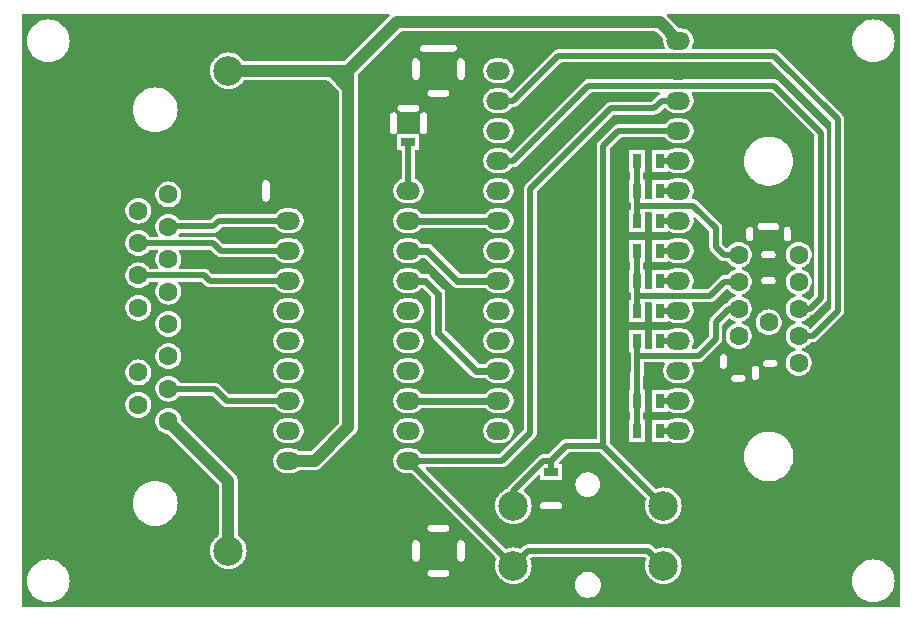
<source format=gbr>
G04 --- HEADER BEGIN --- *
%TF.GenerationSoftware,LibrePCB,LibrePCB,0.1.3*%
%TF.CreationDate,2020-04-12T13:34:48*%
%TF.ProjectId,Apple 2c VGA - default,6ee0dbe1-6aad-4263-9a0f-7c091fb3c0df,v1*%
%TF.Part,Single*%
%FSLAX66Y66*%
%MOMM*%
G01*
G74*
G04 --- HEADER END --- *
G04 --- APERTURE LIST BEGIN --- *
%ADD10C,2.5*%
%ADD11R,0.75X1.25*%
%ADD12R,1.25X0.75*%
%ADD13O,2.0X1.5*%
%ADD14C,1.6*%
%ADD15R,2.0X1.5*%
%ADD16C,0.5*%
%ADD17C,1.0*%
%ADD18C,0.6*%
%ADD19C,0.0*%
G04 --- APERTURE LIST END --- *
G04 --- BOARD BEGIN --- *
D10*
X17780000Y45720000D03*
X35560000Y45720000D03*
X35560000Y5080000D03*
X17780000Y5080000D03*
D11*
X54315000Y27940000D03*
X52365000Y27940000D03*
D12*
X33020000Y39665000D03*
X33020000Y41615000D03*
D13*
X22860000Y12700000D03*
X33020000Y20320000D03*
X22860000Y35560000D03*
X33020000Y33020000D03*
X33020000Y25400000D03*
X22860000Y33020000D03*
X22860000Y25400000D03*
X33020000Y35560000D03*
X33020000Y30480000D03*
X22860000Y30480000D03*
X33020000Y27940000D03*
X33020000Y15240000D03*
X22860000Y17780000D03*
X33020000Y12700000D03*
X22860000Y22860000D03*
X22860000Y20320000D03*
X22860000Y27940000D03*
X22860000Y15240000D03*
X33020000Y22860000D03*
X33020000Y17780000D03*
D11*
X54315000Y25400000D03*
X52365000Y25400000D03*
X54315000Y30480000D03*
X52365000Y30480000D03*
X54315000Y35560000D03*
X52365000Y35560000D03*
X54315000Y17780000D03*
X52365000Y17780000D03*
D14*
X12700000Y16062500D03*
X12700000Y32502500D03*
X10160000Y33872500D03*
X12700000Y27022500D03*
X10160000Y28392500D03*
X12700000Y24282500D03*
X12700000Y35242500D03*
X10160000Y17432500D03*
X10160000Y22912500D03*
X12700000Y18802500D03*
X10160000Y31132500D03*
X10160000Y25652500D03*
X12700000Y29762500D03*
X12700000Y21542500D03*
X10160000Y20172500D03*
D12*
X45085000Y11770000D03*
X45085000Y9820000D03*
D10*
X41910000Y8890000D03*
X54610000Y3810000D03*
X41910000Y3810000D03*
X54610000Y8890000D03*
D11*
X54315000Y22860000D03*
X52365000Y22860000D03*
D14*
X66065346Y30144670D03*
X66065346Y27854670D03*
X66065346Y20984670D03*
X63525346Y26709670D03*
X66065346Y23274670D03*
X60985346Y30144670D03*
X60985346Y23274670D03*
X60985346Y25564670D03*
X60985346Y20984670D03*
X63525346Y22129670D03*
X63525346Y24419670D03*
X63525346Y28999670D03*
X63525346Y31289670D03*
X60985346Y27854670D03*
X66065346Y25564670D03*
D13*
X55880000Y35560000D03*
X40640000Y43180000D03*
D15*
X40640000Y48260000D03*
D13*
X40640000Y27940000D03*
X40640000Y30480000D03*
X55880000Y22860000D03*
X55880000Y30480000D03*
X40640000Y40640000D03*
X55880000Y38100000D03*
X40640000Y20320000D03*
X55880000Y20320000D03*
X40640000Y38100000D03*
X40640000Y25400000D03*
X40640000Y22860000D03*
X55880000Y40640000D03*
X40640000Y33020000D03*
X55880000Y43180000D03*
X55880000Y15240000D03*
X55880000Y33020000D03*
X40640000Y45720000D03*
X40640000Y17780000D03*
X55880000Y48260000D03*
X55880000Y27940000D03*
X55880000Y25400000D03*
X55880000Y45720000D03*
X40640000Y35560000D03*
X40640000Y15240000D03*
X55880000Y17780000D03*
D11*
X54315000Y15240000D03*
X52365000Y15240000D03*
X54315000Y38100000D03*
X52365000Y38100000D03*
X54315000Y33020000D03*
X52365000Y33020000D03*
D16*
X54315000Y25400000D02*
X54292500Y25400000D01*
X55880000Y25400000D02*
X54292500Y25400000D01*
X10160000Y31132500D02*
X10177500Y31115000D01*
X10177500Y31115000D02*
X16510000Y31115000D01*
X22860000Y30480000D02*
X17145000Y30480000D01*
X16510000Y31115000D02*
X17145000Y30480000D01*
X33020000Y39665000D02*
X33020000Y39370000D01*
X33020000Y35560000D02*
X33020000Y39370000D01*
D17*
X12700000Y16062500D02*
X17780000Y10982500D01*
X17780000Y5080000D02*
X17780000Y10982500D01*
D18*
X40640000Y33020000D02*
X40481250Y33020000D01*
X33020000Y33020000D02*
X40481250Y33020000D01*
D16*
X10160000Y28392500D02*
X10183750Y28416250D01*
X10183750Y28416250D02*
X15716250Y28416250D01*
X15716250Y28416250D02*
X16192500Y27940000D01*
X22860000Y27940000D02*
X16192500Y27940000D01*
X59055000Y32385000D02*
X57150000Y34290000D01*
X52387500Y34290000D02*
X52365000Y35537500D01*
X52365000Y35537500D02*
X52365000Y38077500D01*
X57150000Y34290000D02*
X52387500Y34290000D01*
X59707830Y30144670D02*
X59055000Y30797500D01*
X60985346Y30144670D02*
X59707830Y30144670D01*
X52387500Y34290000D02*
X52365000Y33020000D01*
X52365000Y35560000D02*
X52365000Y35537500D01*
X52365000Y38100000D02*
X52365000Y38077500D01*
X59055000Y30797500D02*
X59055000Y32385000D01*
X50800000Y40640000D02*
X49530000Y39370000D01*
X49530000Y13970000D02*
X46355000Y13970000D01*
X41910000Y8890000D02*
X41910000Y10160000D01*
X49530000Y39370000D02*
X49530000Y13970000D01*
X55880000Y40640000D02*
X50800000Y40640000D01*
X44450000Y12700000D02*
X41910000Y10160000D01*
X45085000Y11770000D02*
X45085000Y12700000D01*
X45085000Y12700000D02*
X46355000Y13970000D01*
X54610000Y8890000D02*
X49530000Y13970000D01*
X45085000Y12700000D02*
X44450000Y12700000D01*
X55880000Y38100000D02*
X54292500Y38100000D01*
X54315000Y38100000D02*
X54292500Y38100000D01*
X55880000Y33020000D02*
X54292500Y33020000D01*
X54315000Y33020000D02*
X54292500Y33020000D01*
X55880000Y27940000D02*
X54292500Y27940000D01*
X54315000Y27940000D02*
X54292500Y27940000D01*
X55880000Y15240000D02*
X54292500Y15240000D01*
X54315000Y15240000D02*
X54292500Y15240000D01*
X22860000Y33020000D02*
X16986250Y33020000D01*
X16510000Y32543750D02*
X16986250Y33020000D01*
X12741250Y32543750D02*
X16510000Y32543750D01*
X12700000Y32502500D02*
X12741250Y32543750D01*
X41910000Y38100000D02*
X48260000Y44450000D01*
X48260000Y44450000D02*
X63976250Y44450000D01*
X63976250Y44450000D02*
X67627500Y40798750D01*
X40640000Y38100000D02*
X41910000Y38100000D01*
X67945000Y26511250D02*
X67945000Y40481250D01*
X66998420Y25564670D02*
X67945000Y26511250D01*
X67945000Y40481250D02*
X67627500Y40798750D01*
X66065346Y25564670D02*
X66998420Y25564670D01*
X45720000Y46990000D02*
X63976250Y46990000D01*
X69373750Y25400000D02*
X69373750Y41592500D01*
X63976250Y46990000D02*
X69373750Y41592500D01*
X40640000Y43180000D02*
X41910000Y43180000D01*
X66065346Y23274670D02*
X67248420Y23274670D01*
X41910000Y43180000D02*
X45720000Y46990000D01*
X67248420Y23274670D02*
X69373750Y25400000D01*
X54315000Y35560000D02*
X54292500Y35560000D01*
X55880000Y35560000D02*
X54292500Y35560000D01*
D18*
X34448750Y27940000D02*
X35560000Y26828750D01*
X35560000Y26828750D02*
X35560000Y23495000D01*
X33020000Y27940000D02*
X34448750Y27940000D01*
X40640000Y20320000D02*
X38735000Y20320000D01*
X35560000Y23495000D02*
X38735000Y20320000D01*
D16*
X54315000Y17780000D02*
X54292500Y17780000D01*
X55880000Y17780000D02*
X54292500Y17780000D01*
X43338750Y15081250D02*
X40957500Y12700000D01*
X54451250Y43180000D02*
X53816250Y42545000D01*
X41910000Y3810000D02*
X43180000Y5080000D01*
X55880000Y43180000D02*
X54451250Y43180000D01*
X53340000Y5080000D02*
X52070000Y5080000D01*
X40957500Y12700000D02*
X39846250Y12700000D01*
X53816250Y42545000D02*
X50165000Y42545000D01*
X43338750Y35718750D02*
X43338750Y15081250D01*
X54610000Y3810000D02*
X53340000Y5080000D01*
X43180000Y5080000D02*
X52070000Y5080000D01*
X41910000Y3810000D02*
X33020000Y12700000D01*
X39846250Y12700000D02*
X33020000Y12700000D01*
X50165000Y42545000D02*
X43338750Y35718750D01*
X52365000Y22860000D02*
X52365000Y22837500D01*
X57626250Y21590000D02*
X52387500Y21590000D01*
X60172170Y25564670D02*
X59055000Y24447500D01*
X52387500Y21590000D02*
X52365000Y17757500D01*
X52365000Y17780000D02*
X52365000Y17757500D01*
X59055000Y24447500D02*
X59055000Y23018750D01*
X60985346Y25564670D02*
X60172170Y25564670D01*
X59055000Y23018750D02*
X57626250Y21590000D01*
X52387500Y21590000D02*
X52365000Y22837500D01*
X52365000Y15240000D02*
X52365000Y17757500D01*
D18*
X40640000Y17780000D02*
X33020000Y17780000D01*
D16*
X55880000Y30480000D02*
X54292500Y30480000D01*
X54315000Y30480000D02*
X54292500Y30480000D01*
X54315000Y22860000D02*
X54292500Y22860000D01*
X55880000Y22860000D02*
X54292500Y22860000D01*
D17*
X32067500Y49847500D02*
X27940000Y45720000D01*
X27940000Y44291250D02*
X27940000Y35560000D01*
X22860000Y12700000D02*
X25082500Y12700000D01*
X27940000Y44291250D02*
X26511250Y45720000D01*
X26511250Y45720000D02*
X27940000Y45720000D01*
X27940000Y35560000D02*
X27940000Y15557500D01*
X17780000Y45720000D02*
X26511250Y45720000D01*
X54292500Y49847500D02*
X32067500Y49847500D01*
X55880000Y48260000D02*
X54292500Y49847500D01*
X27940000Y44291250D02*
X27940000Y45720000D01*
X25082500Y12700000D02*
X27940000Y15557500D01*
X27940000Y45720000D02*
X27940000Y45720000D01*
D18*
X34607500Y30480000D02*
X37147500Y27940000D01*
X33020000Y30480000D02*
X34607500Y30480000D01*
X40640000Y27940000D02*
X37147500Y27940000D01*
D16*
X12770000Y18732500D02*
X16668750Y18732500D01*
X12700000Y18802500D02*
X12770000Y18732500D01*
X16668750Y18732500D02*
X17621250Y17780000D01*
X22860000Y17780000D02*
X17621250Y17780000D01*
X58578750Y26670000D02*
X52387500Y26670000D01*
X52365000Y27940000D02*
X52365000Y27917500D01*
X52365000Y27917500D02*
X52365000Y30457500D01*
X60985346Y27854670D02*
X59763420Y27854670D01*
X52365000Y30480000D02*
X52365000Y30457500D01*
X52387500Y26670000D02*
X52365000Y25400000D01*
X59763420Y27854670D02*
X58578750Y26670000D01*
X52387500Y26670000D02*
X52365000Y27917500D01*
D19*
G36*
X74589327Y319500D02*
X74630000Y400000D01*
X74630000Y50400000D01*
X74610500Y50459327D01*
X74530000Y50500000D01*
X55012793Y50500000D01*
X54953466Y50480500D01*
X54917276Y50429605D01*
X54918338Y50367164D01*
X54942082Y50329289D01*
X55932082Y49339289D01*
X56002793Y49310000D01*
X56127689Y49310000D01*
X56132305Y49309786D01*
X56318331Y49292548D01*
X56327380Y49290856D01*
X56504862Y49240359D01*
X56513436Y49237037D01*
X56678617Y49154787D01*
X56686441Y49149943D01*
X56833686Y49038748D01*
X56840496Y49032540D01*
X56964804Y48896181D01*
X56970352Y48888835D01*
X57067489Y48731953D01*
X57071591Y48723715D01*
X57138243Y48551663D01*
X57140767Y48542795D01*
X57174671Y48361425D01*
X57175520Y48352260D01*
X57175520Y48167739D01*
X57174671Y48158574D01*
X57140767Y47977204D01*
X57138243Y47968336D01*
X57071591Y47796284D01*
X57067489Y47788046D01*
X57008418Y47692643D01*
X56993766Y47631936D01*
X57017986Y47574375D01*
X57093440Y47540000D01*
X63972969Y47540000D01*
X63979506Y47539571D01*
X64112101Y47522115D01*
X64124654Y47518751D01*
X64198623Y47488112D01*
X64245199Y47468820D01*
X64256450Y47462324D01*
X64362561Y47380902D01*
X64367472Y47376596D01*
X69760346Y41983722D01*
X69764652Y41978811D01*
X69846071Y41872703D01*
X69852571Y41861445D01*
X69882248Y41789797D01*
X69882249Y41789795D01*
X69902501Y41740904D01*
X69905864Y41728353D01*
X69923321Y41595756D01*
X69923750Y41589219D01*
X69923750Y25403281D01*
X69923321Y25396744D01*
X69905865Y25264148D01*
X69902501Y25251595D01*
X69871090Y25175762D01*
X69852571Y25131052D01*
X69846075Y25119801D01*
X69764652Y25013690D01*
X69760346Y25008779D01*
X67639641Y22888074D01*
X67634730Y22883768D01*
X67528622Y22802347D01*
X67517362Y22795847D01*
X67484569Y22782264D01*
X67484567Y22782262D01*
X67484567Y22782263D01*
X67396819Y22745916D01*
X67384278Y22742555D01*
X67251659Y22725096D01*
X67245150Y22724670D01*
X67068768Y22724670D01*
X67009441Y22705170D01*
X66983746Y22677313D01*
X66945598Y22615702D01*
X66940050Y22608356D01*
X66809527Y22465179D01*
X66802717Y22458971D01*
X66648108Y22342215D01*
X66640285Y22337371D01*
X66466849Y22251011D01*
X66458267Y22247686D01*
X66381532Y22225853D01*
X66329806Y22190862D01*
X66308925Y22132006D01*
X66327034Y22072239D01*
X66381531Y22033488D01*
X66458260Y22011656D01*
X66466849Y22008328D01*
X66640285Y21921968D01*
X66648108Y21917124D01*
X66802717Y21800368D01*
X66809527Y21794160D01*
X66940050Y21650983D01*
X66945598Y21643637D01*
X67047593Y21478910D01*
X67051695Y21470671D01*
X67121682Y21290016D01*
X67124205Y21281148D01*
X67159804Y21090709D01*
X67160653Y21081544D01*
X67160653Y20887795D01*
X67159804Y20878630D01*
X67124205Y20688191D01*
X67121682Y20679323D01*
X67051695Y20498668D01*
X67047593Y20490429D01*
X66945598Y20325702D01*
X66940050Y20318356D01*
X66809527Y20175179D01*
X66802717Y20168971D01*
X66648108Y20052215D01*
X66640285Y20047371D01*
X66466849Y19961011D01*
X66458267Y19957686D01*
X66271914Y19904664D01*
X66262865Y19902972D01*
X66069954Y19885097D01*
X66060738Y19885097D01*
X65867826Y19902972D01*
X65858777Y19904664D01*
X65672424Y19957686D01*
X65663842Y19961011D01*
X65490406Y20047371D01*
X65482583Y20052215D01*
X65327974Y20168971D01*
X65321164Y20175179D01*
X65190641Y20318356D01*
X65185093Y20325702D01*
X65083098Y20490429D01*
X65078996Y20498668D01*
X65009009Y20679323D01*
X65006486Y20688191D01*
X64970887Y20878630D01*
X64970038Y20887795D01*
X64970038Y21081544D01*
X64970887Y21090709D01*
X65006486Y21281148D01*
X65009009Y21290016D01*
X65078996Y21470671D01*
X65083098Y21478910D01*
X65185093Y21643637D01*
X65190641Y21650983D01*
X65321164Y21794160D01*
X65327974Y21800368D01*
X65482583Y21917124D01*
X65490406Y21921968D01*
X65663842Y22008328D01*
X65672431Y22011656D01*
X65749160Y22033488D01*
X65800886Y22068479D01*
X65821766Y22127335D01*
X65803656Y22187102D01*
X65749159Y22225853D01*
X65672424Y22247686D01*
X65663842Y22251011D01*
X65490406Y22337371D01*
X65482583Y22342215D01*
X65327974Y22458971D01*
X65321164Y22465179D01*
X65190641Y22608356D01*
X65185093Y22615702D01*
X65083098Y22780429D01*
X65078996Y22788668D01*
X65009009Y22969323D01*
X65006486Y22978191D01*
X64970887Y23168630D01*
X64970038Y23177795D01*
X64970038Y23371544D01*
X64970887Y23380709D01*
X65006486Y23571148D01*
X65009009Y23580016D01*
X65078996Y23760671D01*
X65083098Y23768910D01*
X65185093Y23933637D01*
X65190641Y23940983D01*
X65321164Y24084160D01*
X65327974Y24090368D01*
X65482583Y24207124D01*
X65490406Y24211968D01*
X65663842Y24298328D01*
X65672431Y24301656D01*
X65749160Y24323488D01*
X65800886Y24358479D01*
X65821766Y24417335D01*
X65803656Y24477102D01*
X65749159Y24515853D01*
X65672424Y24537686D01*
X65663842Y24541011D01*
X65490406Y24627371D01*
X65482583Y24632215D01*
X65327974Y24748971D01*
X65321164Y24755179D01*
X65190641Y24898356D01*
X65185093Y24905702D01*
X65083098Y25070429D01*
X65078996Y25078668D01*
X65009009Y25259323D01*
X65006486Y25268191D01*
X64970887Y25458630D01*
X64970038Y25467795D01*
X64970038Y25661544D01*
X64970887Y25670709D01*
X65006486Y25861148D01*
X65009009Y25870016D01*
X65078996Y26050671D01*
X65083098Y26058910D01*
X65185093Y26223637D01*
X65190641Y26230983D01*
X65321164Y26374160D01*
X65327974Y26380368D01*
X65482583Y26497124D01*
X65490406Y26501968D01*
X65663842Y26588328D01*
X65672431Y26591656D01*
X65749160Y26613488D01*
X65800886Y26648479D01*
X65821766Y26707335D01*
X65803656Y26767102D01*
X65749159Y26805853D01*
X65672424Y26827686D01*
X65663842Y26831011D01*
X65490406Y26917371D01*
X65482583Y26922215D01*
X65327974Y27038971D01*
X65321164Y27045179D01*
X65190641Y27188356D01*
X65185093Y27195702D01*
X65083098Y27360429D01*
X65078996Y27368668D01*
X65009009Y27549323D01*
X65006486Y27558191D01*
X64970887Y27748630D01*
X64970038Y27757795D01*
X64970038Y27951544D01*
X64970887Y27960709D01*
X65006486Y28151148D01*
X65009009Y28160016D01*
X65078996Y28340671D01*
X65083098Y28348910D01*
X65185093Y28513637D01*
X65190641Y28520983D01*
X65321164Y28664160D01*
X65327974Y28670368D01*
X65482583Y28787124D01*
X65490406Y28791968D01*
X65663842Y28878328D01*
X65672431Y28881656D01*
X65749160Y28903488D01*
X65800886Y28938479D01*
X65821766Y28997335D01*
X65803656Y29057102D01*
X65749159Y29095853D01*
X65672424Y29117686D01*
X65663842Y29121011D01*
X65490406Y29207371D01*
X65482583Y29212215D01*
X65327974Y29328971D01*
X65321164Y29335179D01*
X65190641Y29478356D01*
X65185093Y29485702D01*
X65083098Y29650429D01*
X65078996Y29658668D01*
X65009009Y29839323D01*
X65006486Y29848191D01*
X64970887Y30038630D01*
X64970038Y30047795D01*
X64970038Y30241544D01*
X64970887Y30250709D01*
X65006486Y30441148D01*
X65009009Y30450016D01*
X65078996Y30630671D01*
X65083098Y30638910D01*
X65091791Y30652949D01*
X65091791Y31291276D01*
X65083002Y31292082D01*
X64989247Y31309416D01*
X64972407Y31315863D01*
X64894969Y31363180D01*
X64881548Y31375223D01*
X64826980Y31446020D01*
X64818079Y31464599D01*
X64788891Y31585490D01*
X64787500Y31597176D01*
X64787500Y32221678D01*
X64788332Y32230748D01*
X64805666Y32324503D01*
X64812113Y32341343D01*
X64859430Y32418781D01*
X64871473Y32432202D01*
X64942270Y32486770D01*
X64960849Y32495671D01*
X65081740Y32524859D01*
X65093209Y32526224D01*
X65101998Y32525418D01*
X65195753Y32508084D01*
X65212593Y32501637D01*
X65290031Y32454320D01*
X65303452Y32442277D01*
X65358020Y32371480D01*
X65366921Y32352901D01*
X65396109Y32232010D01*
X65397500Y32220324D01*
X65397500Y31595822D01*
X65396668Y31586752D01*
X65379334Y31492997D01*
X65372887Y31476157D01*
X65325570Y31398719D01*
X65313527Y31385298D01*
X65242730Y31330730D01*
X65224151Y31321829D01*
X65103260Y31292641D01*
X65091791Y31291276D01*
X65091791Y30652949D01*
X65185093Y30803637D01*
X65190641Y30810983D01*
X65321164Y30954160D01*
X65327974Y30960368D01*
X65482583Y31077124D01*
X65490406Y31081968D01*
X65663842Y31168328D01*
X65672424Y31171653D01*
X65858777Y31224675D01*
X65867826Y31226367D01*
X66060738Y31244243D01*
X66069954Y31244243D01*
X66262865Y31226367D01*
X66271914Y31224675D01*
X66458267Y31171653D01*
X66466849Y31168328D01*
X66640285Y31081968D01*
X66648108Y31077124D01*
X66802717Y30960368D01*
X66809527Y30954160D01*
X66940050Y30810983D01*
X66945598Y30803637D01*
X67047593Y30638910D01*
X67051695Y30630671D01*
X67121682Y30450016D01*
X67124205Y30441148D01*
X67159804Y30250709D01*
X67160653Y30241544D01*
X67160653Y30047795D01*
X67159804Y30038630D01*
X67124205Y29848191D01*
X67121682Y29839323D01*
X67051695Y29658668D01*
X67047593Y29650429D01*
X66945598Y29485702D01*
X66940050Y29478356D01*
X66809527Y29335179D01*
X66802717Y29328971D01*
X66648108Y29212215D01*
X66640285Y29207371D01*
X66466849Y29121011D01*
X66458260Y29117683D01*
X66381531Y29095851D01*
X66329805Y29060860D01*
X66308925Y29002004D01*
X66327035Y28942237D01*
X66381532Y28903486D01*
X66458267Y28881653D01*
X66466849Y28878328D01*
X66640285Y28791968D01*
X66648108Y28787124D01*
X66802717Y28670368D01*
X66809527Y28664160D01*
X66940050Y28520983D01*
X66945598Y28513637D01*
X67047593Y28348910D01*
X67051695Y28340671D01*
X67121682Y28160016D01*
X67124205Y28151148D01*
X67159804Y27960709D01*
X67160653Y27951544D01*
X67160653Y27757795D01*
X67159804Y27748630D01*
X67124205Y27558191D01*
X67121682Y27549323D01*
X67051695Y27368668D01*
X67047593Y27360429D01*
X66945598Y27195702D01*
X66940050Y27188356D01*
X66809527Y27045179D01*
X66802717Y27038971D01*
X66648108Y26922215D01*
X66640285Y26917371D01*
X66466849Y26831011D01*
X66458260Y26827683D01*
X66381531Y26805851D01*
X66329805Y26770860D01*
X66308925Y26712004D01*
X66327035Y26652237D01*
X66381532Y26613486D01*
X66458267Y26591653D01*
X66466849Y26588328D01*
X66640285Y26501968D01*
X66648108Y26497124D01*
X66802717Y26380368D01*
X66809527Y26374161D01*
X66844154Y26336176D01*
X66898533Y26305469D01*
X66960526Y26313012D01*
X66988767Y26332834D01*
X67365711Y26709778D01*
X67395000Y26780489D01*
X67395000Y40212011D01*
X67365711Y40282722D01*
X67238598Y40409835D01*
X67238583Y40409849D01*
X63777721Y43870711D01*
X63707010Y43900000D01*
X57093439Y43900000D01*
X57034112Y43880500D01*
X56997922Y43829605D01*
X57008417Y43747357D01*
X57067489Y43651953D01*
X57071591Y43643715D01*
X57138243Y43471663D01*
X57140767Y43462795D01*
X57174671Y43281425D01*
X57175520Y43272260D01*
X57175520Y43087739D01*
X57174671Y43078574D01*
X57140767Y42897204D01*
X57138243Y42888336D01*
X57071591Y42716284D01*
X57067489Y42708046D01*
X56970352Y42551164D01*
X56964804Y42543818D01*
X56840496Y42407459D01*
X56833686Y42401251D01*
X56686440Y42290056D01*
X56678617Y42285212D01*
X56513441Y42202965D01*
X56504859Y42199640D01*
X56327381Y42149143D01*
X56318332Y42147451D01*
X56132305Y42130214D01*
X56127689Y42130000D01*
X55632311Y42130000D01*
X55627695Y42130214D01*
X55441668Y42147451D01*
X55432619Y42149143D01*
X55255137Y42199640D01*
X55246563Y42202962D01*
X55081382Y42285212D01*
X55073558Y42290056D01*
X54926313Y42401251D01*
X54919503Y42407459D01*
X54795195Y42543818D01*
X54789650Y42551160D01*
X54783677Y42560807D01*
X54735866Y42600983D01*
X54673543Y42604961D01*
X54627943Y42578876D01*
X54207463Y42158396D01*
X54202570Y42154105D01*
X54163022Y42123759D01*
X54096449Y42072676D01*
X54085193Y42066177D01*
X54038625Y42046888D01*
X53964653Y42016247D01*
X53952106Y42012885D01*
X53819489Y41995426D01*
X53812980Y41995000D01*
X50434240Y41995000D01*
X50363529Y41965711D01*
X43918039Y35520221D01*
X43888750Y35449510D01*
X43888750Y15084531D01*
X43888321Y15077994D01*
X43870865Y14945401D01*
X43867500Y14932842D01*
X43839266Y14864679D01*
X43817573Y14812307D01*
X43811072Y14801048D01*
X43729652Y14694940D01*
X43725346Y14690029D01*
X41348717Y12313400D01*
X41343818Y12309104D01*
X41331953Y12299999D01*
X41247269Y12235019D01*
X41237700Y12227676D01*
X41226444Y12221178D01*
X41193649Y12207594D01*
X41193647Y12207592D01*
X41193647Y12207593D01*
X41105899Y12171246D01*
X41093358Y12167885D01*
X40960739Y12150426D01*
X40954230Y12150000D01*
X34589239Y12150000D01*
X34529912Y12130500D01*
X34493722Y12079605D01*
X34494784Y12017164D01*
X34518528Y11979289D01*
X41230091Y5267726D01*
X41285831Y5239564D01*
X41339070Y5246049D01*
X41427391Y5282632D01*
X41434846Y5285055D01*
X41663711Y5340000D01*
X41671435Y5341224D01*
X41906086Y5359691D01*
X41906086Y7340308D01*
X41671435Y7358775D01*
X41663711Y7359999D01*
X41434846Y7414944D01*
X41427391Y7417367D01*
X41209943Y7507436D01*
X41202966Y7510991D01*
X41002283Y7633969D01*
X40995941Y7638577D01*
X40816979Y7791426D01*
X40811426Y7796979D01*
X40658577Y7975941D01*
X40653969Y7982283D01*
X40530991Y8182966D01*
X40527436Y8189943D01*
X40437367Y8407391D01*
X40434944Y8414846D01*
X40379999Y8643711D01*
X40378775Y8651435D01*
X40360308Y8886086D01*
X40360308Y8893914D01*
X40378775Y9128564D01*
X40379999Y9136288D01*
X40434944Y9365153D01*
X40437367Y9372608D01*
X40527436Y9590056D01*
X40530991Y9597033D01*
X40653969Y9797716D01*
X40658577Y9804058D01*
X40811426Y9983020D01*
X40816979Y9988573D01*
X40995941Y10141422D01*
X41002283Y10146030D01*
X41202966Y10269008D01*
X41209943Y10272563D01*
X41360537Y10334941D01*
X41414657Y10389060D01*
X41431179Y10428947D01*
X41437675Y10440198D01*
X41519097Y10546309D01*
X41523403Y10551220D01*
X44058779Y13086596D01*
X44063690Y13090902D01*
X44169797Y13172321D01*
X44181056Y13178822D01*
X44229944Y13199072D01*
X44301592Y13228751D01*
X44314148Y13232115D01*
X44446744Y13249571D01*
X44453281Y13250000D01*
X44815760Y13250000D01*
X44886471Y13279289D01*
X45963778Y14356596D01*
X45968689Y14360902D01*
X46074796Y14442321D01*
X46086054Y14448821D01*
X46157702Y14478498D01*
X46157704Y14478499D01*
X46206595Y14498751D01*
X46219146Y14502114D01*
X46351744Y14519571D01*
X46358281Y14520000D01*
X48880000Y14520000D01*
X48939327Y14539500D01*
X48980000Y14620000D01*
X48980000Y39366730D01*
X48980426Y39373239D01*
X48997884Y39505851D01*
X49001250Y39518408D01*
X49021499Y39567292D01*
X49021500Y39567295D01*
X49051177Y39638943D01*
X49057677Y39650203D01*
X49139098Y39756311D01*
X49143404Y39761222D01*
X50408778Y41026596D01*
X50413689Y41030902D01*
X50519796Y41112321D01*
X50531054Y41118821D01*
X50602702Y41148498D01*
X50602704Y41148499D01*
X50651595Y41168751D01*
X50664146Y41172114D01*
X50796744Y41189571D01*
X50803281Y41190000D01*
X54685135Y41190000D01*
X54744462Y41209500D01*
X54770157Y41237357D01*
X54789647Y41268836D01*
X54795195Y41276181D01*
X54919503Y41412540D01*
X54926313Y41418748D01*
X55073559Y41529943D01*
X55081382Y41534787D01*
X55246558Y41617034D01*
X55255140Y41620359D01*
X55432618Y41670856D01*
X55441667Y41672548D01*
X55627695Y41689786D01*
X55632311Y41690000D01*
X56127689Y41690000D01*
X56132305Y41689786D01*
X56318331Y41672548D01*
X56327380Y41670856D01*
X56504862Y41620359D01*
X56513436Y41617037D01*
X56678617Y41534787D01*
X56686441Y41529943D01*
X56833686Y41418748D01*
X56840496Y41412540D01*
X56964804Y41276181D01*
X56970352Y41268835D01*
X57067489Y41111953D01*
X57071591Y41103715D01*
X57138243Y40931663D01*
X57140767Y40922795D01*
X57174671Y40741425D01*
X57175520Y40732260D01*
X57175520Y40547739D01*
X57174671Y40538574D01*
X57140767Y40357204D01*
X57138243Y40348336D01*
X57071591Y40176284D01*
X57067489Y40168046D01*
X56970352Y40011164D01*
X56964804Y40003818D01*
X56840496Y39867459D01*
X56833686Y39861251D01*
X56686440Y39750056D01*
X56678617Y39745212D01*
X56513441Y39662965D01*
X56504859Y39659640D01*
X56327381Y39609143D01*
X56318332Y39607451D01*
X56132305Y39590214D01*
X56127689Y39590000D01*
X55632311Y39590000D01*
X55627695Y39590214D01*
X55441668Y39607451D01*
X55432619Y39609143D01*
X55255137Y39659640D01*
X55246563Y39662962D01*
X55081382Y39745212D01*
X55073558Y39750056D01*
X54926313Y39861251D01*
X54919503Y39867459D01*
X54795195Y40003818D01*
X54789647Y40011164D01*
X54770156Y40042643D01*
X54722344Y40082819D01*
X54685134Y40090000D01*
X51069240Y40090000D01*
X50998529Y40060711D01*
X50109289Y39171471D01*
X50080000Y39100760D01*
X50080000Y14239240D01*
X50109289Y14168529D01*
X51706013Y12571805D01*
X51706013Y14315000D01*
X51701248Y14316566D01*
X51690000Y14338828D01*
X51690000Y16148987D01*
X51691566Y16153752D01*
X51713828Y16165000D01*
X51715000Y16165000D01*
X51774327Y16184500D01*
X51815000Y16265000D01*
X51815000Y16755000D01*
X51795500Y16814327D01*
X51715000Y16855000D01*
X51706013Y16855000D01*
X51701248Y16856566D01*
X51690000Y16878828D01*
X51690000Y18688987D01*
X51691566Y18693752D01*
X51713828Y18705000D01*
X51721140Y18705000D01*
X51780467Y18724500D01*
X51821138Y18804413D01*
X51837464Y21585440D01*
X51837450Y21587830D01*
X51832960Y21836803D01*
X51812393Y21895769D01*
X51732976Y21935000D01*
X51706013Y21935000D01*
X51701248Y21936566D01*
X51690000Y21958828D01*
X51690000Y23768987D01*
X51691566Y23773752D01*
X51713828Y23785000D01*
X53023987Y23785000D01*
X53028752Y23783434D01*
X53040000Y23761172D01*
X53040000Y22240000D01*
X53059500Y22180673D01*
X53140000Y22140000D01*
X53540000Y22140000D01*
X53599327Y22159500D01*
X53640000Y22240000D01*
X53640000Y23768987D01*
X53641566Y23773752D01*
X53663828Y23785000D01*
X54973987Y23785000D01*
X54997188Y23777374D01*
X55010274Y23764289D01*
X55099942Y23764028D01*
X55246558Y23837034D01*
X55255140Y23840359D01*
X55432618Y23890856D01*
X55441667Y23892548D01*
X55627695Y23909786D01*
X55632311Y23910000D01*
X56127689Y23910000D01*
X56132305Y23909786D01*
X56318331Y23892548D01*
X56327380Y23890856D01*
X56504862Y23840359D01*
X56513436Y23837037D01*
X56678617Y23754787D01*
X56686441Y23749943D01*
X56833686Y23638748D01*
X56840496Y23632540D01*
X56964804Y23496181D01*
X56970352Y23488835D01*
X57067489Y23331953D01*
X57071591Y23323715D01*
X57138243Y23151663D01*
X57140767Y23142795D01*
X57174671Y22961425D01*
X57175520Y22952260D01*
X57175520Y22767739D01*
X57174671Y22758574D01*
X57140767Y22577204D01*
X57138243Y22568336D01*
X57071591Y22396284D01*
X57067489Y22388046D01*
X57008418Y22292643D01*
X56993766Y22231936D01*
X57017986Y22174375D01*
X57093440Y22140000D01*
X57357010Y22140000D01*
X57427721Y22169289D01*
X58475711Y23217279D01*
X58505000Y23287990D01*
X58505000Y24444230D01*
X58505426Y24450739D01*
X58522885Y24583356D01*
X58526247Y24595903D01*
X58537902Y24624040D01*
X58576177Y24716444D01*
X58582678Y24727703D01*
X58664098Y24833811D01*
X58668404Y24838722D01*
X59780948Y25951266D01*
X59785859Y25955572D01*
X59891966Y26036991D01*
X59903226Y26043492D01*
X59974872Y26073168D01*
X59974874Y26073170D01*
X59974874Y26073169D01*
X59994926Y26081475D01*
X60041679Y26121220D01*
X60105093Y26223637D01*
X60110641Y26230983D01*
X60241164Y26374160D01*
X60247974Y26380368D01*
X60402583Y26497124D01*
X60410406Y26501968D01*
X60583842Y26588328D01*
X60592431Y26591656D01*
X60669160Y26613488D01*
X60720886Y26648479D01*
X60741766Y26707335D01*
X60723656Y26767102D01*
X60669159Y26805853D01*
X60592424Y26827686D01*
X60583842Y26831011D01*
X60410406Y26917371D01*
X60402583Y26922215D01*
X60247974Y27038971D01*
X60241164Y27045179D01*
X60110641Y27188356D01*
X60105090Y27195706D01*
X60086347Y27225978D01*
X60038537Y27266154D01*
X59976214Y27270132D01*
X59930614Y27244047D01*
X58969971Y26283404D01*
X58965060Y26279098D01*
X58858952Y26197678D01*
X58847693Y26191177D01*
X58810953Y26175959D01*
X58727153Y26141247D01*
X58714606Y26137885D01*
X58581989Y26120426D01*
X58575480Y26120000D01*
X57093439Y26120000D01*
X57034112Y26100500D01*
X56997922Y26049605D01*
X57008417Y25967357D01*
X57067489Y25871953D01*
X57071591Y25863715D01*
X57138243Y25691663D01*
X57140767Y25682795D01*
X57174671Y25501425D01*
X57175520Y25492260D01*
X57175520Y25307739D01*
X57174671Y25298574D01*
X57140767Y25117204D01*
X57138243Y25108336D01*
X57071591Y24936284D01*
X57067489Y24928046D01*
X56970352Y24771164D01*
X56964804Y24763818D01*
X56840496Y24627459D01*
X56833686Y24621251D01*
X56686440Y24510056D01*
X56678617Y24505212D01*
X56513441Y24422965D01*
X56504859Y24419640D01*
X56327381Y24369143D01*
X56318332Y24367451D01*
X56132305Y24350214D01*
X56127689Y24350000D01*
X55632311Y24350000D01*
X55627695Y24350214D01*
X55441668Y24367451D01*
X55432619Y24369143D01*
X55255137Y24419640D01*
X55246558Y24422964D01*
X55098373Y24496751D01*
X55008703Y24496489D01*
X54966172Y24475000D01*
X53656013Y24475000D01*
X53651248Y24476566D01*
X53640000Y24498828D01*
X53640000Y26020000D01*
X53620500Y26079327D01*
X53540000Y26120000D01*
X53140000Y26120000D01*
X53080673Y26100500D01*
X53040000Y26020000D01*
X53040000Y24491013D01*
X53038434Y24486248D01*
X53016172Y24475000D01*
X51706013Y24475000D01*
X51701248Y24476566D01*
X51690000Y24498828D01*
X51690000Y26308987D01*
X51691566Y26313752D01*
X51713828Y26325000D01*
X51733058Y26325000D01*
X51792385Y26344500D01*
X51833042Y26423228D01*
X51837381Y26668104D01*
X51837381Y26671679D01*
X51832960Y26916803D01*
X51812393Y26975769D01*
X51732976Y27015000D01*
X51706013Y27015000D01*
X51701248Y27016566D01*
X51690000Y27038828D01*
X51690000Y28848987D01*
X51691566Y28853752D01*
X51713828Y28865000D01*
X51715000Y28865000D01*
X51774327Y28884500D01*
X51815000Y28965000D01*
X51815000Y29455000D01*
X51795500Y29514327D01*
X51715000Y29555000D01*
X51706013Y29555000D01*
X51701248Y29556566D01*
X51690000Y29578828D01*
X51690000Y31388987D01*
X51691566Y31393752D01*
X51713828Y31405000D01*
X53023987Y31405000D01*
X53028752Y31403434D01*
X53040000Y31381172D01*
X53040000Y29571013D01*
X53038434Y29566248D01*
X53016172Y29555000D01*
X53015000Y29555000D01*
X52955673Y29535500D01*
X52915000Y29455000D01*
X52915000Y28965000D01*
X52934500Y28905673D01*
X53015000Y28865000D01*
X53023987Y28865000D01*
X53028752Y28863434D01*
X53040000Y28841172D01*
X53040000Y27320000D01*
X53059500Y27260673D01*
X53140000Y27220000D01*
X53540000Y27220000D01*
X53599327Y27239500D01*
X53640000Y27320000D01*
X53640000Y28848987D01*
X53641566Y28853752D01*
X53663828Y28865000D01*
X54973987Y28865000D01*
X54997188Y28857374D01*
X55010274Y28844289D01*
X55099942Y28844028D01*
X55246558Y28917034D01*
X55255140Y28920359D01*
X55432618Y28970856D01*
X55441667Y28972548D01*
X55627695Y28989786D01*
X55632311Y28990000D01*
X55632311Y28990000D01*
X55632311Y29430000D01*
X55627695Y29430214D01*
X55441668Y29447451D01*
X55432619Y29449143D01*
X55255137Y29499640D01*
X55246558Y29502964D01*
X55098373Y29576751D01*
X55008703Y29576489D01*
X54966172Y29555000D01*
X53656013Y29555000D01*
X53651248Y29556566D01*
X53640000Y29578828D01*
X53640000Y31388987D01*
X53641566Y31393752D01*
X53663828Y31405000D01*
X54973987Y31405000D01*
X54997188Y31397374D01*
X55010274Y31384289D01*
X55099942Y31384028D01*
X55246558Y31457034D01*
X55255140Y31460359D01*
X55432618Y31510856D01*
X55441667Y31512548D01*
X55627695Y31529786D01*
X55632311Y31530000D01*
X56127689Y31530000D01*
X56132305Y31529786D01*
X56318331Y31512548D01*
X56327380Y31510856D01*
X56504862Y31460359D01*
X56513436Y31457037D01*
X56678617Y31374787D01*
X56686441Y31369943D01*
X56833686Y31258748D01*
X56840496Y31252540D01*
X56964804Y31116181D01*
X56970352Y31108835D01*
X57067489Y30951953D01*
X57071591Y30943715D01*
X57138243Y30771663D01*
X57140767Y30762795D01*
X57174671Y30581425D01*
X57175520Y30572260D01*
X57175520Y30387739D01*
X57174671Y30378574D01*
X57140767Y30197204D01*
X57138243Y30188336D01*
X57071591Y30016284D01*
X57067489Y30008046D01*
X56970352Y29851164D01*
X56964804Y29843818D01*
X56840496Y29707459D01*
X56833686Y29701251D01*
X56686440Y29590056D01*
X56678617Y29585212D01*
X56513441Y29502965D01*
X56504859Y29499640D01*
X56327381Y29449143D01*
X56318332Y29447451D01*
X56132305Y29430214D01*
X56127689Y29430000D01*
X55632311Y29430000D01*
X55632311Y28990000D01*
X56127689Y28990000D01*
X56132305Y28989786D01*
X56318331Y28972548D01*
X56327380Y28970856D01*
X56504862Y28920359D01*
X56513436Y28917037D01*
X56678617Y28834787D01*
X56686441Y28829943D01*
X56833686Y28718748D01*
X56840496Y28712540D01*
X56964804Y28576181D01*
X56970352Y28568835D01*
X57067489Y28411953D01*
X57071591Y28403715D01*
X57138243Y28231663D01*
X57140767Y28222795D01*
X57174671Y28041425D01*
X57175520Y28032260D01*
X57175520Y27847739D01*
X57174671Y27838574D01*
X57140767Y27657204D01*
X57138243Y27648336D01*
X57071591Y27476284D01*
X57067489Y27468046D01*
X57008418Y27372643D01*
X56993766Y27311936D01*
X57017986Y27254375D01*
X57093440Y27220000D01*
X58309511Y27220000D01*
X58380222Y27249289D01*
X59372199Y28241266D01*
X59377110Y28245572D01*
X59483217Y28326991D01*
X59494474Y28333491D01*
X59522216Y28344982D01*
X59615015Y28383421D01*
X59627568Y28386785D01*
X59760164Y28404241D01*
X59766701Y28404670D01*
X59981923Y28404670D01*
X60041250Y28424170D01*
X60066944Y28452026D01*
X60105091Y28513634D01*
X60110641Y28520983D01*
X60241164Y28664160D01*
X60247974Y28670368D01*
X60402583Y28787124D01*
X60410406Y28791968D01*
X60583842Y28878328D01*
X60592431Y28881656D01*
X60669160Y28903488D01*
X60720886Y28938479D01*
X60741766Y28997335D01*
X60723656Y29057102D01*
X60669159Y29095853D01*
X60592424Y29117686D01*
X60583842Y29121011D01*
X60410406Y29207371D01*
X60402583Y29212215D01*
X60247974Y29328971D01*
X60241164Y29335179D01*
X60110641Y29478356D01*
X60105093Y29485702D01*
X60066945Y29547313D01*
X60019133Y29587489D01*
X59981923Y29594670D01*
X59711100Y29594670D01*
X59704591Y29595096D01*
X59571971Y29612555D01*
X59559429Y29615916D01*
X59438882Y29665849D01*
X59427631Y29672345D01*
X59324342Y29751601D01*
X59319963Y29756029D01*
X59317279Y29757404D01*
X58667009Y30407674D01*
X58666359Y30409633D01*
X58661931Y30414012D01*
X58628562Y30457500D01*
X58582677Y30517297D01*
X58576177Y30528556D01*
X58566333Y30552322D01*
X58526247Y30649096D01*
X58522885Y30661643D01*
X58505426Y30794261D01*
X58505000Y30800770D01*
X58505000Y32115760D01*
X58475711Y32186471D01*
X57318850Y33343332D01*
X57263110Y33371494D01*
X57201532Y33361096D01*
X57158131Y33316192D01*
X57149842Y33254246D01*
X57174671Y33121425D01*
X57175520Y33112260D01*
X57175520Y32927739D01*
X57174671Y32918574D01*
X57140767Y32737204D01*
X57138243Y32728336D01*
X57071591Y32556284D01*
X57067489Y32548046D01*
X56970352Y32391164D01*
X56964804Y32383818D01*
X56840496Y32247459D01*
X56833686Y32241251D01*
X56686440Y32130056D01*
X56678617Y32125212D01*
X56513441Y32042965D01*
X56504859Y32039640D01*
X56327381Y31989143D01*
X56318332Y31987451D01*
X56132305Y31970214D01*
X56127689Y31970000D01*
X55632311Y31970000D01*
X55627695Y31970214D01*
X55441668Y31987451D01*
X55432619Y31989143D01*
X55255137Y32039640D01*
X55246558Y32042964D01*
X55098373Y32116751D01*
X55008703Y32116489D01*
X54966172Y32095000D01*
X53656013Y32095000D01*
X53651248Y32096566D01*
X53640000Y32118828D01*
X53640000Y33640000D01*
X53620500Y33699327D01*
X53540000Y33740000D01*
X53140000Y33740000D01*
X53080673Y33720500D01*
X53040000Y33640000D01*
X53040000Y32111013D01*
X53038434Y32106248D01*
X53016172Y32095000D01*
X51706013Y32095000D01*
X51701248Y32096566D01*
X51690000Y32118828D01*
X51690000Y33928987D01*
X51691566Y33933752D01*
X51713828Y33945000D01*
X51733058Y33945000D01*
X51792385Y33964500D01*
X51833042Y34043228D01*
X51837381Y34288104D01*
X51837381Y34291679D01*
X51832960Y34536803D01*
X51812393Y34595769D01*
X51732976Y34635000D01*
X51706013Y34635000D01*
X51701248Y34636566D01*
X51690000Y34658828D01*
X51690000Y36468987D01*
X51691566Y36473752D01*
X51713828Y36485000D01*
X51715000Y36485000D01*
X51774327Y36504500D01*
X51815000Y36585000D01*
X51815000Y37075000D01*
X51795500Y37134327D01*
X51715000Y37175000D01*
X51706013Y37175000D01*
X51701248Y37176566D01*
X51690000Y37198828D01*
X51690000Y39008987D01*
X51691566Y39013752D01*
X51713828Y39025000D01*
X53023987Y39025000D01*
X53028752Y39023434D01*
X53040000Y39001172D01*
X53040000Y37191013D01*
X53038434Y37186248D01*
X53016172Y37175000D01*
X53015000Y37175000D01*
X52955673Y37155500D01*
X52915000Y37075000D01*
X52915000Y36585000D01*
X52934500Y36525673D01*
X53015000Y36485000D01*
X53023987Y36485000D01*
X53028752Y36483434D01*
X53040000Y36461172D01*
X53040000Y34940000D01*
X53059500Y34880673D01*
X53140000Y34840000D01*
X53540000Y34840000D01*
X53599327Y34859500D01*
X53640000Y34940000D01*
X53640000Y36468987D01*
X53641566Y36473752D01*
X53663828Y36485000D01*
X54973987Y36485000D01*
X54997188Y36477374D01*
X55010274Y36464289D01*
X55099942Y36464028D01*
X55246558Y36537034D01*
X55255140Y36540359D01*
X55432618Y36590856D01*
X55441667Y36592548D01*
X55627695Y36609786D01*
X55632311Y36610000D01*
X55632311Y36610000D01*
X55632311Y37050000D01*
X55627695Y37050214D01*
X55441668Y37067451D01*
X55432619Y37069143D01*
X55255137Y37119640D01*
X55246558Y37122964D01*
X55098373Y37196751D01*
X55008703Y37196489D01*
X54966172Y37175000D01*
X53656013Y37175000D01*
X53651248Y37176566D01*
X53640000Y37198828D01*
X53640000Y39008987D01*
X53641566Y39013752D01*
X53663828Y39025000D01*
X54973987Y39025000D01*
X54997188Y39017374D01*
X55010274Y39004289D01*
X55099942Y39004028D01*
X55246558Y39077034D01*
X55255140Y39080359D01*
X55432618Y39130856D01*
X55441667Y39132548D01*
X55627695Y39149786D01*
X55632311Y39150000D01*
X56127689Y39150000D01*
X56132305Y39149786D01*
X56318331Y39132548D01*
X56327380Y39130856D01*
X56504862Y39080359D01*
X56513436Y39077037D01*
X56678617Y38994787D01*
X56686441Y38989943D01*
X56833686Y38878748D01*
X56840496Y38872540D01*
X56964804Y38736181D01*
X56970352Y38728835D01*
X57067489Y38571953D01*
X57071591Y38563715D01*
X57138243Y38391663D01*
X57140767Y38382795D01*
X57174671Y38201425D01*
X57175520Y38192260D01*
X57175520Y38007739D01*
X57174671Y37998574D01*
X57140767Y37817204D01*
X57138243Y37808336D01*
X57071591Y37636284D01*
X57067489Y37628046D01*
X56970352Y37471164D01*
X56964804Y37463818D01*
X56840496Y37327459D01*
X56833686Y37321251D01*
X56686440Y37210056D01*
X56678617Y37205212D01*
X56513441Y37122965D01*
X56504859Y37119640D01*
X56327381Y37069143D01*
X56318332Y37067451D01*
X56132305Y37050214D01*
X56127689Y37050000D01*
X55632311Y37050000D01*
X55632311Y36610000D01*
X56127689Y36610000D01*
X56132305Y36609786D01*
X56318331Y36592548D01*
X56327380Y36590856D01*
X56504862Y36540359D01*
X56513436Y36537037D01*
X56678617Y36454787D01*
X56686441Y36449943D01*
X56833686Y36338748D01*
X56840496Y36332540D01*
X56964804Y36196181D01*
X56970352Y36188835D01*
X57067489Y36031953D01*
X57071591Y36023715D01*
X57138243Y35851663D01*
X57140767Y35842795D01*
X57174671Y35661425D01*
X57175520Y35652260D01*
X57175520Y35467739D01*
X57174671Y35458574D01*
X57140767Y35277204D01*
X57138243Y35268336D01*
X57071591Y35096284D01*
X57067489Y35088046D01*
X57008418Y34992643D01*
X56993766Y34931936D01*
X57017986Y34874375D01*
X57093440Y34840000D01*
X57146719Y34840000D01*
X57153256Y34839571D01*
X57285851Y34822115D01*
X57298404Y34818751D01*
X57372373Y34788112D01*
X57418949Y34768820D01*
X57430200Y34762324D01*
X57536311Y34680902D01*
X57541222Y34676596D01*
X59441596Y32776222D01*
X59445902Y32771311D01*
X59527321Y32665203D01*
X59533821Y32653945D01*
X59563498Y32582297D01*
X59563499Y32582295D01*
X59583751Y32533404D01*
X59587114Y32520853D01*
X59604571Y32388256D01*
X59605000Y32381719D01*
X59605000Y31066739D01*
X59634289Y30996028D01*
X59906358Y30723959D01*
X59977069Y30694670D01*
X59981923Y30694670D01*
X60041250Y30714170D01*
X60066944Y30742026D01*
X60105091Y30803634D01*
X60110641Y30810983D01*
X60241164Y30954160D01*
X60247974Y30960368D01*
X60402583Y31077124D01*
X60410406Y31081968D01*
X60583842Y31168328D01*
X60592424Y31171653D01*
X60778777Y31224675D01*
X60787826Y31226367D01*
X60980738Y31244243D01*
X60989954Y31244243D01*
X61182865Y31226367D01*
X61191914Y31224675D01*
X61378267Y31171653D01*
X61386849Y31168328D01*
X61560285Y31081968D01*
X61568108Y31077124D01*
X61722717Y30960368D01*
X61729527Y30954160D01*
X61860050Y30810983D01*
X61865598Y30803637D01*
X61916791Y30720957D01*
X61916791Y31291276D01*
X61908002Y31292082D01*
X61814247Y31309416D01*
X61797407Y31315863D01*
X61719969Y31363180D01*
X61706548Y31375223D01*
X61651980Y31446020D01*
X61643079Y31464599D01*
X61613891Y31585490D01*
X61612500Y31597176D01*
X61612500Y32221678D01*
X61613332Y32230748D01*
X61630666Y32324503D01*
X61637113Y32341343D01*
X61684430Y32418781D01*
X61696473Y32432202D01*
X61767270Y32486770D01*
X61785849Y32495671D01*
X61906740Y32524859D01*
X61918209Y32526224D01*
X61926998Y32525418D01*
X62020753Y32508084D01*
X62037593Y32501637D01*
X62115031Y32454320D01*
X62128452Y32442277D01*
X62183020Y32371480D01*
X62191921Y32352901D01*
X62221109Y32232010D01*
X62222500Y32220324D01*
X62222500Y31595822D01*
X62221668Y31586752D01*
X62204334Y31492997D01*
X62197887Y31476157D01*
X62150570Y31398719D01*
X62138527Y31385298D01*
X62067730Y31330730D01*
X62049151Y31321829D01*
X61928260Y31292641D01*
X61916791Y31291276D01*
X61916791Y30720957D01*
X61967593Y30638910D01*
X61971695Y30630671D01*
X62041682Y30450016D01*
X62044205Y30441148D01*
X62079804Y30250709D01*
X62080653Y30241544D01*
X62080653Y30047795D01*
X62079804Y30038630D01*
X62044205Y29848191D01*
X62041682Y29839323D01*
X61971695Y29658668D01*
X61967593Y29650429D01*
X61865598Y29485702D01*
X61860050Y29478356D01*
X61729527Y29335179D01*
X61722717Y29328971D01*
X61568108Y29212215D01*
X61560285Y29207371D01*
X61386849Y29121011D01*
X61378260Y29117683D01*
X61301531Y29095851D01*
X61249805Y29060860D01*
X61228925Y29002004D01*
X61247035Y28942237D01*
X61301532Y28903486D01*
X61378267Y28881653D01*
X61386849Y28878328D01*
X61560285Y28791968D01*
X61568108Y28787124D01*
X61722717Y28670368D01*
X61729527Y28664160D01*
X61860050Y28520983D01*
X61865598Y28513637D01*
X61967593Y28348910D01*
X61971695Y28340671D01*
X62041682Y28160016D01*
X62044205Y28151148D01*
X62079804Y27960709D01*
X62080653Y27951544D01*
X62080653Y27757795D01*
X62079804Y27748630D01*
X62044205Y27558191D01*
X62041682Y27549323D01*
X61971695Y27368668D01*
X61967593Y27360429D01*
X61865598Y27195702D01*
X61860050Y27188356D01*
X61729527Y27045179D01*
X61722717Y27038971D01*
X61568108Y26922215D01*
X61560285Y26917371D01*
X61386849Y26831011D01*
X61378260Y26827683D01*
X61301531Y26805851D01*
X61249805Y26770860D01*
X61228925Y26712004D01*
X61247035Y26652237D01*
X61301532Y26613486D01*
X61378267Y26591653D01*
X61386849Y26588328D01*
X61560285Y26501968D01*
X61568108Y26497124D01*
X61722717Y26380368D01*
X61729527Y26374160D01*
X61860050Y26230983D01*
X61865598Y26223637D01*
X61967593Y26058910D01*
X61971695Y26050671D01*
X62041682Y25870016D01*
X62044205Y25861148D01*
X62079804Y25670709D01*
X62080653Y25661544D01*
X62080653Y25467795D01*
X62079804Y25458630D01*
X62044205Y25268191D01*
X62041682Y25259323D01*
X61971695Y25078668D01*
X61967593Y25070429D01*
X61865598Y24905702D01*
X61860050Y24898356D01*
X61729527Y24755179D01*
X61722717Y24748971D01*
X61568108Y24632215D01*
X61560285Y24627371D01*
X61386849Y24541011D01*
X61378267Y24537686D01*
X61301532Y24515853D01*
X61249806Y24480862D01*
X61228925Y24422006D01*
X61247034Y24362239D01*
X61301531Y24323488D01*
X61378260Y24301656D01*
X61386849Y24298328D01*
X61560285Y24211968D01*
X61568108Y24207124D01*
X61722717Y24090368D01*
X61729527Y24084160D01*
X61860050Y23940983D01*
X61865598Y23933637D01*
X61967593Y23768910D01*
X61971695Y23760671D01*
X62041682Y23580016D01*
X62044205Y23571148D01*
X62079804Y23380709D01*
X62080653Y23371544D01*
X62080653Y23177795D01*
X62079804Y23168630D01*
X62044205Y22978191D01*
X62041682Y22969323D01*
X61971695Y22788668D01*
X61967593Y22780429D01*
X61865598Y22615702D01*
X61860050Y22608356D01*
X61729527Y22465179D01*
X61722717Y22458971D01*
X61568108Y22342215D01*
X61560285Y22337371D01*
X61386849Y22251011D01*
X61378267Y22247686D01*
X61191914Y22194664D01*
X61182865Y22192972D01*
X60989954Y22175097D01*
X60980738Y22175097D01*
X60787826Y22192972D01*
X60778777Y22194664D01*
X60592424Y22247686D01*
X60583842Y22251011D01*
X60410406Y22337371D01*
X60402583Y22342215D01*
X60247974Y22458971D01*
X60241164Y22465179D01*
X60110641Y22608356D01*
X60105093Y22615702D01*
X60003098Y22780429D01*
X59998996Y22788668D01*
X59929009Y22969323D01*
X59926486Y22978191D01*
X59890887Y23168630D01*
X59890038Y23177795D01*
X59890038Y23371544D01*
X59890887Y23380709D01*
X59926486Y23571148D01*
X59929009Y23580016D01*
X59998996Y23760671D01*
X60003098Y23768910D01*
X60105093Y23933637D01*
X60110641Y23940983D01*
X60241164Y24084160D01*
X60247974Y24090368D01*
X60402583Y24207124D01*
X60410406Y24211968D01*
X60583842Y24298328D01*
X60592431Y24301656D01*
X60669160Y24323488D01*
X60720886Y24358479D01*
X60741766Y24417335D01*
X60723656Y24477102D01*
X60669159Y24515853D01*
X60592424Y24537686D01*
X60583842Y24541011D01*
X60410406Y24627371D01*
X60402583Y24632215D01*
X60252644Y24745443D01*
X60193548Y24765634D01*
X60121670Y24736352D01*
X59634289Y24248971D01*
X59605000Y24178260D01*
X59605000Y23022031D01*
X59604571Y23015494D01*
X59587114Y22882896D01*
X59583751Y22870345D01*
X59563499Y22821454D01*
X59563498Y22821452D01*
X59533821Y22749804D01*
X59527321Y22738546D01*
X59445902Y22632439D01*
X59441596Y22627528D01*
X58017472Y21203404D01*
X58012561Y21199098D01*
X57906453Y21117678D01*
X57895196Y21111179D01*
X57801261Y21072269D01*
X57774649Y21061246D01*
X57762108Y21057885D01*
X57644991Y21042467D01*
X57629490Y21040426D01*
X57622981Y21040000D01*
X57093439Y21040000D01*
X57034112Y21020500D01*
X56997922Y20969605D01*
X57008417Y20887357D01*
X57067489Y20791953D01*
X57071591Y20783715D01*
X57138243Y20611663D01*
X57140767Y20602795D01*
X57174671Y20421425D01*
X57175520Y20412260D01*
X57175520Y20227739D01*
X57174671Y20218574D01*
X57140767Y20037204D01*
X57138243Y20028336D01*
X57071591Y19856284D01*
X57067489Y19848046D01*
X56970352Y19691164D01*
X56964804Y19683818D01*
X56840496Y19547459D01*
X56833686Y19541251D01*
X56686440Y19430056D01*
X56678617Y19425212D01*
X56513441Y19342965D01*
X56504859Y19339640D01*
X56327381Y19289143D01*
X56318332Y19287451D01*
X56132305Y19270214D01*
X56127689Y19270000D01*
X55632311Y19270000D01*
X55627695Y19270214D01*
X55441668Y19287451D01*
X55432619Y19289143D01*
X55255137Y19339640D01*
X55246563Y19342962D01*
X55081382Y19425212D01*
X55073558Y19430056D01*
X54926313Y19541251D01*
X54919503Y19547459D01*
X54795195Y19683818D01*
X54789647Y19691164D01*
X54692510Y19848046D01*
X54688408Y19856284D01*
X54621756Y20028336D01*
X54619232Y20037204D01*
X54585328Y20218574D01*
X54584479Y20227739D01*
X54584479Y20412260D01*
X54585328Y20421425D01*
X54619232Y20602795D01*
X54621756Y20611663D01*
X54688408Y20783715D01*
X54692510Y20791953D01*
X54751582Y20887357D01*
X54766234Y20948063D01*
X54742014Y21005625D01*
X54666560Y21040000D01*
X53033694Y21040000D01*
X52974367Y21020500D01*
X52933696Y20940587D01*
X52921163Y18805587D01*
X52940314Y18746146D01*
X53009142Y18711117D01*
X53008775Y18710000D01*
X53016008Y18707623D01*
X53021161Y18705000D01*
X53023987Y18705000D01*
X53028752Y18703434D01*
X53040000Y18681172D01*
X53040000Y16871013D01*
X53038434Y16866248D01*
X53016172Y16855000D01*
X53015000Y16855000D01*
X52955673Y16835500D01*
X52915000Y16755000D01*
X52915000Y16265000D01*
X52934500Y16205673D01*
X53015000Y16165000D01*
X53023987Y16165000D01*
X53028752Y16163434D01*
X53040000Y16141172D01*
X53040000Y14331013D01*
X53038434Y14326248D01*
X53016172Y14315000D01*
X51706013Y14315000D01*
X51706013Y12571805D01*
X53930092Y10347726D01*
X53985832Y10319564D01*
X54039072Y10326049D01*
X54127395Y10362634D01*
X54134846Y10365055D01*
X54363711Y10420000D01*
X54371435Y10421224D01*
X54606087Y10439692D01*
X54613913Y10439692D01*
X54848564Y10421224D01*
X54856288Y10420000D01*
X55085153Y10365055D01*
X55092608Y10362632D01*
X55310056Y10272563D01*
X55317033Y10269008D01*
X55517716Y10146030D01*
X55524058Y10141422D01*
X55632311Y10048964D01*
X55632311Y14190000D01*
X55627695Y14190214D01*
X55441668Y14207451D01*
X55432619Y14209143D01*
X55255137Y14259640D01*
X55246558Y14262964D01*
X55098373Y14336751D01*
X55008703Y14336489D01*
X54966172Y14315000D01*
X53656013Y14315000D01*
X53651248Y14316566D01*
X53640000Y14338828D01*
X53640000Y16148987D01*
X53641566Y16153752D01*
X53663828Y16165000D01*
X54973987Y16165000D01*
X54997188Y16157374D01*
X55010274Y16144289D01*
X55099942Y16144028D01*
X55246558Y16217034D01*
X55255140Y16220359D01*
X55432618Y16270856D01*
X55441667Y16272548D01*
X55627695Y16289786D01*
X55632311Y16290000D01*
X55632311Y16290000D01*
X55632311Y16730000D01*
X55627695Y16730214D01*
X55441668Y16747451D01*
X55432619Y16749143D01*
X55255137Y16799640D01*
X55246558Y16802964D01*
X55098373Y16876751D01*
X55008703Y16876489D01*
X54966172Y16855000D01*
X53656013Y16855000D01*
X53651248Y16856566D01*
X53640000Y16878828D01*
X53640000Y18688987D01*
X53641566Y18693752D01*
X53663828Y18705000D01*
X54973987Y18705000D01*
X54997188Y18697374D01*
X55010274Y18684289D01*
X55099942Y18684028D01*
X55246558Y18757034D01*
X55255140Y18760359D01*
X55432618Y18810856D01*
X55441667Y18812548D01*
X55627695Y18829786D01*
X55632311Y18830000D01*
X56127689Y18830000D01*
X56132305Y18829786D01*
X56318331Y18812548D01*
X56327380Y18810856D01*
X56504862Y18760359D01*
X56513436Y18757037D01*
X56678617Y18674787D01*
X56686441Y18669943D01*
X56833686Y18558748D01*
X56840496Y18552540D01*
X56964804Y18416181D01*
X56970352Y18408835D01*
X57067489Y18251953D01*
X57071591Y18243715D01*
X57138243Y18071663D01*
X57140767Y18062795D01*
X57174671Y17881425D01*
X57175520Y17872260D01*
X57175520Y17687739D01*
X57174671Y17678574D01*
X57140767Y17497204D01*
X57138243Y17488336D01*
X57071591Y17316284D01*
X57067489Y17308046D01*
X56970352Y17151164D01*
X56964804Y17143818D01*
X56840496Y17007459D01*
X56833686Y17001251D01*
X56686440Y16890056D01*
X56678617Y16885212D01*
X56513441Y16802965D01*
X56504859Y16799640D01*
X56327381Y16749143D01*
X56318332Y16747451D01*
X56132305Y16730214D01*
X56127689Y16730000D01*
X55632311Y16730000D01*
X55632311Y16290000D01*
X56127689Y16290000D01*
X56132305Y16289786D01*
X56318331Y16272548D01*
X56327380Y16270856D01*
X56504862Y16220359D01*
X56513436Y16217037D01*
X56678617Y16134787D01*
X56686441Y16129943D01*
X56833686Y16018748D01*
X56840496Y16012540D01*
X56964804Y15876181D01*
X56970352Y15868835D01*
X57067489Y15711953D01*
X57071591Y15703715D01*
X57138243Y15531663D01*
X57140767Y15522795D01*
X57174671Y15341425D01*
X57175520Y15332260D01*
X57175520Y15147739D01*
X57174671Y15138574D01*
X57140767Y14957204D01*
X57138243Y14948336D01*
X57071591Y14776284D01*
X57067489Y14768046D01*
X56970352Y14611164D01*
X56964804Y14603818D01*
X56840496Y14467459D01*
X56833686Y14461251D01*
X56686440Y14350056D01*
X56678617Y14345212D01*
X56513441Y14262965D01*
X56504859Y14259640D01*
X56327381Y14209143D01*
X56318332Y14207451D01*
X56132305Y14190214D01*
X56127689Y14190000D01*
X55632311Y14190000D01*
X55632311Y10048964D01*
X55703020Y9988573D01*
X55708573Y9983020D01*
X55861422Y9804058D01*
X55866030Y9797716D01*
X55989008Y9597033D01*
X55992563Y9590056D01*
X56082632Y9372608D01*
X56085055Y9365153D01*
X56140000Y9136288D01*
X56141224Y9128564D01*
X56159692Y8893913D01*
X56159692Y8886087D01*
X56141224Y8651435D01*
X56140000Y8643711D01*
X56085055Y8414846D01*
X56082632Y8407391D01*
X55992563Y8189943D01*
X55989008Y8182966D01*
X55866030Y7982283D01*
X55861422Y7975941D01*
X55708573Y7796979D01*
X55703020Y7791426D01*
X55524058Y7638577D01*
X55517716Y7633969D01*
X55317033Y7510991D01*
X55310056Y7507436D01*
X55092608Y7417367D01*
X55085153Y7414944D01*
X54856288Y7359999D01*
X54848564Y7358775D01*
X54613914Y7340308D01*
X54606086Y7340308D01*
X54371435Y7358775D01*
X54363711Y7359999D01*
X54134846Y7414944D01*
X54127391Y7417367D01*
X53909943Y7507436D01*
X53902966Y7510991D01*
X53702283Y7633969D01*
X53695941Y7638577D01*
X53516979Y7791426D01*
X53511426Y7796979D01*
X53358577Y7975941D01*
X53353969Y7982283D01*
X53230991Y8182966D01*
X53227436Y8189943D01*
X53137367Y8407391D01*
X53134944Y8414846D01*
X53079999Y8643711D01*
X53078775Y8651435D01*
X53060308Y8886086D01*
X53060308Y8893914D01*
X53078775Y9128564D01*
X53079999Y9136288D01*
X53134944Y9365153D01*
X53137367Y9372609D01*
X53173950Y9460930D01*
X53178638Y9523204D01*
X53152273Y9569909D01*
X49331471Y13390711D01*
X49260760Y13420000D01*
X46624240Y13420000D01*
X46553529Y13390711D01*
X45778529Y12615711D01*
X45750367Y12559971D01*
X45760765Y12498393D01*
X45805669Y12454992D01*
X45849240Y12445000D01*
X45993987Y12445000D01*
X45998752Y12443434D01*
X46010000Y12421172D01*
X46010000Y11111013D01*
X46008434Y11106248D01*
X45986172Y11095000D01*
X44176013Y11095000D01*
X44171248Y11096566D01*
X44160000Y11118828D01*
X44160000Y11390761D01*
X44140500Y11450088D01*
X44089605Y11486278D01*
X44027164Y11485216D01*
X43989289Y11461472D01*
X42817050Y10289233D01*
X42788888Y10233493D01*
X42799286Y10171915D01*
X42822816Y10142481D01*
X43003027Y9988566D01*
X43008573Y9983020D01*
X43161422Y9804058D01*
X43166030Y9797716D01*
X43289008Y9597033D01*
X43292563Y9590056D01*
X43382632Y9372608D01*
X43385055Y9365153D01*
X43440000Y9136288D01*
X43441224Y9128564D01*
X43459692Y8893913D01*
X43459692Y8886087D01*
X43441224Y8651435D01*
X43440000Y8643711D01*
X43385055Y8414846D01*
X43382632Y8407391D01*
X43292563Y8189943D01*
X43289008Y8182966D01*
X43166030Y7982283D01*
X43161422Y7975941D01*
X43008573Y7796979D01*
X43003020Y7791426D01*
X42824058Y7638577D01*
X42817716Y7633969D01*
X42617033Y7510991D01*
X42610056Y7507436D01*
X42392608Y7417367D01*
X42385153Y7414944D01*
X42156288Y7359999D01*
X42148564Y7358775D01*
X41913914Y7340308D01*
X41906086Y7340308D01*
X41906086Y5359691D01*
X41906087Y5359692D01*
X41913913Y5359692D01*
X42148564Y5341224D01*
X42156288Y5340000D01*
X42385153Y5285055D01*
X42392608Y5282632D01*
X42480929Y5246049D01*
X42543203Y5241361D01*
X42589908Y5267726D01*
X42788778Y5466596D01*
X42793689Y5470902D01*
X42899796Y5552321D01*
X42911054Y5558821D01*
X42982702Y5588498D01*
X42982704Y5588499D01*
X43031595Y5608751D01*
X43044146Y5612114D01*
X43176744Y5629571D01*
X43183281Y5630000D01*
X44454572Y5630000D01*
X44454572Y8590000D01*
X44445502Y8590832D01*
X44351747Y8608166D01*
X44334907Y8614613D01*
X44257469Y8661930D01*
X44244048Y8673973D01*
X44189480Y8744770D01*
X44180579Y8763349D01*
X44151391Y8884240D01*
X44150026Y8895709D01*
X44150832Y8904498D01*
X44168166Y8998253D01*
X44174613Y9015093D01*
X44221930Y9092531D01*
X44233973Y9105952D01*
X44304770Y9160520D01*
X44323349Y9169421D01*
X44444240Y9198609D01*
X44455926Y9200000D01*
X45715428Y9200000D01*
X45724498Y9199168D01*
X45818253Y9181834D01*
X45835093Y9175387D01*
X45912531Y9128070D01*
X45925952Y9116027D01*
X45980520Y9045230D01*
X45989421Y9026651D01*
X46018609Y8905760D01*
X46019974Y8894291D01*
X46019168Y8885502D01*
X46001834Y8791747D01*
X45995387Y8774907D01*
X45948070Y8697469D01*
X45936027Y8684048D01*
X45865230Y8629480D01*
X45846651Y8620579D01*
X45725760Y8591391D01*
X45714074Y8590000D01*
X44454572Y8590000D01*
X44454572Y5630000D01*
X48117739Y5630000D01*
X48117739Y9634479D01*
X48108574Y9635328D01*
X47927204Y9669232D01*
X47918336Y9671756D01*
X47746284Y9738408D01*
X47738046Y9742510D01*
X47581164Y9839647D01*
X47573818Y9845195D01*
X47437459Y9969503D01*
X47431251Y9976313D01*
X47320056Y10123559D01*
X47315212Y10131382D01*
X47232965Y10296558D01*
X47229640Y10305140D01*
X47179143Y10482618D01*
X47177451Y10491667D01*
X47160427Y10675392D01*
X47160427Y10684608D01*
X47177451Y10868331D01*
X47179143Y10877380D01*
X47229640Y11054862D01*
X47232962Y11063436D01*
X47315212Y11228617D01*
X47320056Y11236441D01*
X47431251Y11383686D01*
X47437459Y11390496D01*
X47573818Y11514804D01*
X47581164Y11520352D01*
X47738046Y11617489D01*
X47746284Y11621591D01*
X47918336Y11688243D01*
X47927204Y11690767D01*
X48108574Y11724671D01*
X48117739Y11725520D01*
X48302260Y11725520D01*
X48311425Y11724671D01*
X48492795Y11690767D01*
X48501663Y11688243D01*
X48673715Y11621591D01*
X48681953Y11617489D01*
X48838835Y11520352D01*
X48846181Y11514804D01*
X48982540Y11390496D01*
X48988748Y11383686D01*
X49099943Y11236440D01*
X49104787Y11228617D01*
X49187034Y11063441D01*
X49190359Y11054859D01*
X49240856Y10877381D01*
X49242548Y10868332D01*
X49259573Y10684608D01*
X49259573Y10675392D01*
X49242548Y10491668D01*
X49240856Y10482619D01*
X49190359Y10305137D01*
X49187037Y10296563D01*
X49104787Y10131382D01*
X49099943Y10123558D01*
X48988748Y9976313D01*
X48982540Y9969503D01*
X48846181Y9845195D01*
X48838835Y9839647D01*
X48681953Y9742510D01*
X48673715Y9738408D01*
X48501663Y9671756D01*
X48492795Y9669232D01*
X48311425Y9635328D01*
X48302260Y9634479D01*
X48117739Y9634479D01*
X48117739Y5630000D01*
X53336719Y5630000D01*
X53343256Y5629571D01*
X53475853Y5612114D01*
X53488404Y5608751D01*
X53537295Y5588499D01*
X53537297Y5588498D01*
X53608945Y5558821D01*
X53620203Y5552321D01*
X53726311Y5470902D01*
X53731222Y5466596D01*
X53930092Y5267726D01*
X53985832Y5239564D01*
X54039072Y5246049D01*
X54127395Y5282634D01*
X54134846Y5285055D01*
X54363711Y5340000D01*
X54371435Y5341224D01*
X54606087Y5359692D01*
X54613913Y5359692D01*
X54848564Y5341224D01*
X54856288Y5340000D01*
X55085153Y5285055D01*
X55092608Y5282632D01*
X55310056Y5192563D01*
X55317033Y5189008D01*
X55517716Y5066030D01*
X55524058Y5061422D01*
X55703020Y4908573D01*
X55708573Y4903020D01*
X55861422Y4724058D01*
X55866030Y4717716D01*
X55989008Y4517033D01*
X55992563Y4510056D01*
X56082632Y4292608D01*
X56085055Y4285153D01*
X56140000Y4056288D01*
X56141224Y4048564D01*
X56159692Y3813913D01*
X56159692Y3806087D01*
X56141224Y3571435D01*
X56140000Y3563711D01*
X56085055Y3334846D01*
X56082632Y3327391D01*
X55992563Y3109943D01*
X55989008Y3102966D01*
X55866030Y2902283D01*
X55861422Y2895941D01*
X55708573Y2716979D01*
X55703020Y2711426D01*
X55524058Y2558577D01*
X55517716Y2553969D01*
X55317033Y2430991D01*
X55310056Y2427436D01*
X55092608Y2337367D01*
X55085153Y2334944D01*
X54856288Y2279999D01*
X54848564Y2278775D01*
X54613914Y2260308D01*
X54606086Y2260308D01*
X54371435Y2278775D01*
X54363711Y2279999D01*
X54134846Y2334944D01*
X54127391Y2337367D01*
X53909943Y2427436D01*
X53902966Y2430991D01*
X53702283Y2553969D01*
X53695941Y2558577D01*
X53516979Y2711426D01*
X53511426Y2716979D01*
X53358577Y2895941D01*
X53353969Y2902283D01*
X53230991Y3102966D01*
X53227436Y3109943D01*
X53137367Y3327391D01*
X53134944Y3334846D01*
X53079999Y3563711D01*
X53078775Y3571435D01*
X53060308Y3806086D01*
X53060308Y3813914D01*
X53078775Y4048564D01*
X53079999Y4056288D01*
X53134944Y4285153D01*
X53137367Y4292609D01*
X53173950Y4380930D01*
X53178638Y4443204D01*
X53152273Y4489909D01*
X53141471Y4500711D01*
X53070760Y4530000D01*
X43449240Y4530000D01*
X43378529Y4500711D01*
X43367726Y4489908D01*
X43339564Y4434168D01*
X43346049Y4380929D01*
X43382632Y4292608D01*
X43385055Y4285153D01*
X43440000Y4056288D01*
X43441224Y4048564D01*
X43459692Y3813913D01*
X43459692Y3806087D01*
X43441224Y3571435D01*
X43440000Y3563711D01*
X43385055Y3334846D01*
X43382632Y3327391D01*
X43292563Y3109943D01*
X43289008Y3102966D01*
X43166030Y2902283D01*
X43161422Y2895941D01*
X43008573Y2716979D01*
X43003020Y2711426D01*
X42824058Y2558577D01*
X42817716Y2553969D01*
X42617033Y2430991D01*
X42610056Y2427436D01*
X42392608Y2337367D01*
X42385153Y2334944D01*
X42156288Y2279999D01*
X42148564Y2278775D01*
X41913914Y2260308D01*
X41906086Y2260308D01*
X41671435Y2278775D01*
X41663711Y2279999D01*
X41434846Y2334944D01*
X41427391Y2337367D01*
X41209943Y2427436D01*
X41202966Y2430991D01*
X41002283Y2553969D01*
X40995941Y2558577D01*
X40816979Y2711426D01*
X40811426Y2716979D01*
X40658577Y2895941D01*
X40653969Y2902283D01*
X40530991Y3102966D01*
X40527436Y3109943D01*
X40437367Y3327391D01*
X40434944Y3334846D01*
X40379999Y3563711D01*
X40378775Y3571435D01*
X40360308Y3806086D01*
X40360308Y3813914D01*
X40378775Y4048564D01*
X40379999Y4056288D01*
X40434944Y4285153D01*
X40437365Y4292603D01*
X40473951Y4380929D01*
X40478639Y4443203D01*
X40452274Y4489909D01*
X33321472Y11620711D01*
X33250761Y11650000D01*
X32772311Y11650000D01*
X32767695Y11650214D01*
X32581668Y11667451D01*
X32572619Y11669143D01*
X32395137Y11719640D01*
X32386563Y11722962D01*
X32221382Y11805212D01*
X32213558Y11810056D01*
X32066313Y11921251D01*
X32059503Y11927459D01*
X31935195Y12063818D01*
X31929647Y12071164D01*
X31832510Y12228046D01*
X31828408Y12236284D01*
X31761756Y12408336D01*
X31759232Y12417204D01*
X31725328Y12598574D01*
X31724479Y12607739D01*
X31724479Y12792260D01*
X31725328Y12801425D01*
X31759232Y12982795D01*
X31761756Y12991663D01*
X31828408Y13163715D01*
X31832510Y13171953D01*
X31929647Y13328835D01*
X31935195Y13336181D01*
X32059503Y13472540D01*
X32066313Y13478748D01*
X32213559Y13589943D01*
X32221382Y13594787D01*
X32386558Y13677034D01*
X32395140Y13680359D01*
X32572618Y13730856D01*
X32581667Y13732548D01*
X32767695Y13749786D01*
X32772311Y13750000D01*
X32772311Y13750000D01*
X32772311Y14190000D01*
X32767695Y14190214D01*
X32581668Y14207451D01*
X32572619Y14209143D01*
X32395137Y14259640D01*
X32386563Y14262962D01*
X32221382Y14345212D01*
X32213558Y14350056D01*
X32066313Y14461251D01*
X32059503Y14467459D01*
X31935195Y14603818D01*
X31929647Y14611164D01*
X31832510Y14768046D01*
X31828408Y14776284D01*
X31761756Y14948336D01*
X31759232Y14957204D01*
X31725328Y15138574D01*
X31724479Y15147739D01*
X31724479Y15332260D01*
X31725328Y15341425D01*
X31759232Y15522795D01*
X31761756Y15531663D01*
X31828408Y15703715D01*
X31832510Y15711953D01*
X31929647Y15868835D01*
X31935195Y15876181D01*
X32059503Y16012540D01*
X32066313Y16018748D01*
X32213559Y16129943D01*
X32221382Y16134787D01*
X32386558Y16217034D01*
X32395140Y16220359D01*
X32572618Y16270856D01*
X32581667Y16272548D01*
X32767695Y16289786D01*
X32772311Y16290000D01*
X32772311Y16290000D01*
X32772311Y16730000D01*
X32767695Y16730214D01*
X32581668Y16747451D01*
X32572619Y16749143D01*
X32395137Y16799640D01*
X32386563Y16802962D01*
X32221382Y16885212D01*
X32213558Y16890056D01*
X32066313Y17001251D01*
X32059503Y17007459D01*
X31935195Y17143818D01*
X31929647Y17151164D01*
X31832510Y17308046D01*
X31828408Y17316284D01*
X31761756Y17488336D01*
X31759232Y17497204D01*
X31725328Y17678574D01*
X31724479Y17687739D01*
X31724479Y17872260D01*
X31725328Y17881425D01*
X31759232Y18062795D01*
X31761756Y18071663D01*
X31828408Y18243715D01*
X31832510Y18251953D01*
X31929647Y18408835D01*
X31935195Y18416181D01*
X32059503Y18552540D01*
X32066313Y18558748D01*
X32213559Y18669943D01*
X32221382Y18674787D01*
X32386558Y18757034D01*
X32395140Y18760359D01*
X32572618Y18810856D01*
X32581667Y18812548D01*
X32767695Y18829786D01*
X32772311Y18830000D01*
X32772311Y18830000D01*
X32772311Y19270000D01*
X32767695Y19270214D01*
X32581668Y19287451D01*
X32572619Y19289143D01*
X32395137Y19339640D01*
X32386563Y19342962D01*
X32221382Y19425212D01*
X32213558Y19430056D01*
X32066313Y19541251D01*
X32059503Y19547459D01*
X31935195Y19683818D01*
X31929647Y19691164D01*
X31832510Y19848046D01*
X31828408Y19856284D01*
X31761756Y20028336D01*
X31759232Y20037204D01*
X31725328Y20218574D01*
X31724479Y20227739D01*
X31724479Y20412260D01*
X31725328Y20421425D01*
X31759232Y20602795D01*
X31761756Y20611663D01*
X31828408Y20783715D01*
X31832510Y20791953D01*
X31929647Y20948835D01*
X31935195Y20956181D01*
X32059503Y21092540D01*
X32066313Y21098748D01*
X32213559Y21209943D01*
X32221382Y21214787D01*
X32386558Y21297034D01*
X32395140Y21300359D01*
X32572618Y21350856D01*
X32581667Y21352548D01*
X32767695Y21369786D01*
X32772311Y21370000D01*
X32772311Y21370000D01*
X32772311Y21810000D01*
X32767695Y21810214D01*
X32581668Y21827451D01*
X32572619Y21829143D01*
X32395137Y21879640D01*
X32386563Y21882962D01*
X32221382Y21965212D01*
X32213558Y21970056D01*
X32066313Y22081251D01*
X32059503Y22087459D01*
X31935195Y22223818D01*
X31929647Y22231164D01*
X31832510Y22388046D01*
X31828408Y22396284D01*
X31761756Y22568336D01*
X31759232Y22577204D01*
X31725328Y22758574D01*
X31724479Y22767739D01*
X31724479Y22952260D01*
X31725328Y22961425D01*
X31759232Y23142795D01*
X31761756Y23151663D01*
X31828408Y23323715D01*
X31832510Y23331953D01*
X31929647Y23488835D01*
X31935195Y23496181D01*
X32059503Y23632540D01*
X32066313Y23638748D01*
X32213559Y23749943D01*
X32221382Y23754787D01*
X32386558Y23837034D01*
X32395140Y23840359D01*
X32572618Y23890856D01*
X32581667Y23892548D01*
X32767695Y23909786D01*
X32772311Y23910000D01*
X32772311Y23910000D01*
X32772311Y24350000D01*
X32767695Y24350214D01*
X32581668Y24367451D01*
X32572619Y24369143D01*
X32395137Y24419640D01*
X32386563Y24422962D01*
X32221382Y24505212D01*
X32213558Y24510056D01*
X32066313Y24621251D01*
X32059503Y24627459D01*
X31935195Y24763818D01*
X31929647Y24771164D01*
X31832510Y24928046D01*
X31828408Y24936284D01*
X31761756Y25108336D01*
X31759232Y25117204D01*
X31725328Y25298574D01*
X31724479Y25307739D01*
X31724479Y25492260D01*
X31725328Y25501425D01*
X31759232Y25682795D01*
X31761756Y25691663D01*
X31828408Y25863715D01*
X31832510Y25871953D01*
X31929647Y26028835D01*
X31935195Y26036181D01*
X32059503Y26172540D01*
X32066313Y26178748D01*
X32213559Y26289943D01*
X32221382Y26294787D01*
X32386558Y26377034D01*
X32395140Y26380359D01*
X32572618Y26430856D01*
X32581667Y26432548D01*
X32767695Y26449786D01*
X32772311Y26450000D01*
X33267689Y26450000D01*
X33272305Y26449786D01*
X33458331Y26432548D01*
X33467380Y26430856D01*
X33644862Y26380359D01*
X33653436Y26377037D01*
X33818617Y26294787D01*
X33826441Y26289943D01*
X33973686Y26178748D01*
X33980496Y26172540D01*
X34104804Y26036181D01*
X34110352Y26028835D01*
X34207489Y25871953D01*
X34211591Y25863715D01*
X34278243Y25691663D01*
X34280767Y25682795D01*
X34314671Y25501425D01*
X34315520Y25492260D01*
X34315520Y25307739D01*
X34314671Y25298574D01*
X34280767Y25117204D01*
X34278243Y25108336D01*
X34211591Y24936284D01*
X34207489Y24928046D01*
X34110352Y24771164D01*
X34104804Y24763818D01*
X33980496Y24627459D01*
X33973686Y24621251D01*
X33826440Y24510056D01*
X33818617Y24505212D01*
X33653441Y24422965D01*
X33644859Y24419640D01*
X33467381Y24369143D01*
X33458332Y24367451D01*
X33272305Y24350214D01*
X33267689Y24350000D01*
X32772311Y24350000D01*
X32772311Y23910000D01*
X33267689Y23910000D01*
X33272305Y23909786D01*
X33458331Y23892548D01*
X33467380Y23890856D01*
X33644862Y23840359D01*
X33653436Y23837037D01*
X33818617Y23754787D01*
X33826441Y23749943D01*
X33973686Y23638748D01*
X33980496Y23632540D01*
X34104804Y23496181D01*
X34110352Y23488835D01*
X34207489Y23331953D01*
X34211591Y23323715D01*
X34278243Y23151663D01*
X34280767Y23142795D01*
X34314671Y22961425D01*
X34315520Y22952260D01*
X34315520Y22767739D01*
X34314671Y22758574D01*
X34280767Y22577204D01*
X34278243Y22568336D01*
X34211591Y22396284D01*
X34207489Y22388046D01*
X34110352Y22231164D01*
X34104804Y22223818D01*
X33980496Y22087459D01*
X33973686Y22081251D01*
X33826440Y21970056D01*
X33818617Y21965212D01*
X33653441Y21882965D01*
X33644859Y21879640D01*
X33467381Y21829143D01*
X33458332Y21827451D01*
X33272305Y21810214D01*
X33267689Y21810000D01*
X32772311Y21810000D01*
X32772311Y21370000D01*
X33267689Y21370000D01*
X33272305Y21369786D01*
X33458331Y21352548D01*
X33467380Y21350856D01*
X33644862Y21300359D01*
X33653436Y21297037D01*
X33818617Y21214787D01*
X33826441Y21209943D01*
X33973686Y21098748D01*
X33980496Y21092540D01*
X34104804Y20956181D01*
X34110352Y20948835D01*
X34207489Y20791953D01*
X34211591Y20783715D01*
X34278243Y20611663D01*
X34280767Y20602795D01*
X34314671Y20421425D01*
X34315520Y20412260D01*
X34315520Y20227739D01*
X34314671Y20218574D01*
X34280767Y20037204D01*
X34278243Y20028336D01*
X34211591Y19856284D01*
X34207489Y19848046D01*
X34110352Y19691164D01*
X34104804Y19683818D01*
X33980496Y19547459D01*
X33973686Y19541251D01*
X33826440Y19430056D01*
X33818617Y19425212D01*
X33653441Y19342965D01*
X33644859Y19339640D01*
X33467381Y19289143D01*
X33458332Y19287451D01*
X33272305Y19270214D01*
X33267689Y19270000D01*
X32772311Y19270000D01*
X32772311Y18830000D01*
X33267689Y18830000D01*
X33272305Y18829786D01*
X33458331Y18812548D01*
X33467380Y18810856D01*
X33644862Y18760359D01*
X33653436Y18757037D01*
X33818617Y18674787D01*
X33826441Y18669943D01*
X33973686Y18558748D01*
X33980496Y18552540D01*
X34107918Y18412766D01*
X34110771Y18415367D01*
X34181922Y18380000D01*
X39478077Y18380000D01*
X39549228Y18415367D01*
X39552081Y18412766D01*
X39679503Y18552540D01*
X39686313Y18558748D01*
X39833559Y18669943D01*
X39841382Y18674787D01*
X40006558Y18757034D01*
X40015140Y18760359D01*
X40192618Y18810856D01*
X40201667Y18812548D01*
X40387695Y18829786D01*
X40392311Y18830000D01*
X40392311Y18830000D01*
X40392311Y19270000D01*
X40387695Y19270214D01*
X40201668Y19287451D01*
X40192619Y19289143D01*
X40015137Y19339640D01*
X40006563Y19342962D01*
X39841382Y19425212D01*
X39833558Y19430056D01*
X39686313Y19541251D01*
X39679503Y19547459D01*
X39552081Y19687233D01*
X39549117Y19684531D01*
X39478077Y19720000D01*
X38738026Y19720000D01*
X38731989Y19720365D01*
X38725955Y19721098D01*
X38707854Y19721645D01*
X38704812Y19721461D01*
X38692818Y19722186D01*
X38648329Y19730339D01*
X38642357Y19731248D01*
X38597414Y19736705D01*
X38585760Y19739577D01*
X38582890Y19740666D01*
X38565450Y19745527D01*
X38562450Y19746077D01*
X38550980Y19749651D01*
X38509732Y19768216D01*
X38504149Y19770529D01*
X38461819Y19786582D01*
X38451191Y19792160D01*
X38448668Y19793902D01*
X38432895Y19802798D01*
X38430113Y19804050D01*
X38419838Y19810261D01*
X38384225Y19838162D01*
X38379359Y19841742D01*
X38342106Y19867455D01*
X38333114Y19875421D01*
X38331083Y19877714D01*
X38317906Y19890118D01*
X38313103Y19893881D01*
X38308606Y19897865D01*
X35137869Y23068602D01*
X35133873Y23073113D01*
X35130118Y23077906D01*
X35117710Y23091087D01*
X35115419Y23093117D01*
X35107456Y23102105D01*
X35081755Y23139340D01*
X35078173Y23144208D01*
X35050263Y23179831D01*
X35044047Y23190114D01*
X35042790Y23192907D01*
X35033899Y23208672D01*
X35032163Y23211187D01*
X35026581Y23221823D01*
X35010536Y23264128D01*
X35008225Y23269707D01*
X34989650Y23310980D01*
X34986076Y23322449D01*
X34985524Y23325460D01*
X34980667Y23342883D01*
X34979579Y23345752D01*
X34976705Y23357414D01*
X34971252Y23402332D01*
X34970343Y23408307D01*
X34962183Y23452830D01*
X34961459Y23464807D01*
X34961644Y23467874D01*
X34961097Y23485957D01*
X34960366Y23491983D01*
X34960000Y23498028D01*
X34960000Y26538800D01*
X34930711Y26609511D01*
X34241618Y27298604D01*
X34185878Y27326766D01*
X34124300Y27316368D01*
X34097006Y27295263D01*
X33980496Y27167459D01*
X33973686Y27161251D01*
X33826440Y27050056D01*
X33818617Y27045212D01*
X33653441Y26962965D01*
X33644859Y26959640D01*
X33467381Y26909143D01*
X33458332Y26907451D01*
X33272305Y26890214D01*
X33267689Y26890000D01*
X32772311Y26890000D01*
X32767695Y26890214D01*
X32581668Y26907451D01*
X32572619Y26909143D01*
X32395137Y26959640D01*
X32386563Y26962962D01*
X32221382Y27045212D01*
X32213558Y27050056D01*
X32066313Y27161251D01*
X32059503Y27167459D01*
X31935195Y27303818D01*
X31929647Y27311164D01*
X31832510Y27468046D01*
X31828408Y27476284D01*
X31761756Y27648336D01*
X31759232Y27657204D01*
X31725328Y27838574D01*
X31724479Y27847739D01*
X31724479Y28032260D01*
X31725328Y28041425D01*
X31759232Y28222795D01*
X31761756Y28231663D01*
X31828408Y28403715D01*
X31832510Y28411953D01*
X31929647Y28568835D01*
X31935195Y28576181D01*
X32059503Y28712540D01*
X32066313Y28718748D01*
X32213559Y28829943D01*
X32221382Y28834787D01*
X32386558Y28917034D01*
X32395140Y28920359D01*
X32572618Y28970856D01*
X32581667Y28972548D01*
X32767695Y28989786D01*
X32772311Y28990000D01*
X33267689Y28990000D01*
X33272305Y28989786D01*
X33458331Y28972548D01*
X33467380Y28970856D01*
X33644862Y28920359D01*
X33653436Y28917037D01*
X33818617Y28834787D01*
X33826441Y28829943D01*
X33973686Y28718748D01*
X33980496Y28712540D01*
X34107918Y28572766D01*
X34110771Y28575367D01*
X34181922Y28540000D01*
X34445721Y28540000D01*
X34451750Y28539635D01*
X34457797Y28538901D01*
X34475892Y28538355D01*
X34478941Y28538540D01*
X34490925Y28537814D01*
X34535422Y28529660D01*
X34541393Y28528751D01*
X34586332Y28523294D01*
X34597996Y28520419D01*
X34600857Y28519334D01*
X34618298Y28514472D01*
X34621296Y28513923D01*
X34632770Y28510347D01*
X34674033Y28491776D01*
X34679615Y28489464D01*
X34721930Y28473416D01*
X34732557Y28467839D01*
X34735074Y28466101D01*
X34750853Y28457202D01*
X34753638Y28455949D01*
X34763914Y28449737D01*
X34799537Y28421829D01*
X34804401Y28418250D01*
X34841647Y28392541D01*
X34850631Y28384581D01*
X34852658Y28382293D01*
X34865845Y28369880D01*
X34870636Y28366127D01*
X34875148Y28362130D01*
X35982130Y27255148D01*
X35986127Y27250636D01*
X35989880Y27245845D01*
X36002293Y27232658D01*
X36004581Y27230631D01*
X36012541Y27221647D01*
X36038250Y27184401D01*
X36041829Y27179537D01*
X36069737Y27143914D01*
X36075949Y27133638D01*
X36077202Y27130853D01*
X36086101Y27115074D01*
X36087839Y27112557D01*
X36093416Y27101930D01*
X36109464Y27059615D01*
X36111776Y27054033D01*
X36130347Y27012770D01*
X36133923Y27001296D01*
X36134472Y26998298D01*
X36139334Y26980857D01*
X36140419Y26977996D01*
X36143294Y26966332D01*
X36148751Y26921393D01*
X36149660Y26915422D01*
X36157814Y26870925D01*
X36158540Y26858941D01*
X36158355Y26855892D01*
X36158901Y26837797D01*
X36159635Y26831750D01*
X36160000Y26825721D01*
X36160000Y23784951D01*
X36189289Y23714240D01*
X38954240Y20949289D01*
X39024951Y20920000D01*
X39478077Y20920000D01*
X39549228Y20955367D01*
X39552081Y20952766D01*
X39679503Y21092540D01*
X39686313Y21098748D01*
X39833559Y21209943D01*
X39841382Y21214787D01*
X40006558Y21297034D01*
X40015140Y21300359D01*
X40192618Y21350856D01*
X40201667Y21352548D01*
X40387695Y21369786D01*
X40392311Y21370000D01*
X40392311Y21370000D01*
X40392311Y21810000D01*
X40387695Y21810214D01*
X40201668Y21827451D01*
X40192619Y21829143D01*
X40015137Y21879640D01*
X40006563Y21882962D01*
X39841382Y21965212D01*
X39833558Y21970056D01*
X39686313Y22081251D01*
X39679503Y22087459D01*
X39555195Y22223818D01*
X39549647Y22231164D01*
X39452510Y22388046D01*
X39448408Y22396284D01*
X39381756Y22568336D01*
X39379232Y22577204D01*
X39345328Y22758574D01*
X39344479Y22767739D01*
X39344479Y22952260D01*
X39345328Y22961425D01*
X39379232Y23142795D01*
X39381756Y23151663D01*
X39448408Y23323715D01*
X39452510Y23331953D01*
X39549647Y23488835D01*
X39555195Y23496181D01*
X39679503Y23632540D01*
X39686313Y23638748D01*
X39833559Y23749943D01*
X39841382Y23754787D01*
X40006558Y23837034D01*
X40015140Y23840359D01*
X40192618Y23890856D01*
X40201667Y23892548D01*
X40387695Y23909786D01*
X40392311Y23910000D01*
X40392311Y23910000D01*
X40392311Y24350000D01*
X40387695Y24350214D01*
X40201668Y24367451D01*
X40192619Y24369143D01*
X40015137Y24419640D01*
X40006563Y24422962D01*
X39841382Y24505212D01*
X39833558Y24510056D01*
X39686313Y24621251D01*
X39679503Y24627459D01*
X39555195Y24763818D01*
X39549647Y24771164D01*
X39452510Y24928046D01*
X39448408Y24936284D01*
X39381756Y25108336D01*
X39379232Y25117204D01*
X39345328Y25298574D01*
X39344479Y25307739D01*
X39344479Y25492260D01*
X39345328Y25501425D01*
X39379232Y25682795D01*
X39381756Y25691663D01*
X39448408Y25863715D01*
X39452510Y25871953D01*
X39549647Y26028835D01*
X39555195Y26036181D01*
X39679503Y26172540D01*
X39686313Y26178748D01*
X39833559Y26289943D01*
X39841382Y26294787D01*
X40006558Y26377034D01*
X40015140Y26380359D01*
X40192618Y26430856D01*
X40201667Y26432548D01*
X40387695Y26449786D01*
X40392311Y26450000D01*
X40392311Y26450000D01*
X40392311Y26890000D01*
X40387695Y26890214D01*
X40201668Y26907451D01*
X40192619Y26909143D01*
X40015137Y26959640D01*
X40006563Y26962962D01*
X39841382Y27045212D01*
X39833558Y27050056D01*
X39686313Y27161251D01*
X39679503Y27167459D01*
X39552081Y27307233D01*
X39549117Y27304531D01*
X39478077Y27340000D01*
X37150526Y27340000D01*
X37144489Y27340365D01*
X37138455Y27341098D01*
X37120355Y27341645D01*
X37117312Y27341461D01*
X37105316Y27342186D01*
X37060821Y27350340D01*
X37054849Y27351249D01*
X37009917Y27356705D01*
X36998253Y27359580D01*
X36995392Y27360665D01*
X36977951Y27365527D01*
X36974953Y27366076D01*
X36963479Y27369652D01*
X36922216Y27388223D01*
X36916634Y27390535D01*
X36874319Y27406583D01*
X36863692Y27412160D01*
X36861175Y27413898D01*
X36845396Y27422797D01*
X36842611Y27424050D01*
X36832335Y27430262D01*
X36796719Y27458165D01*
X36791855Y27461744D01*
X36754602Y27487458D01*
X36745612Y27495423D01*
X36743579Y27497717D01*
X36730403Y27510120D01*
X36725615Y27513871D01*
X36721106Y27517866D01*
X34388261Y29850711D01*
X34317550Y29880000D01*
X34181922Y29880000D01*
X34110882Y29844531D01*
X34107918Y29847233D01*
X33980496Y29707459D01*
X33973686Y29701251D01*
X33826440Y29590056D01*
X33818617Y29585212D01*
X33653441Y29502965D01*
X33644859Y29499640D01*
X33467381Y29449143D01*
X33458332Y29447451D01*
X33272305Y29430214D01*
X33267689Y29430000D01*
X32772311Y29430000D01*
X32767695Y29430214D01*
X32581668Y29447451D01*
X32572619Y29449143D01*
X32395137Y29499640D01*
X32386563Y29502962D01*
X32221382Y29585212D01*
X32213558Y29590056D01*
X32066313Y29701251D01*
X32059503Y29707459D01*
X31935195Y29843818D01*
X31929647Y29851164D01*
X31832510Y30008046D01*
X31828408Y30016284D01*
X31761756Y30188336D01*
X31759232Y30197204D01*
X31725328Y30378574D01*
X31724479Y30387739D01*
X31724479Y30572260D01*
X31725328Y30581425D01*
X31759232Y30762795D01*
X31761756Y30771663D01*
X31828408Y30943715D01*
X31832510Y30951953D01*
X31929647Y31108835D01*
X31935195Y31116181D01*
X32059503Y31252540D01*
X32066313Y31258748D01*
X32213559Y31369943D01*
X32221382Y31374787D01*
X32386558Y31457034D01*
X32395140Y31460359D01*
X32572618Y31510856D01*
X32581667Y31512548D01*
X32767695Y31529786D01*
X32772311Y31530000D01*
X32772311Y31530000D01*
X32772311Y31970000D01*
X32767695Y31970214D01*
X32581668Y31987451D01*
X32572619Y31989143D01*
X32395137Y32039640D01*
X32386563Y32042962D01*
X32221382Y32125212D01*
X32213558Y32130056D01*
X32066313Y32241251D01*
X32059503Y32247459D01*
X31935195Y32383818D01*
X31929647Y32391164D01*
X31832510Y32548046D01*
X31828408Y32556284D01*
X31761756Y32728336D01*
X31759232Y32737204D01*
X31725328Y32918574D01*
X31724479Y32927739D01*
X31724479Y33112260D01*
X31725328Y33121425D01*
X31759232Y33302795D01*
X31761756Y33311663D01*
X31828408Y33483715D01*
X31832510Y33491953D01*
X31929647Y33648835D01*
X31935195Y33656181D01*
X32059503Y33792540D01*
X32066313Y33798748D01*
X32213559Y33909943D01*
X32221382Y33914787D01*
X32386558Y33997034D01*
X32395140Y34000359D01*
X32572618Y34050856D01*
X32581667Y34052548D01*
X32767695Y34069786D01*
X32772311Y34070000D01*
X32772311Y34070000D01*
X32772311Y34510000D01*
X32767695Y34510214D01*
X32581668Y34527451D01*
X32572619Y34529143D01*
X32395137Y34579640D01*
X32386563Y34582962D01*
X32221382Y34665212D01*
X32213558Y34670056D01*
X32066313Y34781251D01*
X32059503Y34787459D01*
X31935195Y34923818D01*
X31929647Y34931164D01*
X31832510Y35088046D01*
X31828408Y35096284D01*
X31761756Y35268336D01*
X31759232Y35277204D01*
X31725328Y35458574D01*
X31724479Y35467739D01*
X31724479Y35652260D01*
X31725328Y35661425D01*
X31754291Y35816363D01*
X31754291Y40340026D01*
X31745502Y40340832D01*
X31651747Y40358166D01*
X31634907Y40364613D01*
X31557469Y40411930D01*
X31544048Y40423973D01*
X31489480Y40494770D01*
X31480579Y40513349D01*
X31451391Y40634240D01*
X31450000Y40645926D01*
X31450000Y41905428D01*
X31450832Y41914498D01*
X31468166Y42008253D01*
X31474613Y42025093D01*
X31521930Y42102531D01*
X31533973Y42115952D01*
X31604770Y42170520D01*
X31623349Y42179421D01*
X31744240Y42208609D01*
X31755709Y42209974D01*
X31764498Y42209168D01*
X31858253Y42191834D01*
X31875093Y42185387D01*
X31952531Y42138070D01*
X31965952Y42126027D01*
X32020520Y42055230D01*
X32029421Y42036651D01*
X32058609Y41915760D01*
X32060000Y41904074D01*
X32060000Y40644572D01*
X32059168Y40635502D01*
X32041834Y40541747D01*
X32035387Y40524909D01*
X32015364Y40492139D01*
X32001071Y40431347D01*
X32006938Y40417632D01*
X31962164Y40416870D01*
X31933953Y40401619D01*
X31905230Y40379480D01*
X31886651Y40370579D01*
X31765760Y40341391D01*
X31754291Y40340026D01*
X31754291Y35816363D01*
X31759232Y35842795D01*
X31761756Y35851663D01*
X31828408Y36023715D01*
X31832510Y36031953D01*
X31929647Y36188835D01*
X31935195Y36196181D01*
X32059503Y36332540D01*
X32066313Y36338748D01*
X32213559Y36449943D01*
X32221382Y36454787D01*
X32386558Y36537034D01*
X32395143Y36540361D01*
X32397369Y36540994D01*
X32398161Y36541530D01*
X32399457Y36542032D01*
X32399342Y36542329D01*
X32449094Y36575987D01*
X32470000Y36637176D01*
X32470000Y38890000D01*
X32450500Y38949327D01*
X32370000Y38990000D01*
X32111013Y38990000D01*
X32106248Y38991566D01*
X32095000Y39013828D01*
X32095000Y40322415D01*
X32087218Y40346092D01*
X32100696Y40340000D01*
X32389572Y40340000D01*
X32389572Y42245000D01*
X32380502Y42245832D01*
X32286747Y42263166D01*
X32269907Y42269613D01*
X32192469Y42316930D01*
X32179048Y42328973D01*
X32124480Y42399770D01*
X32115579Y42418349D01*
X32086391Y42539240D01*
X32085026Y42550709D01*
X32085832Y42559498D01*
X32103166Y42653253D01*
X32109613Y42670093D01*
X32156930Y42747531D01*
X32168973Y42760952D01*
X32239770Y42815520D01*
X32258349Y42824421D01*
X32379240Y42853609D01*
X32390926Y42855000D01*
X33650428Y42855000D01*
X33659291Y42854186D01*
X33659291Y44943776D01*
X33650502Y44944582D01*
X33556747Y44961916D01*
X33539907Y44968363D01*
X33462469Y45015680D01*
X33449048Y45027723D01*
X33394480Y45098520D01*
X33385579Y45117099D01*
X33356391Y45237990D01*
X33355000Y45249676D01*
X33355000Y46509178D01*
X33355832Y46518248D01*
X33373166Y46612003D01*
X33379613Y46628843D01*
X33426930Y46706281D01*
X33438973Y46719702D01*
X33509770Y46774270D01*
X33528349Y46783171D01*
X33649240Y46812359D01*
X33660709Y46813724D01*
X33669498Y46812918D01*
X33763253Y46795584D01*
X33780093Y46789137D01*
X33857531Y46741820D01*
X33870952Y46729777D01*
X33925520Y46658980D01*
X33934421Y46640401D01*
X33963609Y46519510D01*
X33965000Y46507824D01*
X33965000Y45248322D01*
X33964168Y45239252D01*
X33946834Y45145497D01*
X33940387Y45128657D01*
X33893070Y45051219D01*
X33881027Y45037798D01*
X33810230Y44983230D01*
X33791651Y44974329D01*
X33670760Y44945141D01*
X33659291Y44943776D01*
X33659291Y42854186D01*
X33659498Y42854168D01*
X33753253Y42836834D01*
X33770093Y42830387D01*
X33847531Y42783070D01*
X33860952Y42771027D01*
X33915520Y42700230D01*
X33924421Y42681651D01*
X33953609Y42560760D01*
X33954974Y42549291D01*
X33954168Y42540502D01*
X33936834Y42446747D01*
X33930387Y42429907D01*
X33883070Y42352469D01*
X33871027Y42339048D01*
X33800230Y42284480D01*
X33781651Y42275579D01*
X33660760Y42246391D01*
X33649074Y42245000D01*
X32389572Y42245000D01*
X32389572Y40340000D01*
X33945000Y40340000D01*
X33945000Y40344807D01*
X33953139Y40344806D01*
X33945000Y40326800D01*
X33945000Y39006013D01*
X33943434Y39001248D01*
X33921172Y38990000D01*
X33670000Y38990000D01*
X33610673Y38970500D01*
X33570000Y38890000D01*
X33570000Y36637175D01*
X33589500Y36577848D01*
X33640674Y36542351D01*
X33640549Y36542029D01*
X33641882Y36541513D01*
X33642631Y36540993D01*
X33644863Y36540358D01*
X33653436Y36537037D01*
X33818617Y36454787D01*
X33826441Y36449943D01*
X33973686Y36338748D01*
X33980496Y36332540D01*
X34104804Y36196181D01*
X34110352Y36188835D01*
X34207489Y36031953D01*
X34211591Y36023715D01*
X34278243Y35851663D01*
X34280767Y35842795D01*
X34294291Y35770448D01*
X34294291Y40340026D01*
X34285502Y40340832D01*
X34191747Y40358166D01*
X34174909Y40364613D01*
X34097139Y40412132D01*
X34040590Y40425427D01*
X34045573Y40441498D01*
X34030792Y40483720D01*
X34034031Y40485272D01*
X34020579Y40513349D01*
X33991391Y40634240D01*
X33990000Y40645926D01*
X33990000Y41905428D01*
X33990832Y41914498D01*
X34008166Y42008253D01*
X34014613Y42025093D01*
X34061930Y42102531D01*
X34073973Y42115952D01*
X34144770Y42170520D01*
X34163349Y42179421D01*
X34284240Y42208609D01*
X34294572Y42209838D01*
X34294572Y47325000D01*
X34285502Y47325832D01*
X34191747Y47343166D01*
X34174907Y47349613D01*
X34097469Y47396930D01*
X34084048Y47408973D01*
X34029480Y47479770D01*
X34020579Y47498349D01*
X33991391Y47619240D01*
X33990026Y47630709D01*
X33990832Y47639498D01*
X34008166Y47733253D01*
X34014613Y47750093D01*
X34061930Y47827531D01*
X34073973Y47840952D01*
X34144770Y47895520D01*
X34163349Y47904421D01*
X34284240Y47933609D01*
X34295926Y47935000D01*
X36825428Y47935000D01*
X36834498Y47934168D01*
X36928253Y47916834D01*
X36945093Y47910387D01*
X37022531Y47863070D01*
X37035952Y47851027D01*
X37090520Y47780230D01*
X37099421Y47761651D01*
X37128609Y47640760D01*
X37129974Y47629291D01*
X37129168Y47620502D01*
X37111834Y47526747D01*
X37105387Y47509907D01*
X37058070Y47432469D01*
X37046027Y47419048D01*
X36975230Y47364480D01*
X36956651Y47355579D01*
X36835760Y47326391D01*
X36824074Y47325000D01*
X34294572Y47325000D01*
X34294572Y42209838D01*
X34295709Y42209974D01*
X34304498Y42209168D01*
X34398253Y42191834D01*
X34415093Y42185387D01*
X34492531Y42138070D01*
X34505952Y42126027D01*
X34560520Y42055230D01*
X34569421Y42036651D01*
X34598609Y41915760D01*
X34600000Y41904074D01*
X34600000Y40644572D01*
X34599168Y40635502D01*
X34581834Y40541747D01*
X34575387Y40524907D01*
X34528070Y40447469D01*
X34516027Y40434048D01*
X34445230Y40379480D01*
X34426651Y40370579D01*
X34305760Y40341391D01*
X34294291Y40340026D01*
X34294291Y35770448D01*
X34314671Y35661425D01*
X34315520Y35652260D01*
X34315520Y35467739D01*
X34314671Y35458574D01*
X34280767Y35277204D01*
X34278243Y35268336D01*
X34211591Y35096284D01*
X34207489Y35088046D01*
X34110352Y34931164D01*
X34104804Y34923818D01*
X33980496Y34787459D01*
X33973686Y34781251D01*
X33826440Y34670056D01*
X33818617Y34665212D01*
X33653441Y34582965D01*
X33644859Y34579640D01*
X33467381Y34529143D01*
X33458332Y34527451D01*
X33272305Y34510214D01*
X33267689Y34510000D01*
X32772311Y34510000D01*
X32772311Y34070000D01*
X33267689Y34070000D01*
X33272305Y34069786D01*
X33458331Y34052548D01*
X33467380Y34050856D01*
X33644862Y34000359D01*
X33653436Y33997037D01*
X33818617Y33914787D01*
X33826441Y33909943D01*
X33973686Y33798748D01*
X33980496Y33792540D01*
X34107918Y33652766D01*
X34110771Y33655367D01*
X34181922Y33620000D01*
X34929572Y33620000D01*
X34929572Y43515000D01*
X34920502Y43515832D01*
X34826747Y43533166D01*
X34809907Y43539613D01*
X34732469Y43586930D01*
X34719048Y43598973D01*
X34664480Y43669770D01*
X34655579Y43688349D01*
X34626391Y43809240D01*
X34625026Y43820709D01*
X34625832Y43829498D01*
X34643166Y43923253D01*
X34649613Y43940093D01*
X34696930Y44017531D01*
X34708973Y44030952D01*
X34779770Y44085520D01*
X34798349Y44094421D01*
X34919240Y44123609D01*
X34930926Y44125000D01*
X36190428Y44125000D01*
X36199498Y44124168D01*
X36293253Y44106834D01*
X36310093Y44100387D01*
X36387531Y44053070D01*
X36400952Y44041027D01*
X36455520Y43970230D01*
X36464421Y43951651D01*
X36493609Y43830760D01*
X36494974Y43819291D01*
X36494168Y43810502D01*
X36476834Y43716747D01*
X36470387Y43699907D01*
X36423070Y43622469D01*
X36411027Y43609048D01*
X36340230Y43554480D01*
X36321651Y43545579D01*
X36200760Y43516391D01*
X36189074Y43515000D01*
X34929572Y43515000D01*
X34929572Y33620000D01*
X37469291Y33620000D01*
X37469291Y44943776D01*
X37460502Y44944582D01*
X37366747Y44961916D01*
X37349907Y44968363D01*
X37272469Y45015680D01*
X37259048Y45027723D01*
X37204480Y45098520D01*
X37195579Y45117099D01*
X37166391Y45237990D01*
X37165000Y45249676D01*
X37165000Y46509178D01*
X37165832Y46518248D01*
X37183166Y46612003D01*
X37189613Y46628843D01*
X37236930Y46706281D01*
X37248973Y46719702D01*
X37319770Y46774270D01*
X37338349Y46783171D01*
X37459240Y46812359D01*
X37470709Y46813724D01*
X37479498Y46812918D01*
X37573253Y46795584D01*
X37590093Y46789137D01*
X37667531Y46741820D01*
X37680952Y46729777D01*
X37735520Y46658980D01*
X37744421Y46640401D01*
X37773609Y46519510D01*
X37775000Y46507824D01*
X37775000Y45248322D01*
X37774168Y45239252D01*
X37756834Y45145497D01*
X37750387Y45128657D01*
X37703070Y45051219D01*
X37691027Y45037798D01*
X37620230Y44983230D01*
X37601651Y44974329D01*
X37480760Y44945141D01*
X37469291Y44943776D01*
X37469291Y33620000D01*
X39478077Y33620000D01*
X39549228Y33655367D01*
X39552081Y33652766D01*
X39679503Y33792540D01*
X39686313Y33798748D01*
X39833559Y33909943D01*
X39841382Y33914787D01*
X40006558Y33997034D01*
X40015140Y34000359D01*
X40192618Y34050856D01*
X40201667Y34052548D01*
X40387695Y34069786D01*
X40392311Y34070000D01*
X40392311Y34070000D01*
X40392311Y34510000D01*
X40387695Y34510214D01*
X40201668Y34527451D01*
X40192619Y34529143D01*
X40015137Y34579640D01*
X40006563Y34582962D01*
X39841382Y34665212D01*
X39833558Y34670056D01*
X39686313Y34781251D01*
X39679503Y34787459D01*
X39555195Y34923818D01*
X39549647Y34931164D01*
X39452510Y35088046D01*
X39448408Y35096284D01*
X39381756Y35268336D01*
X39379232Y35277204D01*
X39345328Y35458574D01*
X39344479Y35467739D01*
X39344479Y35652260D01*
X39345328Y35661425D01*
X39379232Y35842795D01*
X39381756Y35851663D01*
X39448408Y36023715D01*
X39452510Y36031953D01*
X39549647Y36188835D01*
X39555195Y36196181D01*
X39679503Y36332540D01*
X39686313Y36338748D01*
X39833559Y36449943D01*
X39841382Y36454787D01*
X40006558Y36537034D01*
X40015140Y36540359D01*
X40192618Y36590856D01*
X40201667Y36592548D01*
X40387695Y36609786D01*
X40392311Y36610000D01*
X40887689Y36610000D01*
X40892305Y36609786D01*
X41078331Y36592548D01*
X41087380Y36590856D01*
X41264862Y36540359D01*
X41273436Y36537037D01*
X41438617Y36454787D01*
X41446441Y36449943D01*
X41593686Y36338748D01*
X41600496Y36332540D01*
X41724804Y36196181D01*
X41730352Y36188835D01*
X41827489Y36031953D01*
X41831591Y36023715D01*
X41898243Y35851663D01*
X41900767Y35842795D01*
X41934671Y35661425D01*
X41935520Y35652260D01*
X41935520Y35467739D01*
X41934671Y35458574D01*
X41900767Y35277204D01*
X41898243Y35268336D01*
X41831591Y35096284D01*
X41827489Y35088046D01*
X41730352Y34931164D01*
X41724804Y34923818D01*
X41600496Y34787459D01*
X41593686Y34781251D01*
X41446440Y34670056D01*
X41438617Y34665212D01*
X41273441Y34582965D01*
X41264859Y34579640D01*
X41087381Y34529143D01*
X41078332Y34527451D01*
X40892305Y34510214D01*
X40887689Y34510000D01*
X40392311Y34510000D01*
X40392311Y34070000D01*
X40887689Y34070000D01*
X40892305Y34069786D01*
X41078331Y34052548D01*
X41087380Y34050856D01*
X41264862Y34000359D01*
X41273436Y33997037D01*
X41438617Y33914787D01*
X41446441Y33909943D01*
X41593686Y33798748D01*
X41600496Y33792540D01*
X41724804Y33656181D01*
X41730352Y33648835D01*
X41827489Y33491953D01*
X41831591Y33483715D01*
X41898243Y33311663D01*
X41900767Y33302795D01*
X41934671Y33121425D01*
X41935520Y33112260D01*
X41935520Y32927739D01*
X41934671Y32918574D01*
X41900767Y32737204D01*
X41898243Y32728336D01*
X41831591Y32556284D01*
X41827489Y32548046D01*
X41730352Y32391164D01*
X41724804Y32383818D01*
X41600496Y32247459D01*
X41593686Y32241251D01*
X41446440Y32130056D01*
X41438617Y32125212D01*
X41273441Y32042965D01*
X41264859Y32039640D01*
X41087381Y31989143D01*
X41078332Y31987451D01*
X40892305Y31970214D01*
X40887689Y31970000D01*
X40392311Y31970000D01*
X40387695Y31970214D01*
X40201668Y31987451D01*
X40192619Y31989143D01*
X40015137Y32039640D01*
X40006563Y32042962D01*
X39841382Y32125212D01*
X39833558Y32130056D01*
X39686313Y32241251D01*
X39679503Y32247459D01*
X39552081Y32387233D01*
X39549117Y32384531D01*
X39478077Y32420000D01*
X34181922Y32420000D01*
X34110882Y32384531D01*
X34107918Y32387233D01*
X33980496Y32247459D01*
X33973686Y32241251D01*
X33826440Y32130056D01*
X33818617Y32125212D01*
X33653441Y32042965D01*
X33644859Y32039640D01*
X33467381Y31989143D01*
X33458332Y31987451D01*
X33272305Y31970214D01*
X33267689Y31970000D01*
X32772311Y31970000D01*
X32772311Y31530000D01*
X33267689Y31530000D01*
X33272305Y31529786D01*
X33458331Y31512548D01*
X33467380Y31510856D01*
X33644862Y31460359D01*
X33653436Y31457037D01*
X33818617Y31374787D01*
X33826441Y31369943D01*
X33973686Y31258748D01*
X33980496Y31252540D01*
X34107918Y31112766D01*
X34110771Y31115367D01*
X34181922Y31080000D01*
X34604471Y31080000D01*
X34610500Y31079635D01*
X34616547Y31078901D01*
X34634642Y31078355D01*
X34637691Y31078540D01*
X34649675Y31077814D01*
X34694172Y31069660D01*
X34700143Y31068751D01*
X34745082Y31063294D01*
X34756746Y31060419D01*
X34759607Y31059334D01*
X34777048Y31054472D01*
X34780046Y31053923D01*
X34791520Y31050347D01*
X34832783Y31031776D01*
X34838365Y31029464D01*
X34880680Y31013416D01*
X34891307Y31007839D01*
X34893824Y31006101D01*
X34909603Y30997202D01*
X34912388Y30995949D01*
X34922664Y30989737D01*
X34958287Y30961829D01*
X34963151Y30958250D01*
X35000397Y30932541D01*
X35009381Y30924581D01*
X35011408Y30922293D01*
X35024595Y30909880D01*
X35029386Y30906127D01*
X35033898Y30902130D01*
X37366739Y28569289D01*
X37437450Y28540000D01*
X39478077Y28540000D01*
X39549228Y28575367D01*
X39552081Y28572766D01*
X39679503Y28712540D01*
X39686313Y28718748D01*
X39833559Y28829943D01*
X39841382Y28834787D01*
X40006558Y28917034D01*
X40015140Y28920359D01*
X40192618Y28970856D01*
X40201667Y28972548D01*
X40387695Y28989786D01*
X40392311Y28990000D01*
X40392311Y28990000D01*
X40392311Y29430000D01*
X40387695Y29430214D01*
X40201668Y29447451D01*
X40192619Y29449143D01*
X40015137Y29499640D01*
X40006563Y29502962D01*
X39841382Y29585212D01*
X39833558Y29590056D01*
X39686313Y29701251D01*
X39679503Y29707459D01*
X39555195Y29843818D01*
X39549647Y29851164D01*
X39452510Y30008046D01*
X39448408Y30016284D01*
X39381756Y30188336D01*
X39379232Y30197204D01*
X39345328Y30378574D01*
X39344479Y30387739D01*
X39344479Y30572260D01*
X39345328Y30581425D01*
X39379232Y30762795D01*
X39381756Y30771663D01*
X39448408Y30943715D01*
X39452510Y30951953D01*
X39549647Y31108835D01*
X39555195Y31116181D01*
X39679503Y31252540D01*
X39686313Y31258748D01*
X39833559Y31369943D01*
X39841382Y31374787D01*
X40006558Y31457034D01*
X40015140Y31460359D01*
X40192618Y31510856D01*
X40201667Y31512548D01*
X40387695Y31529786D01*
X40392311Y31530000D01*
X40887689Y31530000D01*
X40892305Y31529786D01*
X41078331Y31512548D01*
X41087380Y31510856D01*
X41264862Y31460359D01*
X41273436Y31457037D01*
X41438617Y31374787D01*
X41446441Y31369943D01*
X41593686Y31258748D01*
X41600496Y31252540D01*
X41724804Y31116181D01*
X41730352Y31108835D01*
X41827489Y30951953D01*
X41831591Y30943715D01*
X41898243Y30771663D01*
X41900767Y30762795D01*
X41934671Y30581425D01*
X41935520Y30572260D01*
X41935520Y30387739D01*
X41934671Y30378574D01*
X41900767Y30197204D01*
X41898243Y30188336D01*
X41831591Y30016284D01*
X41827489Y30008046D01*
X41730352Y29851164D01*
X41724804Y29843818D01*
X41600496Y29707459D01*
X41593686Y29701251D01*
X41446440Y29590056D01*
X41438617Y29585212D01*
X41273441Y29502965D01*
X41264859Y29499640D01*
X41087381Y29449143D01*
X41078332Y29447451D01*
X40892305Y29430214D01*
X40887689Y29430000D01*
X40392311Y29430000D01*
X40392311Y28990000D01*
X40887689Y28990000D01*
X40892305Y28989786D01*
X41078331Y28972548D01*
X41087380Y28970856D01*
X41264862Y28920359D01*
X41273436Y28917037D01*
X41438617Y28834787D01*
X41446441Y28829943D01*
X41593686Y28718748D01*
X41600496Y28712540D01*
X41724804Y28576181D01*
X41730352Y28568835D01*
X41827489Y28411953D01*
X41831591Y28403715D01*
X41898243Y28231663D01*
X41900767Y28222795D01*
X41934671Y28041425D01*
X41935520Y28032260D01*
X41935520Y27847739D01*
X41934671Y27838574D01*
X41900767Y27657204D01*
X41898243Y27648336D01*
X41831591Y27476284D01*
X41827489Y27468046D01*
X41730352Y27311164D01*
X41724804Y27303818D01*
X41600496Y27167459D01*
X41593686Y27161251D01*
X41446440Y27050056D01*
X41438617Y27045212D01*
X41273441Y26962965D01*
X41264859Y26959640D01*
X41087381Y26909143D01*
X41078332Y26907451D01*
X40892305Y26890214D01*
X40887689Y26890000D01*
X40392311Y26890000D01*
X40392311Y26450000D01*
X40887689Y26450000D01*
X40892305Y26449786D01*
X41078331Y26432548D01*
X41087380Y26430856D01*
X41264862Y26380359D01*
X41273436Y26377037D01*
X41438617Y26294787D01*
X41446441Y26289943D01*
X41593686Y26178748D01*
X41600496Y26172540D01*
X41724804Y26036181D01*
X41730352Y26028835D01*
X41827489Y25871953D01*
X41831591Y25863715D01*
X41898243Y25691663D01*
X41900767Y25682795D01*
X41934671Y25501425D01*
X41935520Y25492260D01*
X41935520Y25307739D01*
X41934671Y25298574D01*
X41900767Y25117204D01*
X41898243Y25108336D01*
X41831591Y24936284D01*
X41827489Y24928046D01*
X41730352Y24771164D01*
X41724804Y24763818D01*
X41600496Y24627459D01*
X41593686Y24621251D01*
X41446440Y24510056D01*
X41438617Y24505212D01*
X41273441Y24422965D01*
X41264859Y24419640D01*
X41087381Y24369143D01*
X41078332Y24367451D01*
X40892305Y24350214D01*
X40887689Y24350000D01*
X40392311Y24350000D01*
X40392311Y23910000D01*
X40887689Y23910000D01*
X40892305Y23909786D01*
X41078331Y23892548D01*
X41087380Y23890856D01*
X41264862Y23840359D01*
X41273436Y23837037D01*
X41438617Y23754787D01*
X41446441Y23749943D01*
X41593686Y23638748D01*
X41600496Y23632540D01*
X41724804Y23496181D01*
X41730352Y23488835D01*
X41827489Y23331953D01*
X41831591Y23323715D01*
X41898243Y23151663D01*
X41900767Y23142795D01*
X41934671Y22961425D01*
X41935520Y22952260D01*
X41935520Y22767739D01*
X41934671Y22758574D01*
X41900767Y22577204D01*
X41898243Y22568336D01*
X41831591Y22396284D01*
X41827489Y22388046D01*
X41730352Y22231164D01*
X41724804Y22223818D01*
X41600496Y22087459D01*
X41593686Y22081251D01*
X41446440Y21970056D01*
X41438617Y21965212D01*
X41273441Y21882965D01*
X41264859Y21879640D01*
X41087381Y21829143D01*
X41078332Y21827451D01*
X40892305Y21810214D01*
X40887689Y21810000D01*
X40392311Y21810000D01*
X40392311Y21370000D01*
X40887689Y21370000D01*
X40892305Y21369786D01*
X41078331Y21352548D01*
X41087380Y21350856D01*
X41264862Y21300359D01*
X41273436Y21297037D01*
X41438617Y21214787D01*
X41446441Y21209943D01*
X41593686Y21098748D01*
X41600496Y21092540D01*
X41724804Y20956181D01*
X41730352Y20948835D01*
X41827489Y20791953D01*
X41831591Y20783715D01*
X41898243Y20611663D01*
X41900767Y20602795D01*
X41934671Y20421425D01*
X41935520Y20412260D01*
X41935520Y20227739D01*
X41934671Y20218574D01*
X41900767Y20037204D01*
X41898243Y20028336D01*
X41831591Y19856284D01*
X41827489Y19848046D01*
X41730352Y19691164D01*
X41724804Y19683818D01*
X41600496Y19547459D01*
X41593686Y19541251D01*
X41446440Y19430056D01*
X41438617Y19425212D01*
X41273441Y19342965D01*
X41264859Y19339640D01*
X41087381Y19289143D01*
X41078332Y19287451D01*
X40892305Y19270214D01*
X40887689Y19270000D01*
X40392311Y19270000D01*
X40392311Y18830000D01*
X40887689Y18830000D01*
X40892305Y18829786D01*
X41078331Y18812548D01*
X41087380Y18810856D01*
X41264862Y18760359D01*
X41273436Y18757037D01*
X41438617Y18674787D01*
X41446441Y18669943D01*
X41593686Y18558748D01*
X41600496Y18552540D01*
X41724804Y18416181D01*
X41730352Y18408835D01*
X41827489Y18251953D01*
X41831591Y18243715D01*
X41898243Y18071663D01*
X41900767Y18062795D01*
X41934671Y17881425D01*
X41935520Y17872260D01*
X41935520Y17687739D01*
X41934671Y17678574D01*
X41900767Y17497204D01*
X41898243Y17488336D01*
X41831591Y17316284D01*
X41827489Y17308046D01*
X41730352Y17151164D01*
X41724804Y17143818D01*
X41600496Y17007459D01*
X41593686Y17001251D01*
X41446440Y16890056D01*
X41438617Y16885212D01*
X41273441Y16802965D01*
X41264859Y16799640D01*
X41087381Y16749143D01*
X41078332Y16747451D01*
X40892305Y16730214D01*
X40887689Y16730000D01*
X40392311Y16730000D01*
X40387695Y16730214D01*
X40201668Y16747451D01*
X40192619Y16749143D01*
X40015137Y16799640D01*
X40006563Y16802962D01*
X39841382Y16885212D01*
X39833558Y16890056D01*
X39686313Y17001251D01*
X39679503Y17007459D01*
X39552081Y17147233D01*
X39549117Y17144531D01*
X39478077Y17180000D01*
X34181922Y17180000D01*
X34110882Y17144531D01*
X34107918Y17147233D01*
X33980496Y17007459D01*
X33973686Y17001251D01*
X33826440Y16890056D01*
X33818617Y16885212D01*
X33653441Y16802965D01*
X33644859Y16799640D01*
X33467381Y16749143D01*
X33458332Y16747451D01*
X33272305Y16730214D01*
X33267689Y16730000D01*
X32772311Y16730000D01*
X32772311Y16290000D01*
X33267689Y16290000D01*
X33272305Y16289786D01*
X33458331Y16272548D01*
X33467380Y16270856D01*
X33644862Y16220359D01*
X33653436Y16217037D01*
X33818617Y16134787D01*
X33826441Y16129943D01*
X33973686Y16018748D01*
X33980496Y16012540D01*
X34104804Y15876181D01*
X34110352Y15868835D01*
X34207489Y15711953D01*
X34211591Y15703715D01*
X34278243Y15531663D01*
X34280767Y15522795D01*
X34314671Y15341425D01*
X34315520Y15332260D01*
X34315520Y15147739D01*
X34314671Y15138574D01*
X34280767Y14957204D01*
X34278243Y14948336D01*
X34211591Y14776284D01*
X34207489Y14768046D01*
X34110352Y14611164D01*
X34104804Y14603818D01*
X33980496Y14467459D01*
X33973686Y14461251D01*
X33826440Y14350056D01*
X33818617Y14345212D01*
X33653441Y14262965D01*
X33644859Y14259640D01*
X33467381Y14209143D01*
X33458332Y14207451D01*
X33272305Y14190214D01*
X33267689Y14190000D01*
X32772311Y14190000D01*
X32772311Y13750000D01*
X33267689Y13750000D01*
X33272305Y13749786D01*
X33458331Y13732548D01*
X33467380Y13730856D01*
X33644862Y13680359D01*
X33653436Y13677037D01*
X33818617Y13594787D01*
X33826441Y13589943D01*
X33973686Y13478748D01*
X33980496Y13472540D01*
X34104804Y13336181D01*
X34110352Y13328836D01*
X34129842Y13297357D01*
X34177653Y13257181D01*
X34214864Y13250000D01*
X40392311Y13250000D01*
X40392311Y14190000D01*
X40387695Y14190214D01*
X40201668Y14207451D01*
X40192619Y14209143D01*
X40015137Y14259640D01*
X40006563Y14262962D01*
X39841382Y14345212D01*
X39833558Y14350056D01*
X39686313Y14461251D01*
X39679503Y14467459D01*
X39555195Y14603818D01*
X39549647Y14611164D01*
X39452510Y14768046D01*
X39448408Y14776284D01*
X39381756Y14948336D01*
X39379232Y14957204D01*
X39345328Y15138574D01*
X39344479Y15147739D01*
X39344479Y15332260D01*
X39345328Y15341425D01*
X39379232Y15522795D01*
X39381756Y15531663D01*
X39448408Y15703715D01*
X39452510Y15711953D01*
X39549647Y15868835D01*
X39555195Y15876181D01*
X39679503Y16012540D01*
X39686313Y16018748D01*
X39833559Y16129943D01*
X39841382Y16134787D01*
X40006558Y16217034D01*
X40015140Y16220359D01*
X40192618Y16270856D01*
X40201667Y16272548D01*
X40387695Y16289786D01*
X40392311Y16290000D01*
X40887689Y16290000D01*
X40892305Y16289786D01*
X41078331Y16272548D01*
X41087380Y16270856D01*
X41264862Y16220359D01*
X41273436Y16217037D01*
X41438617Y16134787D01*
X41446441Y16129943D01*
X41593686Y16018748D01*
X41600496Y16012540D01*
X41724804Y15876181D01*
X41730352Y15868835D01*
X41827489Y15711953D01*
X41831591Y15703715D01*
X41898243Y15531663D01*
X41900767Y15522795D01*
X41934671Y15341425D01*
X41935520Y15332260D01*
X41935520Y15147739D01*
X41934671Y15138574D01*
X41900767Y14957204D01*
X41898243Y14948336D01*
X41831591Y14776284D01*
X41827489Y14768046D01*
X41730352Y14611164D01*
X41724804Y14603818D01*
X41600496Y14467459D01*
X41593686Y14461251D01*
X41446440Y14350056D01*
X41438617Y14345212D01*
X41273441Y14262965D01*
X41264859Y14259640D01*
X41087381Y14209143D01*
X41078332Y14207451D01*
X40892305Y14190214D01*
X40887689Y14190000D01*
X40392311Y14190000D01*
X40392311Y13250000D01*
X40688261Y13250000D01*
X40758972Y13279289D01*
X42759461Y15279778D01*
X42788750Y15350489D01*
X42788750Y35715480D01*
X42789176Y35721989D01*
X42806635Y35854608D01*
X42809996Y35867150D01*
X42817551Y35885389D01*
X42859929Y35987699D01*
X42866425Y35998950D01*
X42947848Y36105061D01*
X42952154Y36109972D01*
X49773778Y42931596D01*
X49778689Y42935902D01*
X49884796Y43017321D01*
X49896054Y43023821D01*
X49967702Y43053498D01*
X49967704Y43053499D01*
X50016595Y43073751D01*
X50029146Y43077114D01*
X50161744Y43094571D01*
X50168281Y43095000D01*
X53547011Y43095000D01*
X53617722Y43124289D01*
X54060029Y43566596D01*
X54064940Y43570902D01*
X54171047Y43652321D01*
X54182306Y43658822D01*
X54208170Y43669535D01*
X54300095Y43707612D01*
X54347444Y43748331D01*
X54361403Y43809201D01*
X54336527Y43866483D01*
X54261827Y43900000D01*
X48529239Y43900000D01*
X48458528Y43870711D01*
X42301221Y37713404D01*
X42296310Y37709098D01*
X42190202Y37627678D01*
X42178943Y37621177D01*
X42130680Y37601186D01*
X42058403Y37571247D01*
X42045856Y37567885D01*
X41913239Y37550426D01*
X41906730Y37550000D01*
X41834865Y37550000D01*
X41775538Y37530500D01*
X41749843Y37502643D01*
X41730352Y37471164D01*
X41724804Y37463818D01*
X41600496Y37327459D01*
X41593686Y37321251D01*
X41446440Y37210056D01*
X41438617Y37205212D01*
X41273441Y37122965D01*
X41264859Y37119640D01*
X41087381Y37069143D01*
X41078332Y37067451D01*
X40892305Y37050214D01*
X40887689Y37050000D01*
X40392311Y37050000D01*
X40387695Y37050214D01*
X40201668Y37067451D01*
X40192619Y37069143D01*
X40015137Y37119640D01*
X40006563Y37122962D01*
X39841382Y37205212D01*
X39833558Y37210056D01*
X39686313Y37321251D01*
X39679503Y37327459D01*
X39555195Y37463818D01*
X39549647Y37471164D01*
X39452510Y37628046D01*
X39448408Y37636284D01*
X39381756Y37808336D01*
X39379232Y37817204D01*
X39345328Y37998574D01*
X39344479Y38007739D01*
X39344479Y38192260D01*
X39345328Y38201425D01*
X39379232Y38382795D01*
X39381756Y38391663D01*
X39448408Y38563715D01*
X39452510Y38571953D01*
X39549647Y38728835D01*
X39555195Y38736181D01*
X39679503Y38872540D01*
X39686313Y38878748D01*
X39833559Y38989943D01*
X39841382Y38994787D01*
X40006558Y39077034D01*
X40015140Y39080359D01*
X40192618Y39130856D01*
X40201667Y39132548D01*
X40387695Y39149786D01*
X40392311Y39150000D01*
X40392311Y39150000D01*
X40392311Y39590000D01*
X40387695Y39590214D01*
X40201668Y39607451D01*
X40192619Y39609143D01*
X40015137Y39659640D01*
X40006563Y39662962D01*
X39841382Y39745212D01*
X39833558Y39750056D01*
X39686313Y39861251D01*
X39679503Y39867459D01*
X39555195Y40003818D01*
X39549647Y40011164D01*
X39452510Y40168046D01*
X39448408Y40176284D01*
X39381756Y40348336D01*
X39379232Y40357204D01*
X39345328Y40538574D01*
X39344479Y40547739D01*
X39344479Y40732260D01*
X39345328Y40741425D01*
X39379232Y40922795D01*
X39381756Y40931663D01*
X39448408Y41103715D01*
X39452510Y41111953D01*
X39549647Y41268835D01*
X39555195Y41276181D01*
X39679503Y41412540D01*
X39686313Y41418748D01*
X39833559Y41529943D01*
X39841382Y41534787D01*
X40006558Y41617034D01*
X40015140Y41620359D01*
X40192618Y41670856D01*
X40201667Y41672548D01*
X40387695Y41689786D01*
X40392311Y41690000D01*
X40887689Y41690000D01*
X40892305Y41689786D01*
X41078331Y41672548D01*
X41087380Y41670856D01*
X41264862Y41620359D01*
X41273436Y41617037D01*
X41438617Y41534787D01*
X41446441Y41529943D01*
X41593686Y41418748D01*
X41600496Y41412540D01*
X41724804Y41276181D01*
X41730352Y41268835D01*
X41827489Y41111953D01*
X41831591Y41103715D01*
X41898243Y40931663D01*
X41900767Y40922795D01*
X41934671Y40741425D01*
X41935520Y40732260D01*
X41935520Y40547739D01*
X41934671Y40538574D01*
X41900767Y40357204D01*
X41898243Y40348336D01*
X41831591Y40176284D01*
X41827489Y40168046D01*
X41730352Y40011164D01*
X41724804Y40003818D01*
X41600496Y39867459D01*
X41593686Y39861251D01*
X41446440Y39750056D01*
X41438617Y39745212D01*
X41273441Y39662965D01*
X41264859Y39659640D01*
X41087381Y39609143D01*
X41078332Y39607451D01*
X40892305Y39590214D01*
X40887689Y39590000D01*
X40392311Y39590000D01*
X40392311Y39150000D01*
X40887689Y39150000D01*
X40892305Y39149786D01*
X41078331Y39132548D01*
X41087380Y39130856D01*
X41264862Y39080359D01*
X41273436Y39077037D01*
X41438617Y38994787D01*
X41446441Y38989943D01*
X41593686Y38878748D01*
X41600496Y38872540D01*
X41675021Y38790791D01*
X41729401Y38760085D01*
X41791393Y38767628D01*
X41819633Y38787450D01*
X47868779Y44836596D01*
X47873690Y44840902D01*
X47979797Y44922321D01*
X47991056Y44928822D01*
X48011961Y44937481D01*
X48111592Y44978750D01*
X48124151Y44982115D01*
X48256744Y44999571D01*
X48263281Y45000000D01*
X63972969Y45000000D01*
X63979506Y44999571D01*
X64112103Y44982114D01*
X64124654Y44978751D01*
X64173545Y44958499D01*
X64173547Y44958498D01*
X64245195Y44928821D01*
X64256453Y44922321D01*
X64362561Y44840902D01*
X64367472Y44836596D01*
X68016408Y41187660D01*
X68016411Y41187656D01*
X68331596Y40872471D01*
X68335902Y40867560D01*
X68417321Y40761452D01*
X68423822Y40750193D01*
X68444072Y40701305D01*
X68473751Y40629657D01*
X68477115Y40617101D01*
X68494571Y40484506D01*
X68495000Y40477969D01*
X68495000Y26514531D01*
X68494571Y26507994D01*
X68486936Y26450000D01*
X68477115Y26375400D01*
X68473750Y26362840D01*
X68423822Y26242303D01*
X68417325Y26231050D01*
X68335902Y26124939D01*
X68331594Y26120027D01*
X67389639Y25178072D01*
X67384728Y25173766D01*
X67321175Y25125000D01*
X67278622Y25092347D01*
X67267362Y25085847D01*
X67234569Y25072264D01*
X67234567Y25072262D01*
X67234567Y25072263D01*
X67146819Y25035916D01*
X67134278Y25032555D01*
X67061377Y25022958D01*
X66989407Y24976456D01*
X66945598Y24905702D01*
X66940050Y24898356D01*
X66809527Y24755179D01*
X66802717Y24748971D01*
X66648108Y24632215D01*
X66640285Y24627371D01*
X66466849Y24541011D01*
X66458267Y24537686D01*
X66381532Y24515853D01*
X66329806Y24480862D01*
X66308925Y24422006D01*
X66327034Y24362239D01*
X66381531Y24323488D01*
X66458260Y24301656D01*
X66466849Y24298328D01*
X66640285Y24211968D01*
X66648108Y24207124D01*
X66802717Y24090368D01*
X66809527Y24084160D01*
X66940050Y23940983D01*
X66945599Y23933636D01*
X66949485Y23927359D01*
X66997294Y23887181D01*
X67059617Y23883201D01*
X67105220Y23909287D01*
X68794461Y25598528D01*
X68823750Y25669239D01*
X68823750Y41323260D01*
X68794461Y41393971D01*
X63777721Y46410711D01*
X63707010Y46440000D01*
X45989240Y46440000D01*
X45918529Y46410711D01*
X42301222Y42793404D01*
X42296311Y42789098D01*
X42190203Y42707678D01*
X42178946Y42701179D01*
X42085011Y42662269D01*
X42058399Y42651246D01*
X42045858Y42647885D01*
X41928741Y42632467D01*
X41913240Y42630426D01*
X41906731Y42630000D01*
X41834865Y42630000D01*
X41775538Y42610500D01*
X41749843Y42582643D01*
X41730352Y42551164D01*
X41724804Y42543818D01*
X41600496Y42407459D01*
X41593686Y42401251D01*
X41446440Y42290056D01*
X41438617Y42285212D01*
X41273441Y42202965D01*
X41264859Y42199640D01*
X41087381Y42149143D01*
X41078332Y42147451D01*
X40892305Y42130214D01*
X40887689Y42130000D01*
X40392311Y42130000D01*
X40387695Y42130214D01*
X40201668Y42147451D01*
X40192619Y42149143D01*
X40015137Y42199640D01*
X40006563Y42202962D01*
X39841382Y42285212D01*
X39833558Y42290056D01*
X39686313Y42401251D01*
X39679503Y42407459D01*
X39555195Y42543818D01*
X39549647Y42551164D01*
X39452510Y42708046D01*
X39448408Y42716284D01*
X39381756Y42888336D01*
X39379232Y42897204D01*
X39345328Y43078574D01*
X39344479Y43087739D01*
X39344479Y43272260D01*
X39345328Y43281425D01*
X39379232Y43462795D01*
X39381756Y43471663D01*
X39448408Y43643715D01*
X39452510Y43651953D01*
X39549647Y43808835D01*
X39555195Y43816181D01*
X39679503Y43952540D01*
X39686313Y43958748D01*
X39833559Y44069943D01*
X39841382Y44074787D01*
X40006558Y44157034D01*
X40015140Y44160359D01*
X40192618Y44210856D01*
X40201667Y44212548D01*
X40387695Y44229786D01*
X40392311Y44230000D01*
X40392311Y44230000D01*
X40392311Y44670000D01*
X40387695Y44670214D01*
X40201668Y44687451D01*
X40192619Y44689143D01*
X40015137Y44739640D01*
X40006563Y44742962D01*
X39841382Y44825212D01*
X39833558Y44830056D01*
X39686313Y44941251D01*
X39679503Y44947459D01*
X39555195Y45083818D01*
X39549647Y45091164D01*
X39452510Y45248046D01*
X39448408Y45256284D01*
X39381756Y45428336D01*
X39379232Y45437204D01*
X39345328Y45618574D01*
X39344479Y45627739D01*
X39344479Y45812260D01*
X39345328Y45821425D01*
X39379232Y46002795D01*
X39381756Y46011663D01*
X39448408Y46183715D01*
X39452510Y46191953D01*
X39549647Y46348835D01*
X39555195Y46356181D01*
X39679503Y46492540D01*
X39686313Y46498748D01*
X39833559Y46609943D01*
X39841382Y46614787D01*
X40006558Y46697034D01*
X40015140Y46700359D01*
X40192618Y46750856D01*
X40201667Y46752548D01*
X40387695Y46769786D01*
X40392311Y46770000D01*
X40887689Y46770000D01*
X40892305Y46769786D01*
X41078331Y46752548D01*
X41087380Y46750856D01*
X41264862Y46700359D01*
X41273436Y46697037D01*
X41438617Y46614787D01*
X41446441Y46609943D01*
X41593686Y46498748D01*
X41600496Y46492540D01*
X41724804Y46356181D01*
X41730352Y46348835D01*
X41827489Y46191953D01*
X41831591Y46183715D01*
X41898243Y46011663D01*
X41900767Y46002795D01*
X41934671Y45821425D01*
X41935520Y45812260D01*
X41935520Y45627739D01*
X41934671Y45618574D01*
X41900767Y45437204D01*
X41898243Y45428336D01*
X41831591Y45256284D01*
X41827489Y45248046D01*
X41730352Y45091164D01*
X41724804Y45083818D01*
X41600496Y44947459D01*
X41593686Y44941251D01*
X41446440Y44830056D01*
X41438617Y44825212D01*
X41273441Y44742965D01*
X41264859Y44739640D01*
X41087381Y44689143D01*
X41078332Y44687451D01*
X40892305Y44670214D01*
X40887689Y44670000D01*
X40392311Y44670000D01*
X40392311Y44230000D01*
X40887689Y44230000D01*
X40892305Y44229786D01*
X41078331Y44212548D01*
X41087380Y44210856D01*
X41264862Y44160359D01*
X41273436Y44157037D01*
X41438617Y44074787D01*
X41446441Y44069943D01*
X41593686Y43958748D01*
X41600503Y43952535D01*
X41675022Y43870792D01*
X41729401Y43840086D01*
X41791394Y43847629D01*
X41819633Y43867451D01*
X45328778Y47376596D01*
X45333689Y47380902D01*
X45439796Y47462321D01*
X45451055Y47468822D01*
X45497626Y47488112D01*
X45571592Y47518750D01*
X45584151Y47522115D01*
X45716744Y47539571D01*
X45723281Y47540000D01*
X54666559Y47540000D01*
X54725886Y47559500D01*
X54762076Y47610395D01*
X54751581Y47692643D01*
X54692510Y47788046D01*
X54688408Y47796284D01*
X54621756Y47968336D01*
X54619232Y47977204D01*
X54585328Y48158574D01*
X54584479Y48167739D01*
X54584479Y48352259D01*
X54585328Y48361420D01*
X54585387Y48361735D01*
X54585369Y48361866D01*
X54585755Y48366026D01*
X54584802Y48366114D01*
X54577125Y48423636D01*
X54557802Y48450827D01*
X53990418Y49018211D01*
X53919707Y49047500D01*
X32440293Y49047500D01*
X32369582Y49018211D01*
X28769289Y45417918D01*
X28740000Y45347207D01*
X28740000Y15560123D01*
X28739726Y15554891D01*
X28733708Y15497636D01*
X28733297Y15492417D01*
X28730423Y15437584D01*
X28728792Y15427286D01*
X28726752Y15419672D01*
X28723892Y15404242D01*
X28723066Y15396384D01*
X28720898Y15386182D01*
X28703913Y15333906D01*
X28702427Y15328890D01*
X28688218Y15275867D01*
X28684484Y15266138D01*
X28680905Y15259115D01*
X28674897Y15244610D01*
X28672456Y15237098D01*
X28668215Y15227572D01*
X28640742Y15179987D01*
X28638245Y15175387D01*
X28613316Y15126462D01*
X28607635Y15117714D01*
X28602672Y15111585D01*
X28593790Y15098661D01*
X28589835Y15091812D01*
X28583708Y15083378D01*
X28546932Y15042535D01*
X28543531Y15038552D01*
X28507334Y14993852D01*
X28503835Y14989965D01*
X25650035Y12136165D01*
X25646148Y12132666D01*
X25601448Y12096469D01*
X25597465Y12093068D01*
X25556621Y12056291D01*
X25548187Y12050164D01*
X25541338Y12046209D01*
X25528414Y12037327D01*
X25522285Y12032364D01*
X25513537Y12026683D01*
X25464612Y12001754D01*
X25460012Y11999257D01*
X25412427Y11971784D01*
X25402901Y11967543D01*
X25395389Y11965102D01*
X25380884Y11959094D01*
X25373861Y11955515D01*
X25364132Y11951781D01*
X25311109Y11937572D01*
X25306093Y11936086D01*
X25253817Y11919101D01*
X25243615Y11916933D01*
X25235757Y11916107D01*
X25220327Y11913247D01*
X25212712Y11911206D01*
X25202416Y11909576D01*
X25147575Y11906702D01*
X25142355Y11906291D01*
X25085109Y11900274D01*
X25079878Y11900000D01*
X23819062Y11900000D01*
X23758799Y11879802D01*
X23666440Y11810056D01*
X23658617Y11805212D01*
X23493441Y11722965D01*
X23484859Y11719640D01*
X23307381Y11669143D01*
X23298332Y11667451D01*
X23112305Y11650214D01*
X23107689Y11650000D01*
X22612311Y11650000D01*
X22607695Y11650214D01*
X22421668Y11667451D01*
X22412619Y11669143D01*
X22235137Y11719640D01*
X22226563Y11722962D01*
X22061382Y11805212D01*
X22053558Y11810056D01*
X21906313Y11921251D01*
X21899503Y11927459D01*
X21775195Y12063818D01*
X21769647Y12071164D01*
X21672510Y12228046D01*
X21668408Y12236284D01*
X21601756Y12408336D01*
X21599232Y12417204D01*
X21565328Y12598574D01*
X21564479Y12607739D01*
X21564479Y12792260D01*
X21565328Y12801425D01*
X21599232Y12982795D01*
X21601756Y12991663D01*
X21668408Y13163715D01*
X21672510Y13171953D01*
X21769647Y13328835D01*
X21775195Y13336181D01*
X21899503Y13472540D01*
X21906313Y13478748D01*
X22053559Y13589943D01*
X22061382Y13594787D01*
X22226558Y13677034D01*
X22235140Y13680359D01*
X22412618Y13730856D01*
X22421667Y13732548D01*
X22607695Y13749786D01*
X22612311Y13750000D01*
X22612311Y13750000D01*
X22612311Y14190000D01*
X22607695Y14190214D01*
X22421668Y14207451D01*
X22412619Y14209143D01*
X22235137Y14259640D01*
X22226563Y14262962D01*
X22061382Y14345212D01*
X22053558Y14350056D01*
X21906313Y14461251D01*
X21899503Y14467459D01*
X21775195Y14603818D01*
X21769647Y14611164D01*
X21672510Y14768046D01*
X21668408Y14776284D01*
X21601756Y14948336D01*
X21599232Y14957204D01*
X21565328Y15138574D01*
X21564479Y15147739D01*
X21564479Y15332260D01*
X21565328Y15341425D01*
X21599232Y15522795D01*
X21601756Y15531663D01*
X21668408Y15703715D01*
X21672510Y15711953D01*
X21769647Y15868835D01*
X21775195Y15876181D01*
X21899503Y16012540D01*
X21906313Y16018748D01*
X22053559Y16129943D01*
X22061382Y16134787D01*
X22226558Y16217034D01*
X22235140Y16220359D01*
X22412618Y16270856D01*
X22421667Y16272548D01*
X22607695Y16289786D01*
X22612311Y16290000D01*
X22612311Y16290000D01*
X22612311Y16730000D01*
X22607695Y16730214D01*
X22421668Y16747451D01*
X22412619Y16749143D01*
X22235137Y16799640D01*
X22226563Y16802962D01*
X22061382Y16885212D01*
X22053558Y16890056D01*
X21906313Y17001251D01*
X21899503Y17007459D01*
X21775195Y17143818D01*
X21769647Y17151164D01*
X21750156Y17182643D01*
X21702344Y17222819D01*
X21665134Y17230000D01*
X17624520Y17230000D01*
X17618011Y17230426D01*
X17485391Y17247885D01*
X17472849Y17251246D01*
X17352302Y17301179D01*
X17341051Y17307675D01*
X17237762Y17386931D01*
X17233383Y17391359D01*
X17230699Y17392734D01*
X16470222Y18153211D01*
X16399511Y18182500D01*
X13659474Y18182500D01*
X13579673Y18142765D01*
X13574704Y18136185D01*
X13444181Y17993009D01*
X13437371Y17986801D01*
X13282762Y17870045D01*
X13274939Y17865201D01*
X13101503Y17778841D01*
X13092921Y17775516D01*
X12906568Y17722494D01*
X12897519Y17720802D01*
X12704608Y17702927D01*
X12695392Y17702927D01*
X12502480Y17720802D01*
X12493431Y17722494D01*
X12307078Y17775516D01*
X12298496Y17778841D01*
X12125060Y17865201D01*
X12117237Y17870045D01*
X11962628Y17986801D01*
X11955818Y17993009D01*
X11825295Y18136186D01*
X11819747Y18143532D01*
X11717752Y18308259D01*
X11713650Y18316498D01*
X11643663Y18497153D01*
X11641140Y18506021D01*
X11605541Y18696460D01*
X11604692Y18705625D01*
X11604692Y18899374D01*
X11605541Y18908539D01*
X11641140Y19098978D01*
X11643663Y19107846D01*
X11713650Y19288501D01*
X11717752Y19296740D01*
X11819747Y19461467D01*
X11825295Y19468813D01*
X11955818Y19611990D01*
X11962628Y19618198D01*
X12117237Y19734954D01*
X12125060Y19739798D01*
X12298496Y19826158D01*
X12307078Y19829483D01*
X12493431Y19882505D01*
X12502480Y19884197D01*
X12695392Y19902073D01*
X12695392Y19902073D01*
X12695392Y20442927D01*
X12502480Y20460802D01*
X12493431Y20462494D01*
X12307078Y20515516D01*
X12298496Y20518841D01*
X12125060Y20605201D01*
X12117237Y20610045D01*
X11962628Y20726801D01*
X11955818Y20733009D01*
X11825295Y20876186D01*
X11819747Y20883532D01*
X11717752Y21048259D01*
X11713650Y21056498D01*
X11643663Y21237153D01*
X11641140Y21246021D01*
X11605541Y21436460D01*
X11604692Y21445625D01*
X11604692Y21639374D01*
X11605541Y21648539D01*
X11641140Y21838978D01*
X11643663Y21847846D01*
X11713650Y22028501D01*
X11717752Y22036740D01*
X11819747Y22201467D01*
X11825295Y22208813D01*
X11955818Y22351990D01*
X11962628Y22358198D01*
X12117237Y22474954D01*
X12125060Y22479798D01*
X12298496Y22566158D01*
X12307078Y22569483D01*
X12493431Y22622505D01*
X12502480Y22624197D01*
X12695392Y22642073D01*
X12695392Y22642073D01*
X12695392Y23182927D01*
X12502480Y23200802D01*
X12493431Y23202494D01*
X12307078Y23255516D01*
X12298496Y23258841D01*
X12125060Y23345201D01*
X12117237Y23350045D01*
X11962628Y23466801D01*
X11955818Y23473009D01*
X11825295Y23616186D01*
X11819747Y23623532D01*
X11717752Y23788259D01*
X11713650Y23796498D01*
X11643663Y23977153D01*
X11641140Y23986021D01*
X11605541Y24176460D01*
X11604692Y24185625D01*
X11604692Y24379374D01*
X11605541Y24388539D01*
X11641140Y24578978D01*
X11643663Y24587846D01*
X11713650Y24768501D01*
X11717752Y24776740D01*
X11819747Y24941467D01*
X11825295Y24948813D01*
X11955818Y25091990D01*
X11962628Y25098198D01*
X12117237Y25214954D01*
X12125060Y25219798D01*
X12298496Y25306158D01*
X12307078Y25309483D01*
X12493431Y25362505D01*
X12502480Y25364197D01*
X12695392Y25382073D01*
X12695392Y25382073D01*
X12695392Y25922927D01*
X12502480Y25940802D01*
X12493431Y25942494D01*
X12307078Y25995516D01*
X12298496Y25998841D01*
X12125060Y26085201D01*
X12117237Y26090045D01*
X11962628Y26206801D01*
X11955818Y26213009D01*
X11825295Y26356186D01*
X11819747Y26363532D01*
X11717752Y26528259D01*
X11713650Y26536498D01*
X11643663Y26717153D01*
X11641140Y26726021D01*
X11605541Y26916460D01*
X11604692Y26925625D01*
X11604692Y27119374D01*
X11605541Y27128539D01*
X11641140Y27318978D01*
X11643663Y27327846D01*
X11713650Y27508501D01*
X11717752Y27516740D01*
X11819747Y27681467D01*
X11825299Y27688819D01*
X11834472Y27698882D01*
X11860029Y27755863D01*
X11846797Y27816895D01*
X11799936Y27858175D01*
X11760570Y27866250D01*
X11178128Y27866250D01*
X11118801Y27846750D01*
X11093107Y27818894D01*
X11040254Y27733535D01*
X11034704Y27726186D01*
X10904181Y27583009D01*
X10897371Y27576801D01*
X10742762Y27460045D01*
X10734939Y27455201D01*
X10561503Y27368841D01*
X10552921Y27365516D01*
X10366568Y27312494D01*
X10357519Y27310802D01*
X10164608Y27292927D01*
X10155392Y27292927D01*
X9962480Y27310802D01*
X9953431Y27312494D01*
X9767078Y27365516D01*
X9758496Y27368841D01*
X9585060Y27455201D01*
X9577237Y27460045D01*
X9422628Y27576801D01*
X9415818Y27583009D01*
X9285295Y27726186D01*
X9279747Y27733532D01*
X9177752Y27898259D01*
X9173650Y27906498D01*
X9103663Y28087153D01*
X9101140Y28096021D01*
X9065541Y28286460D01*
X9064692Y28295625D01*
X9064692Y28489374D01*
X9065541Y28498539D01*
X9101140Y28688978D01*
X9103663Y28697846D01*
X9173650Y28878501D01*
X9177752Y28886740D01*
X9279747Y29051467D01*
X9285295Y29058813D01*
X9415818Y29201990D01*
X9422628Y29208198D01*
X9577237Y29324954D01*
X9585060Y29329798D01*
X9758496Y29416158D01*
X9767078Y29419483D01*
X9953431Y29472505D01*
X9962480Y29474197D01*
X10155392Y29492073D01*
X10164608Y29492073D01*
X10357519Y29474197D01*
X10366568Y29472505D01*
X10552921Y29419483D01*
X10561503Y29416158D01*
X10734939Y29329798D01*
X10742762Y29324954D01*
X10897371Y29208198D01*
X10904181Y29201990D01*
X11034704Y29058813D01*
X11040252Y29051467D01*
X11063694Y29013607D01*
X11111506Y28973431D01*
X11148716Y28966250D01*
X11725214Y28966250D01*
X11784541Y28985750D01*
X11820731Y29036645D01*
X11810236Y29118893D01*
X11717752Y29268259D01*
X11713650Y29276498D01*
X11643663Y29457153D01*
X11641140Y29466021D01*
X11605541Y29656460D01*
X11604692Y29665625D01*
X11604692Y29859374D01*
X11605541Y29868539D01*
X11641140Y30058978D01*
X11643663Y30067846D01*
X11713650Y30248501D01*
X11717752Y30256740D01*
X11814106Y30412357D01*
X11828758Y30473063D01*
X11804538Y30530625D01*
X11729084Y30565000D01*
X11152587Y30565000D01*
X11093260Y30545500D01*
X11067566Y30517644D01*
X11040254Y30473535D01*
X11034704Y30466186D01*
X10904181Y30323009D01*
X10897371Y30316801D01*
X10742762Y30200045D01*
X10734939Y30195201D01*
X10561503Y30108841D01*
X10552921Y30105516D01*
X10366568Y30052494D01*
X10357519Y30050802D01*
X10164608Y30032927D01*
X10155392Y30032927D01*
X9962480Y30050802D01*
X9953431Y30052494D01*
X9767078Y30105516D01*
X9758496Y30108841D01*
X9585060Y30195201D01*
X9577237Y30200045D01*
X9422628Y30316801D01*
X9415818Y30323009D01*
X9285295Y30466186D01*
X9279747Y30473532D01*
X9177752Y30638259D01*
X9173650Y30646498D01*
X9103663Y30827153D01*
X9101140Y30836021D01*
X9065541Y31026460D01*
X9064692Y31035625D01*
X9064692Y31229374D01*
X9065541Y31238539D01*
X9101140Y31428978D01*
X9103663Y31437846D01*
X9173650Y31618501D01*
X9177752Y31626740D01*
X9279747Y31791467D01*
X9285295Y31798813D01*
X9415818Y31941990D01*
X9422628Y31948198D01*
X9577237Y32064954D01*
X9585060Y32069798D01*
X9758496Y32156158D01*
X9767078Y32159483D01*
X9953431Y32212505D01*
X9962480Y32214197D01*
X10155392Y32232073D01*
X10155392Y32232073D01*
X10155392Y32772927D01*
X9962480Y32790802D01*
X9953431Y32792494D01*
X9767078Y32845516D01*
X9758496Y32848841D01*
X9585060Y32935201D01*
X9577237Y32940045D01*
X9422628Y33056801D01*
X9415818Y33063009D01*
X9285295Y33206186D01*
X9279747Y33213532D01*
X9177752Y33378259D01*
X9173650Y33386498D01*
X9103663Y33567153D01*
X9101140Y33576021D01*
X9065541Y33766460D01*
X9064692Y33775625D01*
X9064692Y33969374D01*
X9065541Y33978539D01*
X9101140Y34168978D01*
X9103663Y34177846D01*
X9173650Y34358501D01*
X9177752Y34366740D01*
X9279747Y34531467D01*
X9285295Y34538813D01*
X9415818Y34681990D01*
X9422628Y34688198D01*
X9577237Y34804954D01*
X9585060Y34809798D01*
X9758496Y34896158D01*
X9767078Y34899483D01*
X9953431Y34952505D01*
X9962480Y34954197D01*
X10155392Y34972073D01*
X10164608Y34972073D01*
X10357519Y34954197D01*
X10366568Y34952505D01*
X10552921Y34899483D01*
X10561503Y34896158D01*
X10734939Y34809798D01*
X10742762Y34804954D01*
X10897371Y34688198D01*
X10904181Y34681990D01*
X11034704Y34538813D01*
X11040252Y34531467D01*
X11142247Y34366740D01*
X11146349Y34358501D01*
X11216336Y34177846D01*
X11218859Y34168978D01*
X11254458Y33978539D01*
X11255307Y33969374D01*
X11255307Y33775625D01*
X11254458Y33766460D01*
X11218859Y33576021D01*
X11216336Y33567153D01*
X11146349Y33386498D01*
X11142247Y33378259D01*
X11040252Y33213532D01*
X11034704Y33206186D01*
X10904181Y33063009D01*
X10897371Y33056801D01*
X10742762Y32940045D01*
X10734939Y32935201D01*
X10561503Y32848841D01*
X10552921Y32845516D01*
X10366568Y32792494D01*
X10357519Y32790802D01*
X10164608Y32772927D01*
X10155392Y32772927D01*
X10155392Y32232073D01*
X10164608Y32232073D01*
X10357519Y32214197D01*
X10366568Y32212505D01*
X10552921Y32159483D01*
X10561503Y32156158D01*
X10734939Y32069798D01*
X10742762Y32064954D01*
X10897371Y31948198D01*
X10904181Y31941990D01*
X11034704Y31798813D01*
X11040252Y31791467D01*
X11089235Y31712357D01*
X11137047Y31672181D01*
X11174257Y31665000D01*
X11576435Y31665000D01*
X11576435Y40512755D01*
X11313167Y40531584D01*
X11306111Y40532598D01*
X11048191Y40588705D01*
X11041365Y40590710D01*
X10794060Y40682950D01*
X10787576Y40685911D01*
X10555918Y40812406D01*
X10549921Y40816260D01*
X10338623Y40974435D01*
X10333240Y40979099D01*
X10146599Y41165740D01*
X10141935Y41171123D01*
X9983760Y41382421D01*
X9979906Y41388418D01*
X9853411Y41620076D01*
X9850450Y41626560D01*
X9758210Y41873865D01*
X9756205Y41880691D01*
X9700098Y42138611D01*
X9699084Y42145667D01*
X9680255Y42408935D01*
X9680255Y42416065D01*
X9699084Y42679332D01*
X9700098Y42686388D01*
X9756205Y42944308D01*
X9758210Y42951134D01*
X9850450Y43198439D01*
X9853411Y43204923D01*
X9979906Y43436581D01*
X9983760Y43442578D01*
X10141935Y43653876D01*
X10146599Y43659259D01*
X10333240Y43845900D01*
X10338623Y43850564D01*
X10549921Y44008739D01*
X10555918Y44012593D01*
X10787576Y44139088D01*
X10794060Y44142049D01*
X11041365Y44234289D01*
X11048191Y44236294D01*
X11306111Y44292401D01*
X11313167Y44293415D01*
X11576434Y44312244D01*
X11583564Y44312244D01*
X11846832Y44293415D01*
X11853888Y44292401D01*
X12111808Y44236294D01*
X12118634Y44234289D01*
X12365939Y44142049D01*
X12372423Y44139088D01*
X12604081Y44012593D01*
X12610078Y44008739D01*
X12821376Y43850564D01*
X12826759Y43845900D01*
X13013400Y43659259D01*
X13018064Y43653876D01*
X13176239Y43442578D01*
X13180093Y43436581D01*
X13306588Y43204923D01*
X13309549Y43198439D01*
X13401789Y42951134D01*
X13403794Y42944308D01*
X13459901Y42686388D01*
X13460915Y42679332D01*
X13479745Y42416065D01*
X13479745Y42408935D01*
X13460915Y42145667D01*
X13459901Y42138611D01*
X13403794Y41880691D01*
X13401789Y41873865D01*
X13309549Y41626560D01*
X13306588Y41620076D01*
X13180093Y41388418D01*
X13176239Y41382421D01*
X13018064Y41171123D01*
X13013400Y41165740D01*
X12826759Y40979099D01*
X12821376Y40974435D01*
X12610078Y40816260D01*
X12604081Y40812406D01*
X12372423Y40685911D01*
X12365939Y40682950D01*
X12118634Y40590710D01*
X12111808Y40588705D01*
X11853888Y40532598D01*
X11846832Y40531584D01*
X11583565Y40512755D01*
X11576435Y40512755D01*
X11576435Y31665000D01*
X11754872Y31665000D01*
X11814199Y31684500D01*
X11850389Y31735395D01*
X11849327Y31797836D01*
X11828773Y31832370D01*
X11825294Y31836186D01*
X11819747Y31843532D01*
X11717752Y32008259D01*
X11713650Y32016498D01*
X11643663Y32197153D01*
X11641140Y32206021D01*
X11605541Y32396460D01*
X11604692Y32405625D01*
X11604692Y32599374D01*
X11605541Y32608539D01*
X11641140Y32798978D01*
X11643663Y32807846D01*
X11713650Y32988501D01*
X11717752Y32996740D01*
X11819747Y33161467D01*
X11825295Y33168813D01*
X11955818Y33311990D01*
X11962628Y33318198D01*
X12117237Y33434954D01*
X12125060Y33439798D01*
X12298496Y33526158D01*
X12307078Y33529483D01*
X12493431Y33582505D01*
X12502480Y33584197D01*
X12695392Y33602073D01*
X12695392Y33602073D01*
X12695392Y34142927D01*
X12502480Y34160802D01*
X12493431Y34162494D01*
X12307078Y34215516D01*
X12298496Y34218841D01*
X12125060Y34305201D01*
X12117237Y34310045D01*
X11962628Y34426801D01*
X11955818Y34433009D01*
X11825295Y34576186D01*
X11819747Y34583532D01*
X11717752Y34748259D01*
X11713650Y34756498D01*
X11643663Y34937153D01*
X11641140Y34946021D01*
X11605541Y35136460D01*
X11604692Y35145625D01*
X11604692Y35339374D01*
X11605541Y35348539D01*
X11641140Y35538978D01*
X11643663Y35547846D01*
X11713650Y35728501D01*
X11717752Y35736740D01*
X11819747Y35901467D01*
X11825295Y35908813D01*
X11955818Y36051990D01*
X11962628Y36058198D01*
X12117237Y36174954D01*
X12125060Y36179798D01*
X12298496Y36266158D01*
X12307078Y36269483D01*
X12493431Y36322505D01*
X12502480Y36324197D01*
X12695392Y36342073D01*
X12704608Y36342073D01*
X12897519Y36324197D01*
X12906568Y36322505D01*
X13092921Y36269483D01*
X13101503Y36266158D01*
X13274939Y36179798D01*
X13282762Y36174954D01*
X13437371Y36058198D01*
X13444181Y36051990D01*
X13574704Y35908813D01*
X13580252Y35901467D01*
X13682247Y35736740D01*
X13686349Y35728501D01*
X13756336Y35547846D01*
X13758859Y35538978D01*
X13794458Y35348539D01*
X13795307Y35339374D01*
X13795307Y35145625D01*
X13794458Y35136460D01*
X13758859Y34946021D01*
X13756336Y34937153D01*
X13686349Y34756498D01*
X13682247Y34748259D01*
X13580252Y34583532D01*
X13574704Y34576186D01*
X13444181Y34433009D01*
X13437371Y34426801D01*
X13282762Y34310045D01*
X13274939Y34305201D01*
X13101503Y34218841D01*
X13092921Y34215516D01*
X12906568Y34162494D01*
X12897519Y34160802D01*
X12704608Y34142927D01*
X12695392Y34142927D01*
X12695392Y33602073D01*
X12704608Y33602073D01*
X12897519Y33584197D01*
X12906568Y33582505D01*
X13092921Y33529483D01*
X13101503Y33526158D01*
X13274939Y33439798D01*
X13282762Y33434954D01*
X13437371Y33318198D01*
X13444181Y33311990D01*
X13574704Y33168814D01*
X13580250Y33161469D01*
X13592858Y33141107D01*
X13640669Y33100931D01*
X13677880Y33093750D01*
X16240761Y33093750D01*
X16311472Y33123039D01*
X16595029Y33406596D01*
X16599940Y33410902D01*
X16706047Y33492321D01*
X16717307Y33498822D01*
X16750100Y33512405D01*
X16750102Y33512407D01*
X16750102Y33512406D01*
X16837845Y33548751D01*
X16850398Y33552115D01*
X16982994Y33569571D01*
X16989531Y33570000D01*
X20959291Y33570000D01*
X20959291Y34625026D01*
X20950502Y34625832D01*
X20856747Y34643166D01*
X20839907Y34649613D01*
X20762469Y34696930D01*
X20749048Y34708973D01*
X20694480Y34779770D01*
X20685579Y34798349D01*
X20656391Y34919240D01*
X20655000Y34930926D01*
X20655000Y36190428D01*
X20655832Y36199498D01*
X20673166Y36293253D01*
X20679613Y36310093D01*
X20726930Y36387531D01*
X20738973Y36400952D01*
X20809770Y36455520D01*
X20828349Y36464421D01*
X20949240Y36493609D01*
X20960709Y36494974D01*
X20969498Y36494168D01*
X21063253Y36476834D01*
X21080093Y36470387D01*
X21157531Y36423070D01*
X21170952Y36411027D01*
X21225520Y36340230D01*
X21234421Y36321651D01*
X21263609Y36200760D01*
X21265000Y36189074D01*
X21265000Y34929572D01*
X21264168Y34920502D01*
X21246834Y34826747D01*
X21240387Y34809907D01*
X21193070Y34732469D01*
X21181027Y34719048D01*
X21110230Y34664480D01*
X21091651Y34655579D01*
X20970760Y34626391D01*
X20959291Y34625026D01*
X20959291Y33570000D01*
X21665135Y33570000D01*
X21724462Y33589500D01*
X21750157Y33617357D01*
X21769647Y33648836D01*
X21775195Y33656181D01*
X21899503Y33792540D01*
X21906313Y33798748D01*
X22053559Y33909943D01*
X22061382Y33914787D01*
X22226558Y33997034D01*
X22235140Y34000359D01*
X22412618Y34050856D01*
X22421667Y34052548D01*
X22607695Y34069786D01*
X22612311Y34070000D01*
X23107689Y34070000D01*
X23112305Y34069786D01*
X23298331Y34052548D01*
X23307380Y34050856D01*
X23484862Y34000359D01*
X23493436Y33997037D01*
X23658617Y33914787D01*
X23666441Y33909943D01*
X23813686Y33798748D01*
X23820496Y33792540D01*
X23944804Y33656181D01*
X23950352Y33648835D01*
X24047489Y33491953D01*
X24051591Y33483715D01*
X24118243Y33311663D01*
X24120767Y33302795D01*
X24154671Y33121425D01*
X24155520Y33112260D01*
X24155520Y32927739D01*
X24154671Y32918574D01*
X24120767Y32737204D01*
X24118243Y32728336D01*
X24051591Y32556284D01*
X24047489Y32548046D01*
X23950352Y32391164D01*
X23944804Y32383818D01*
X23820496Y32247459D01*
X23813686Y32241251D01*
X23666440Y32130056D01*
X23658617Y32125212D01*
X23493441Y32042965D01*
X23484859Y32039640D01*
X23307381Y31989143D01*
X23298332Y31987451D01*
X23112305Y31970214D01*
X23107689Y31970000D01*
X22612311Y31970000D01*
X22607695Y31970214D01*
X22421668Y31987451D01*
X22412619Y31989143D01*
X22235137Y32039640D01*
X22226563Y32042962D01*
X22061382Y32125212D01*
X22053558Y32130056D01*
X21906313Y32241251D01*
X21899503Y32247459D01*
X21775195Y32383818D01*
X21769647Y32391164D01*
X21750156Y32422643D01*
X21702344Y32462819D01*
X21665134Y32470000D01*
X17255489Y32470000D01*
X17184778Y32440711D01*
X16901221Y32157154D01*
X16896310Y32152848D01*
X16790202Y32071428D01*
X16778943Y32064927D01*
X16720946Y32040904D01*
X16658403Y32014997D01*
X16645856Y32011635D01*
X16513239Y31994176D01*
X16506730Y31993750D01*
X13728963Y31993750D01*
X13669636Y31974250D01*
X13643941Y31946393D01*
X13580252Y31843532D01*
X13574705Y31836186D01*
X13571226Y31832370D01*
X13545668Y31775390D01*
X13558899Y31714357D01*
X13605758Y31673075D01*
X13645127Y31665000D01*
X16506719Y31665000D01*
X16513256Y31664571D01*
X16645849Y31647115D01*
X16658409Y31643750D01*
X16778946Y31593822D01*
X16790200Y31587325D01*
X16896311Y31505901D01*
X16901223Y31501594D01*
X17343528Y31059289D01*
X17414239Y31030000D01*
X21665135Y31030000D01*
X21724462Y31049500D01*
X21750157Y31077357D01*
X21769647Y31108836D01*
X21775195Y31116181D01*
X21899503Y31252540D01*
X21906313Y31258748D01*
X22053559Y31369943D01*
X22061382Y31374787D01*
X22226558Y31457034D01*
X22235140Y31460359D01*
X22412618Y31510856D01*
X22421667Y31512548D01*
X22607695Y31529786D01*
X22612311Y31530000D01*
X23107689Y31530000D01*
X23112305Y31529786D01*
X23298331Y31512548D01*
X23307380Y31510856D01*
X23484862Y31460359D01*
X23493436Y31457037D01*
X23658617Y31374787D01*
X23666441Y31369943D01*
X23813686Y31258748D01*
X23820496Y31252540D01*
X23944804Y31116181D01*
X23950352Y31108835D01*
X24047489Y30951953D01*
X24051591Y30943715D01*
X24118243Y30771663D01*
X24120767Y30762795D01*
X24154671Y30581425D01*
X24155520Y30572260D01*
X24155520Y30387739D01*
X24154671Y30378574D01*
X24120767Y30197204D01*
X24118243Y30188336D01*
X24051591Y30016284D01*
X24047489Y30008046D01*
X23950352Y29851164D01*
X23944804Y29843818D01*
X23820496Y29707459D01*
X23813686Y29701251D01*
X23666440Y29590056D01*
X23658617Y29585212D01*
X23493441Y29502965D01*
X23484859Y29499640D01*
X23307381Y29449143D01*
X23298332Y29447451D01*
X23112305Y29430214D01*
X23107689Y29430000D01*
X22612311Y29430000D01*
X22607695Y29430214D01*
X22421668Y29447451D01*
X22412619Y29449143D01*
X22235137Y29499640D01*
X22226563Y29502962D01*
X22061382Y29585212D01*
X22053558Y29590056D01*
X21906313Y29701251D01*
X21899503Y29707459D01*
X21775195Y29843818D01*
X21769647Y29851164D01*
X21750156Y29882643D01*
X21702344Y29922819D01*
X21665134Y29930000D01*
X17148270Y29930000D01*
X17141761Y29930426D01*
X17009141Y29947885D01*
X16996599Y29951246D01*
X16876052Y30001179D01*
X16864801Y30007675D01*
X16761512Y30086931D01*
X16757133Y30091359D01*
X16754449Y30092734D01*
X16311472Y30535711D01*
X16240761Y30565000D01*
X13670915Y30565000D01*
X13611588Y30545500D01*
X13575398Y30494605D01*
X13585893Y30412357D01*
X13682247Y30256740D01*
X13686349Y30248501D01*
X13756336Y30067846D01*
X13758859Y30058978D01*
X13794458Y29868539D01*
X13795307Y29859374D01*
X13795307Y29665625D01*
X13794458Y29656460D01*
X13758859Y29466021D01*
X13756336Y29457153D01*
X13686349Y29276498D01*
X13682247Y29268259D01*
X13589763Y29118893D01*
X13575111Y29058187D01*
X13599331Y29000625D01*
X13674785Y28966250D01*
X15712969Y28966250D01*
X15719506Y28965821D01*
X15852099Y28948365D01*
X15864659Y28945000D01*
X15985196Y28895072D01*
X15996450Y28888575D01*
X16102561Y28807151D01*
X16107473Y28802844D01*
X16391028Y28519289D01*
X16461739Y28490000D01*
X21665135Y28490000D01*
X21724462Y28509500D01*
X21750157Y28537357D01*
X21769647Y28568836D01*
X21775195Y28576181D01*
X21899503Y28712540D01*
X21906313Y28718748D01*
X22053559Y28829943D01*
X22061382Y28834787D01*
X22226558Y28917034D01*
X22235140Y28920359D01*
X22412618Y28970856D01*
X22421667Y28972548D01*
X22607695Y28989786D01*
X22612311Y28990000D01*
X23107689Y28990000D01*
X23112305Y28989786D01*
X23298331Y28972548D01*
X23307380Y28970856D01*
X23484862Y28920359D01*
X23493436Y28917037D01*
X23658617Y28834787D01*
X23666441Y28829943D01*
X23813686Y28718748D01*
X23820496Y28712540D01*
X23944804Y28576181D01*
X23950352Y28568835D01*
X24047489Y28411953D01*
X24051591Y28403715D01*
X24118243Y28231663D01*
X24120767Y28222795D01*
X24154671Y28041425D01*
X24155520Y28032260D01*
X24155520Y27847739D01*
X24154671Y27838574D01*
X24120767Y27657204D01*
X24118243Y27648336D01*
X24051591Y27476284D01*
X24047489Y27468046D01*
X23950352Y27311164D01*
X23944804Y27303818D01*
X23820496Y27167459D01*
X23813686Y27161251D01*
X23666440Y27050056D01*
X23658617Y27045212D01*
X23493441Y26962965D01*
X23484859Y26959640D01*
X23307381Y26909143D01*
X23298332Y26907451D01*
X23112305Y26890214D01*
X23107689Y26890000D01*
X22612311Y26890000D01*
X22607695Y26890214D01*
X22421668Y26907451D01*
X22412619Y26909143D01*
X22235137Y26959640D01*
X22226563Y26962962D01*
X22061382Y27045212D01*
X22053558Y27050056D01*
X21906313Y27161251D01*
X21899503Y27167459D01*
X21775195Y27303818D01*
X21769647Y27311164D01*
X21750156Y27342643D01*
X21702344Y27382819D01*
X21665134Y27390000D01*
X16195770Y27390000D01*
X16189261Y27390426D01*
X16056641Y27407885D01*
X16044099Y27411246D01*
X15923552Y27461179D01*
X15912301Y27467675D01*
X15809012Y27546931D01*
X15804633Y27551359D01*
X15801949Y27552734D01*
X15517722Y27836961D01*
X15447011Y27866250D01*
X13639429Y27866250D01*
X13580102Y27846750D01*
X13543912Y27795855D01*
X13544974Y27733414D01*
X13565527Y27698882D01*
X13574700Y27688819D01*
X13580252Y27681467D01*
X13682247Y27516740D01*
X13686349Y27508501D01*
X13756336Y27327846D01*
X13758859Y27318978D01*
X13794458Y27128539D01*
X13795307Y27119374D01*
X13795307Y26925625D01*
X13794458Y26916460D01*
X13758859Y26726021D01*
X13756336Y26717153D01*
X13686349Y26536498D01*
X13682247Y26528259D01*
X13580252Y26363532D01*
X13574704Y26356186D01*
X13444181Y26213009D01*
X13437371Y26206801D01*
X13282762Y26090045D01*
X13274939Y26085201D01*
X13101503Y25998841D01*
X13092921Y25995516D01*
X12906568Y25942494D01*
X12897519Y25940802D01*
X12704608Y25922927D01*
X12695392Y25922927D01*
X12695392Y25382073D01*
X12704608Y25382073D01*
X12897519Y25364197D01*
X12906568Y25362505D01*
X13092921Y25309483D01*
X13101503Y25306158D01*
X13274939Y25219798D01*
X13282762Y25214954D01*
X13437371Y25098198D01*
X13444181Y25091990D01*
X13574704Y24948813D01*
X13580252Y24941467D01*
X13682247Y24776740D01*
X13686349Y24768501D01*
X13756336Y24587846D01*
X13758859Y24578978D01*
X13794458Y24388539D01*
X13795307Y24379374D01*
X13795307Y24185625D01*
X13794458Y24176460D01*
X13758859Y23986021D01*
X13756336Y23977153D01*
X13686349Y23796498D01*
X13682247Y23788259D01*
X13580252Y23623532D01*
X13574704Y23616186D01*
X13444181Y23473009D01*
X13437371Y23466801D01*
X13282762Y23350045D01*
X13274939Y23345201D01*
X13101503Y23258841D01*
X13092921Y23255516D01*
X12906568Y23202494D01*
X12897519Y23200802D01*
X12704608Y23182927D01*
X12695392Y23182927D01*
X12695392Y22642073D01*
X12704608Y22642073D01*
X12897519Y22624197D01*
X12906568Y22622505D01*
X13092921Y22569483D01*
X13101503Y22566158D01*
X13274939Y22479798D01*
X13282762Y22474954D01*
X13437371Y22358198D01*
X13444181Y22351990D01*
X13574704Y22208813D01*
X13580252Y22201467D01*
X13682247Y22036740D01*
X13686349Y22028501D01*
X13756336Y21847846D01*
X13758859Y21838978D01*
X13794458Y21648539D01*
X13795307Y21639374D01*
X13795307Y21445625D01*
X13794458Y21436460D01*
X13758859Y21246021D01*
X13756336Y21237153D01*
X13686349Y21056498D01*
X13682247Y21048259D01*
X13580252Y20883532D01*
X13574704Y20876186D01*
X13444181Y20733009D01*
X13437371Y20726801D01*
X13282762Y20610045D01*
X13274939Y20605201D01*
X13101503Y20518841D01*
X13092921Y20515516D01*
X12906568Y20462494D01*
X12897519Y20460802D01*
X12704608Y20442927D01*
X12695392Y20442927D01*
X12695392Y19902073D01*
X12704608Y19902073D01*
X12897519Y19884197D01*
X12906568Y19882505D01*
X13092921Y19829483D01*
X13101503Y19826158D01*
X13274939Y19739798D01*
X13282762Y19734954D01*
X13437371Y19618198D01*
X13444181Y19611990D01*
X13574704Y19468813D01*
X13580252Y19461467D01*
X13661742Y19329857D01*
X13709554Y19289681D01*
X13746764Y19282500D01*
X16665469Y19282500D01*
X16672006Y19282071D01*
X16804599Y19264615D01*
X16817159Y19261250D01*
X16937696Y19211322D01*
X16948950Y19204825D01*
X17055061Y19123401D01*
X17059973Y19119094D01*
X17819778Y18359289D01*
X17890489Y18330000D01*
X21665135Y18330000D01*
X21724462Y18349500D01*
X21750157Y18377357D01*
X21769647Y18408836D01*
X21775195Y18416181D01*
X21899503Y18552540D01*
X21906313Y18558748D01*
X22053559Y18669943D01*
X22061382Y18674787D01*
X22226558Y18757034D01*
X22235140Y18760359D01*
X22412618Y18810856D01*
X22421667Y18812548D01*
X22607695Y18829786D01*
X22612311Y18830000D01*
X22612311Y18830000D01*
X22612311Y19270000D01*
X22607695Y19270214D01*
X22421668Y19287451D01*
X22412619Y19289143D01*
X22235137Y19339640D01*
X22226563Y19342962D01*
X22061382Y19425212D01*
X22053558Y19430056D01*
X21906313Y19541251D01*
X21899503Y19547459D01*
X21775195Y19683818D01*
X21769647Y19691164D01*
X21672510Y19848046D01*
X21668408Y19856284D01*
X21601756Y20028336D01*
X21599232Y20037204D01*
X21565328Y20218574D01*
X21564479Y20227739D01*
X21564479Y20412260D01*
X21565328Y20421425D01*
X21599232Y20602795D01*
X21601756Y20611663D01*
X21668408Y20783715D01*
X21672510Y20791953D01*
X21769647Y20948835D01*
X21775195Y20956181D01*
X21899503Y21092540D01*
X21906313Y21098748D01*
X22053559Y21209943D01*
X22061382Y21214787D01*
X22226558Y21297034D01*
X22235140Y21300359D01*
X22412618Y21350856D01*
X22421667Y21352548D01*
X22607695Y21369786D01*
X22612311Y21370000D01*
X22612311Y21370000D01*
X22612311Y21810000D01*
X22607695Y21810214D01*
X22421668Y21827451D01*
X22412619Y21829143D01*
X22235137Y21879640D01*
X22226563Y21882962D01*
X22061382Y21965212D01*
X22053558Y21970056D01*
X21906313Y22081251D01*
X21899503Y22087459D01*
X21775195Y22223818D01*
X21769647Y22231164D01*
X21672510Y22388046D01*
X21668408Y22396284D01*
X21601756Y22568336D01*
X21599232Y22577204D01*
X21565328Y22758574D01*
X21564479Y22767739D01*
X21564479Y22952260D01*
X21565328Y22961425D01*
X21599232Y23142795D01*
X21601756Y23151663D01*
X21668408Y23323715D01*
X21672510Y23331953D01*
X21769647Y23488835D01*
X21775195Y23496181D01*
X21899503Y23632540D01*
X21906313Y23638748D01*
X22053559Y23749943D01*
X22061382Y23754787D01*
X22226558Y23837034D01*
X22235140Y23840359D01*
X22412618Y23890856D01*
X22421667Y23892548D01*
X22607695Y23909786D01*
X22612311Y23910000D01*
X22612311Y23910000D01*
X22612311Y24350000D01*
X22607695Y24350214D01*
X22421668Y24367451D01*
X22412619Y24369143D01*
X22235137Y24419640D01*
X22226563Y24422962D01*
X22061382Y24505212D01*
X22053558Y24510056D01*
X21906313Y24621251D01*
X21899503Y24627459D01*
X21775195Y24763818D01*
X21769647Y24771164D01*
X21672510Y24928046D01*
X21668408Y24936284D01*
X21601756Y25108336D01*
X21599232Y25117204D01*
X21565328Y25298574D01*
X21564479Y25307739D01*
X21564479Y25492260D01*
X21565328Y25501425D01*
X21599232Y25682795D01*
X21601756Y25691663D01*
X21668408Y25863715D01*
X21672510Y25871953D01*
X21769647Y26028835D01*
X21775195Y26036181D01*
X21899503Y26172540D01*
X21906313Y26178748D01*
X22053559Y26289943D01*
X22061382Y26294787D01*
X22226558Y26377034D01*
X22235140Y26380359D01*
X22412618Y26430856D01*
X22421667Y26432548D01*
X22607695Y26449786D01*
X22612311Y26450000D01*
X23107689Y26450000D01*
X23112305Y26449786D01*
X23298331Y26432548D01*
X23307380Y26430856D01*
X23484862Y26380359D01*
X23493436Y26377037D01*
X23658617Y26294787D01*
X23666441Y26289943D01*
X23813686Y26178748D01*
X23820496Y26172540D01*
X23944804Y26036181D01*
X23950352Y26028835D01*
X24047489Y25871953D01*
X24051591Y25863715D01*
X24118243Y25691663D01*
X24120767Y25682795D01*
X24154671Y25501425D01*
X24155520Y25492260D01*
X24155520Y25307739D01*
X24154671Y25298574D01*
X24120767Y25117204D01*
X24118243Y25108336D01*
X24051591Y24936284D01*
X24047489Y24928046D01*
X23950352Y24771164D01*
X23944804Y24763818D01*
X23820496Y24627459D01*
X23813686Y24621251D01*
X23666440Y24510056D01*
X23658617Y24505212D01*
X23493441Y24422965D01*
X23484859Y24419640D01*
X23307381Y24369143D01*
X23298332Y24367451D01*
X23112305Y24350214D01*
X23107689Y24350000D01*
X22612311Y24350000D01*
X22612311Y23910000D01*
X23107689Y23910000D01*
X23112305Y23909786D01*
X23298331Y23892548D01*
X23307380Y23890856D01*
X23484862Y23840359D01*
X23493436Y23837037D01*
X23658617Y23754787D01*
X23666441Y23749943D01*
X23813686Y23638748D01*
X23820496Y23632540D01*
X23944804Y23496181D01*
X23950352Y23488835D01*
X24047489Y23331953D01*
X24051591Y23323715D01*
X24118243Y23151663D01*
X24120767Y23142795D01*
X24154671Y22961425D01*
X24155520Y22952260D01*
X24155520Y22767739D01*
X24154671Y22758574D01*
X24120767Y22577204D01*
X24118243Y22568336D01*
X24051591Y22396284D01*
X24047489Y22388046D01*
X23950352Y22231164D01*
X23944804Y22223818D01*
X23820496Y22087459D01*
X23813686Y22081251D01*
X23666440Y21970056D01*
X23658617Y21965212D01*
X23493441Y21882965D01*
X23484859Y21879640D01*
X23307381Y21829143D01*
X23298332Y21827451D01*
X23112305Y21810214D01*
X23107689Y21810000D01*
X22612311Y21810000D01*
X22612311Y21370000D01*
X23107689Y21370000D01*
X23112305Y21369786D01*
X23298331Y21352548D01*
X23307380Y21350856D01*
X23484862Y21300359D01*
X23493436Y21297037D01*
X23658617Y21214787D01*
X23666441Y21209943D01*
X23813686Y21098748D01*
X23820496Y21092540D01*
X23944804Y20956181D01*
X23950352Y20948835D01*
X24047489Y20791953D01*
X24051591Y20783715D01*
X24118243Y20611663D01*
X24120767Y20602795D01*
X24154671Y20421425D01*
X24155520Y20412260D01*
X24155520Y20227739D01*
X24154671Y20218574D01*
X24120767Y20037204D01*
X24118243Y20028336D01*
X24051591Y19856284D01*
X24047489Y19848046D01*
X23950352Y19691164D01*
X23944804Y19683818D01*
X23820496Y19547459D01*
X23813686Y19541251D01*
X23666440Y19430056D01*
X23658617Y19425212D01*
X23493441Y19342965D01*
X23484859Y19339640D01*
X23307381Y19289143D01*
X23298332Y19287451D01*
X23112305Y19270214D01*
X23107689Y19270000D01*
X22612311Y19270000D01*
X22612311Y18830000D01*
X23107689Y18830000D01*
X23112305Y18829786D01*
X23298331Y18812548D01*
X23307380Y18810856D01*
X23484862Y18760359D01*
X23493436Y18757037D01*
X23658617Y18674787D01*
X23666441Y18669943D01*
X23813686Y18558748D01*
X23820496Y18552540D01*
X23944804Y18416181D01*
X23950352Y18408835D01*
X24047489Y18251953D01*
X24051591Y18243715D01*
X24118243Y18071663D01*
X24120767Y18062795D01*
X24154671Y17881425D01*
X24155520Y17872260D01*
X24155520Y17687739D01*
X24154671Y17678574D01*
X24120767Y17497204D01*
X24118243Y17488336D01*
X24051591Y17316284D01*
X24047489Y17308046D01*
X23950352Y17151164D01*
X23944804Y17143818D01*
X23820496Y17007459D01*
X23813686Y17001251D01*
X23666440Y16890056D01*
X23658617Y16885212D01*
X23493441Y16802965D01*
X23484859Y16799640D01*
X23307381Y16749143D01*
X23298332Y16747451D01*
X23112305Y16730214D01*
X23107689Y16730000D01*
X22612311Y16730000D01*
X22612311Y16290000D01*
X23107689Y16290000D01*
X23112305Y16289786D01*
X23298331Y16272548D01*
X23307380Y16270856D01*
X23484862Y16220359D01*
X23493436Y16217037D01*
X23658617Y16134787D01*
X23666441Y16129943D01*
X23813686Y16018748D01*
X23820496Y16012540D01*
X23944804Y15876181D01*
X23950352Y15868835D01*
X24047489Y15711953D01*
X24051591Y15703715D01*
X24118243Y15531663D01*
X24120767Y15522795D01*
X24154671Y15341425D01*
X24155520Y15332260D01*
X24155520Y15147739D01*
X24154671Y15138574D01*
X24120767Y14957204D01*
X24118243Y14948336D01*
X24051591Y14776284D01*
X24047489Y14768046D01*
X23950352Y14611164D01*
X23944804Y14603818D01*
X23820496Y14467459D01*
X23813686Y14461251D01*
X23666440Y14350056D01*
X23658617Y14345212D01*
X23493441Y14262965D01*
X23484859Y14259640D01*
X23307381Y14209143D01*
X23298332Y14207451D01*
X23112305Y14190214D01*
X23107689Y14190000D01*
X22612311Y14190000D01*
X22612311Y13750000D01*
X23107689Y13750000D01*
X23112305Y13749786D01*
X23298331Y13732548D01*
X23307380Y13730856D01*
X23484862Y13680359D01*
X23493436Y13677037D01*
X23658617Y13594787D01*
X23666435Y13589947D01*
X23758797Y13520198D01*
X23819061Y13500000D01*
X24709708Y13500000D01*
X24780419Y13529289D01*
X27110711Y15859581D01*
X27140000Y15930292D01*
X27140000Y43918457D01*
X27110711Y43989168D01*
X26209168Y44890711D01*
X26138457Y44920000D01*
X19158042Y44920000D01*
X19098715Y44900500D01*
X19072778Y44872251D01*
X19036026Y44812278D01*
X19031422Y44805941D01*
X18878573Y44626979D01*
X18873020Y44621426D01*
X18694058Y44468577D01*
X18687716Y44463969D01*
X18487033Y44340991D01*
X18480056Y44337436D01*
X18262608Y44247367D01*
X18255153Y44244944D01*
X18026288Y44189999D01*
X18018564Y44188775D01*
X17783914Y44170308D01*
X17776086Y44170308D01*
X17541435Y44188775D01*
X17533711Y44189999D01*
X17304846Y44244944D01*
X17297391Y44247367D01*
X17079943Y44337436D01*
X17072966Y44340991D01*
X16872283Y44463969D01*
X16865941Y44468577D01*
X16686979Y44621426D01*
X16681426Y44626979D01*
X16528577Y44805941D01*
X16523969Y44812283D01*
X16400991Y45012966D01*
X16397436Y45019943D01*
X16307367Y45237391D01*
X16304944Y45244846D01*
X16249999Y45473711D01*
X16248775Y45481435D01*
X16230308Y45716086D01*
X16230308Y45723914D01*
X16248775Y45958564D01*
X16249999Y45966288D01*
X16304944Y46195153D01*
X16307367Y46202608D01*
X16397436Y46420056D01*
X16400991Y46427033D01*
X16523969Y46627716D01*
X16528577Y46634058D01*
X16681426Y46813020D01*
X16686979Y46818573D01*
X16865941Y46971422D01*
X16872283Y46976030D01*
X17072966Y47099008D01*
X17079943Y47102563D01*
X17297391Y47192632D01*
X17304846Y47195055D01*
X17533711Y47250000D01*
X17541435Y47251224D01*
X17776087Y47269692D01*
X17783913Y47269692D01*
X18018564Y47251224D01*
X18026288Y47250000D01*
X18255153Y47195055D01*
X18262608Y47192632D01*
X18480056Y47102563D01*
X18487033Y47099008D01*
X18687716Y46976030D01*
X18694058Y46971422D01*
X18873020Y46818573D01*
X18878573Y46813020D01*
X19031422Y46634058D01*
X19036030Y46627716D01*
X19072777Y46567750D01*
X19120402Y46527354D01*
X19158041Y46520000D01*
X27567207Y46520000D01*
X27637918Y46549289D01*
X31417918Y50329289D01*
X31446080Y50385029D01*
X31435682Y50446607D01*
X31390778Y50490008D01*
X31347207Y50500000D01*
X400000Y50500000D01*
X340673Y50480500D01*
X300000Y50400000D01*
X300000Y400000D01*
X319500Y340673D01*
X400000Y300000D01*
X2536435Y300000D01*
X2536435Y740255D01*
X2287401Y758066D01*
X2280340Y759081D01*
X2036372Y812152D01*
X2029532Y814161D01*
X1795601Y901413D01*
X1789117Y904374D01*
X1569982Y1024031D01*
X1563985Y1027885D01*
X1364109Y1177509D01*
X1358726Y1182174D01*
X1182174Y1358726D01*
X1177509Y1364109D01*
X1027885Y1563985D01*
X1024031Y1569982D01*
X904374Y1789117D01*
X901413Y1795601D01*
X814161Y2029532D01*
X812152Y2036372D01*
X759081Y2280340D01*
X758066Y2287401D01*
X740255Y2536435D01*
X740255Y2543565D01*
X758066Y2792597D01*
X759081Y2799659D01*
X812152Y3043627D01*
X814161Y3050467D01*
X901413Y3284398D01*
X904374Y3290882D01*
X1024031Y3510017D01*
X1027885Y3516014D01*
X1177509Y3715890D01*
X1182174Y3721273D01*
X1358726Y3897825D01*
X1364109Y3902490D01*
X1563985Y4052114D01*
X1569982Y4055968D01*
X1789117Y4175625D01*
X1795601Y4178586D01*
X2029532Y4265838D01*
X2036372Y4267847D01*
X2280340Y4320918D01*
X2287402Y4321933D01*
X2536434Y4339744D01*
X2536435Y4339744D01*
X2536435Y46460255D01*
X2287401Y46478066D01*
X2280340Y46479081D01*
X2036372Y46532152D01*
X2029532Y46534161D01*
X1795601Y46621413D01*
X1789117Y46624374D01*
X1569982Y46744031D01*
X1563985Y46747885D01*
X1364109Y46897509D01*
X1358726Y46902174D01*
X1182174Y47078726D01*
X1177509Y47084109D01*
X1027885Y47283985D01*
X1024031Y47289982D01*
X904374Y47509117D01*
X901413Y47515601D01*
X814161Y47749532D01*
X812152Y47756372D01*
X759081Y48000340D01*
X758066Y48007401D01*
X740255Y48256435D01*
X740255Y48263565D01*
X758066Y48512597D01*
X759081Y48519659D01*
X812152Y48763627D01*
X814161Y48770467D01*
X901413Y49004398D01*
X904374Y49010882D01*
X1024031Y49230017D01*
X1027885Y49236014D01*
X1177509Y49435890D01*
X1182174Y49441273D01*
X1358726Y49617825D01*
X1364109Y49622490D01*
X1563985Y49772114D01*
X1569982Y49775968D01*
X1789117Y49895625D01*
X1795601Y49898586D01*
X2029532Y49985838D01*
X2036372Y49987847D01*
X2280340Y50040918D01*
X2287402Y50041933D01*
X2536434Y50059744D01*
X2543564Y50059744D01*
X2792598Y50041933D01*
X2799659Y50040918D01*
X3043627Y49987847D01*
X3050467Y49985838D01*
X3284398Y49898586D01*
X3290882Y49895625D01*
X3510017Y49775968D01*
X3516014Y49772114D01*
X3715890Y49622490D01*
X3721273Y49617825D01*
X3897825Y49441273D01*
X3902490Y49435890D01*
X4052114Y49236014D01*
X4055968Y49230017D01*
X4175625Y49010882D01*
X4178586Y49004398D01*
X4265838Y48770467D01*
X4267847Y48763627D01*
X4320918Y48519659D01*
X4321933Y48512597D01*
X4339745Y48263565D01*
X4339745Y48256435D01*
X4321933Y48007402D01*
X4320918Y48000340D01*
X4267847Y47756372D01*
X4265838Y47749532D01*
X4178586Y47515601D01*
X4175625Y47509117D01*
X4055968Y47289982D01*
X4052114Y47283985D01*
X3902490Y47084109D01*
X3897825Y47078726D01*
X3721273Y46902174D01*
X3715890Y46897509D01*
X3516014Y46747885D01*
X3510017Y46744031D01*
X3290882Y46624374D01*
X3284398Y46621413D01*
X3050467Y46534161D01*
X3043627Y46532152D01*
X2799659Y46479081D01*
X2792597Y46478066D01*
X2543565Y46460255D01*
X2536435Y46460255D01*
X2536435Y4339744D01*
X2543564Y4339744D01*
X2792598Y4321933D01*
X2799659Y4320918D01*
X3043627Y4267847D01*
X3050467Y4265838D01*
X3284398Y4178586D01*
X3290882Y4175625D01*
X3510017Y4055968D01*
X3516014Y4052114D01*
X3715890Y3902490D01*
X3721273Y3897825D01*
X3897825Y3721273D01*
X3902490Y3715890D01*
X4052114Y3516014D01*
X4055968Y3510017D01*
X4175625Y3290882D01*
X4178586Y3284398D01*
X4265838Y3050467D01*
X4267847Y3043627D01*
X4320918Y2799659D01*
X4321933Y2792597D01*
X4339745Y2543565D01*
X4339745Y2536435D01*
X4321933Y2287402D01*
X4320918Y2280340D01*
X4267847Y2036372D01*
X4265838Y2029532D01*
X4178586Y1795601D01*
X4175625Y1789117D01*
X4055968Y1569982D01*
X4052114Y1563985D01*
X3902490Y1364109D01*
X3897825Y1358726D01*
X3721273Y1182174D01*
X3715890Y1177509D01*
X3516014Y1027885D01*
X3510017Y1024031D01*
X3290882Y904374D01*
X3284398Y901413D01*
X3050467Y814161D01*
X3043627Y812152D01*
X2799659Y759081D01*
X2792597Y758066D01*
X2543565Y740255D01*
X2536435Y740255D01*
X2536435Y300000D01*
X11576435Y300000D01*
X11576435Y7192755D01*
X11313167Y7211584D01*
X11306111Y7212598D01*
X11048191Y7268705D01*
X11041365Y7270710D01*
X10794060Y7362950D01*
X10787576Y7365911D01*
X10555918Y7492406D01*
X10549921Y7496260D01*
X10338623Y7654435D01*
X10333240Y7659099D01*
X10146599Y7845740D01*
X10141935Y7851123D01*
X9983760Y8062421D01*
X9979906Y8068418D01*
X9853411Y8300076D01*
X9850450Y8306560D01*
X9758210Y8553865D01*
X9756205Y8560691D01*
X9700098Y8818611D01*
X9699084Y8825667D01*
X9680255Y9088935D01*
X9680255Y9096065D01*
X9699084Y9359332D01*
X9700098Y9366388D01*
X9756205Y9624308D01*
X9758210Y9631134D01*
X9850450Y9878439D01*
X9853411Y9884923D01*
X9979906Y10116581D01*
X9983760Y10122578D01*
X10141935Y10333876D01*
X10146599Y10339259D01*
X10155392Y10348052D01*
X10155392Y16332927D01*
X9962480Y16350802D01*
X9953431Y16352494D01*
X9767078Y16405516D01*
X9758496Y16408841D01*
X9585060Y16495201D01*
X9577237Y16500045D01*
X9422628Y16616801D01*
X9415818Y16623009D01*
X9285295Y16766186D01*
X9279747Y16773532D01*
X9177752Y16938259D01*
X9173650Y16946498D01*
X9103663Y17127153D01*
X9101140Y17136021D01*
X9065541Y17326460D01*
X9064692Y17335625D01*
X9064692Y17529374D01*
X9065541Y17538539D01*
X9101140Y17728978D01*
X9103663Y17737846D01*
X9173650Y17918501D01*
X9177752Y17926740D01*
X9279747Y18091467D01*
X9285295Y18098813D01*
X9415818Y18241990D01*
X9422628Y18248198D01*
X9577237Y18364954D01*
X9585060Y18369798D01*
X9758496Y18456158D01*
X9767078Y18459483D01*
X9953431Y18512505D01*
X9962480Y18514197D01*
X10155392Y18532073D01*
X10155392Y18532073D01*
X10155392Y19072927D01*
X9962480Y19090802D01*
X9953431Y19092494D01*
X9767078Y19145516D01*
X9758496Y19148841D01*
X9585060Y19235201D01*
X9577237Y19240045D01*
X9422628Y19356801D01*
X9415818Y19363009D01*
X9285295Y19506186D01*
X9279747Y19513532D01*
X9177752Y19678259D01*
X9173650Y19686498D01*
X9103663Y19867153D01*
X9101140Y19876021D01*
X9065541Y20066460D01*
X9064692Y20075625D01*
X9064692Y20269374D01*
X9065541Y20278539D01*
X9101140Y20468978D01*
X9103663Y20477846D01*
X9173650Y20658501D01*
X9177752Y20666740D01*
X9279747Y20831467D01*
X9285295Y20838813D01*
X9415818Y20981990D01*
X9422628Y20988198D01*
X9577237Y21104954D01*
X9585060Y21109798D01*
X9758496Y21196158D01*
X9767078Y21199483D01*
X9953431Y21252505D01*
X9962480Y21254197D01*
X10155392Y21272073D01*
X10155392Y21272073D01*
X10155392Y24552927D01*
X9962480Y24570802D01*
X9953431Y24572494D01*
X9767078Y24625516D01*
X9758496Y24628841D01*
X9585060Y24715201D01*
X9577237Y24720045D01*
X9422628Y24836801D01*
X9415818Y24843009D01*
X9285295Y24986186D01*
X9279747Y24993532D01*
X9177752Y25158259D01*
X9173650Y25166498D01*
X9103663Y25347153D01*
X9101140Y25356021D01*
X9065541Y25546460D01*
X9064692Y25555625D01*
X9064692Y25749374D01*
X9065541Y25758539D01*
X9101140Y25948978D01*
X9103663Y25957846D01*
X9173650Y26138501D01*
X9177752Y26146740D01*
X9279747Y26311467D01*
X9285295Y26318813D01*
X9415818Y26461990D01*
X9422628Y26468198D01*
X9577237Y26584954D01*
X9585060Y26589798D01*
X9758496Y26676158D01*
X9767078Y26679483D01*
X9953431Y26732505D01*
X9962480Y26734197D01*
X10155392Y26752073D01*
X10164608Y26752073D01*
X10357519Y26734197D01*
X10366568Y26732505D01*
X10552921Y26679483D01*
X10561503Y26676158D01*
X10734939Y26589798D01*
X10742762Y26584954D01*
X10897371Y26468198D01*
X10904181Y26461990D01*
X11034704Y26318813D01*
X11040252Y26311467D01*
X11142247Y26146740D01*
X11146349Y26138501D01*
X11216336Y25957846D01*
X11218859Y25948978D01*
X11254458Y25758539D01*
X11255307Y25749374D01*
X11255307Y25555625D01*
X11254458Y25546460D01*
X11218859Y25356021D01*
X11216336Y25347153D01*
X11146349Y25166498D01*
X11142247Y25158259D01*
X11040252Y24993532D01*
X11034704Y24986186D01*
X10904181Y24843009D01*
X10897371Y24836801D01*
X10742762Y24720045D01*
X10734939Y24715201D01*
X10561503Y24628841D01*
X10552921Y24625516D01*
X10366568Y24572494D01*
X10357519Y24570802D01*
X10164608Y24552927D01*
X10155392Y24552927D01*
X10155392Y21272073D01*
X10164608Y21272073D01*
X10357519Y21254197D01*
X10366568Y21252505D01*
X10552921Y21199483D01*
X10561503Y21196158D01*
X10734939Y21109798D01*
X10742762Y21104954D01*
X10897371Y20988198D01*
X10904181Y20981990D01*
X11034704Y20838813D01*
X11040252Y20831467D01*
X11142247Y20666740D01*
X11146349Y20658501D01*
X11216336Y20477846D01*
X11218859Y20468978D01*
X11254458Y20278539D01*
X11255307Y20269374D01*
X11255307Y20075625D01*
X11254458Y20066460D01*
X11218859Y19876021D01*
X11216336Y19867153D01*
X11146349Y19686498D01*
X11142247Y19678259D01*
X11040252Y19513532D01*
X11034704Y19506186D01*
X10904181Y19363009D01*
X10897371Y19356801D01*
X10742762Y19240045D01*
X10734939Y19235201D01*
X10561503Y19148841D01*
X10552921Y19145516D01*
X10366568Y19092494D01*
X10357519Y19090802D01*
X10164608Y19072927D01*
X10155392Y19072927D01*
X10155392Y18532073D01*
X10164608Y18532073D01*
X10357519Y18514197D01*
X10366568Y18512505D01*
X10552921Y18459483D01*
X10561503Y18456158D01*
X10734939Y18369798D01*
X10742762Y18364954D01*
X10897371Y18248198D01*
X10904181Y18241990D01*
X11034704Y18098813D01*
X11040252Y18091467D01*
X11142247Y17926740D01*
X11146349Y17918501D01*
X11216336Y17737846D01*
X11218859Y17728978D01*
X11254458Y17538539D01*
X11255307Y17529374D01*
X11255307Y17335625D01*
X11254458Y17326460D01*
X11218859Y17136021D01*
X11216336Y17127153D01*
X11146349Y16946498D01*
X11142247Y16938259D01*
X11040252Y16773532D01*
X11034704Y16766186D01*
X10904181Y16623009D01*
X10897371Y16616801D01*
X10742762Y16500045D01*
X10734939Y16495201D01*
X10561503Y16408841D01*
X10552921Y16405516D01*
X10366568Y16352494D01*
X10357519Y16350802D01*
X10164608Y16332927D01*
X10155392Y16332927D01*
X10155392Y10348052D01*
X10333240Y10525900D01*
X10338623Y10530564D01*
X10549921Y10688739D01*
X10555918Y10692593D01*
X10787576Y10819088D01*
X10794060Y10822049D01*
X11041365Y10914289D01*
X11048191Y10916294D01*
X11306111Y10972401D01*
X11313167Y10973415D01*
X11576434Y10992244D01*
X11583564Y10992244D01*
X11846832Y10973415D01*
X11853888Y10972401D01*
X12111808Y10916294D01*
X12118634Y10914289D01*
X12365939Y10822049D01*
X12372423Y10819088D01*
X12604081Y10692593D01*
X12610078Y10688739D01*
X12821376Y10530564D01*
X12826759Y10525900D01*
X13013400Y10339259D01*
X13018064Y10333876D01*
X13176239Y10122578D01*
X13180093Y10116581D01*
X13306588Y9884923D01*
X13309549Y9878439D01*
X13401789Y9631134D01*
X13403794Y9624308D01*
X13459901Y9366388D01*
X13460915Y9359332D01*
X13479745Y9096065D01*
X13479745Y9088935D01*
X13460915Y8825667D01*
X13459901Y8818611D01*
X13403794Y8560691D01*
X13401789Y8553865D01*
X13309549Y8306560D01*
X13306588Y8300076D01*
X13180093Y8068418D01*
X13176239Y8062421D01*
X13018064Y7851123D01*
X13013400Y7845740D01*
X12826759Y7659099D01*
X12821376Y7654435D01*
X12610078Y7496260D01*
X12604081Y7492406D01*
X12372423Y7365911D01*
X12365939Y7362950D01*
X12118634Y7270710D01*
X12111808Y7268705D01*
X11853888Y7212598D01*
X11846832Y7211584D01*
X11583565Y7192755D01*
X11576435Y7192755D01*
X11576435Y300000D01*
X17776086Y300000D01*
X17776086Y3530308D01*
X17541435Y3548775D01*
X17533711Y3549999D01*
X17304846Y3604944D01*
X17297391Y3607367D01*
X17079943Y3697436D01*
X17072966Y3700991D01*
X16872283Y3823969D01*
X16865941Y3828577D01*
X16686979Y3981426D01*
X16681426Y3986979D01*
X16528577Y4165941D01*
X16523969Y4172283D01*
X16400991Y4372966D01*
X16397436Y4379943D01*
X16307367Y4597391D01*
X16304944Y4604846D01*
X16249999Y4833711D01*
X16248775Y4841435D01*
X16230308Y5076086D01*
X16230308Y5083914D01*
X16248775Y5318564D01*
X16249999Y5326288D01*
X16304944Y5555153D01*
X16307367Y5562608D01*
X16397436Y5780056D01*
X16400991Y5787033D01*
X16523969Y5987716D01*
X16528577Y5994058D01*
X16681426Y6173020D01*
X16686979Y6178573D01*
X16865941Y6331422D01*
X16872278Y6336026D01*
X16932251Y6372778D01*
X16972646Y6420404D01*
X16980000Y6458042D01*
X16980000Y10609707D01*
X16950711Y10680418D01*
X12690955Y14940174D01*
X12629470Y14969036D01*
X12502479Y14980802D01*
X12493432Y14982493D01*
X12307078Y15035516D01*
X12298496Y15038841D01*
X12125060Y15125201D01*
X12117237Y15130045D01*
X11962628Y15246801D01*
X11955818Y15253009D01*
X11825295Y15396186D01*
X11819747Y15403532D01*
X11717752Y15568259D01*
X11713650Y15576498D01*
X11643663Y15757153D01*
X11641140Y15766021D01*
X11605541Y15956460D01*
X11604692Y15965625D01*
X11604692Y16159374D01*
X11605541Y16168539D01*
X11641140Y16358978D01*
X11643663Y16367846D01*
X11713650Y16548501D01*
X11717752Y16556740D01*
X11819747Y16721467D01*
X11825295Y16728813D01*
X11955818Y16871990D01*
X11962628Y16878198D01*
X12117237Y16994954D01*
X12125060Y16999798D01*
X12298496Y17086158D01*
X12307078Y17089483D01*
X12493431Y17142505D01*
X12502480Y17144197D01*
X12695392Y17162073D01*
X12704608Y17162073D01*
X12897519Y17144197D01*
X12906568Y17142505D01*
X13092921Y17089483D01*
X13101503Y17086158D01*
X13274939Y16999798D01*
X13282762Y16994954D01*
X13437371Y16878198D01*
X13444181Y16871990D01*
X13574704Y16728813D01*
X13580252Y16721467D01*
X13682247Y16556740D01*
X13686349Y16548501D01*
X13756336Y16367846D01*
X13758859Y16358978D01*
X13794458Y16168539D01*
X13795307Y16159374D01*
X13795307Y16139986D01*
X13824596Y16069275D01*
X18343844Y11550027D01*
X18347324Y11546162D01*
X18383555Y11501419D01*
X18386957Y11497436D01*
X18423709Y11456619D01*
X18429833Y11448191D01*
X18433784Y11441347D01*
X18442669Y11428419D01*
X18447635Y11422286D01*
X18453317Y11413536D01*
X18478254Y11364597D01*
X18480751Y11359998D01*
X18508213Y11312432D01*
X18512456Y11302902D01*
X18514895Y11295395D01*
X18520903Y11280890D01*
X18524485Y11273861D01*
X18528219Y11264134D01*
X18542438Y11211068D01*
X18543926Y11206048D01*
X18560898Y11153814D01*
X18563065Y11143619D01*
X18563892Y11135757D01*
X18566751Y11120334D01*
X18568793Y11112711D01*
X18570424Y11102416D01*
X18573299Y11047564D01*
X18573710Y11042345D01*
X18579726Y10985109D01*
X18580000Y10979877D01*
X18580000Y6458041D01*
X18599500Y6398714D01*
X18627750Y6372777D01*
X18687716Y6336030D01*
X18694058Y6331422D01*
X18873020Y6178573D01*
X18878573Y6173020D01*
X19031422Y5994058D01*
X19036030Y5987716D01*
X19159008Y5787033D01*
X19162563Y5780056D01*
X19252632Y5562608D01*
X19255055Y5555153D01*
X19310000Y5326288D01*
X19311224Y5318564D01*
X19329692Y5083913D01*
X19329692Y5076087D01*
X19311224Y4841435D01*
X19310000Y4833711D01*
X19255055Y4604846D01*
X19252632Y4597391D01*
X19162563Y4379943D01*
X19159008Y4372966D01*
X19036030Y4172283D01*
X19031422Y4165941D01*
X18878573Y3986979D01*
X18873020Y3981426D01*
X18694058Y3828577D01*
X18687716Y3823969D01*
X18487033Y3700991D01*
X18480056Y3697436D01*
X18262608Y3607367D01*
X18255153Y3604944D01*
X18026288Y3549999D01*
X18018564Y3548775D01*
X17783914Y3530308D01*
X17776086Y3530308D01*
X17776086Y300000D01*
X33659291Y300000D01*
X33659291Y4145026D01*
X33650502Y4145832D01*
X33556747Y4163166D01*
X33539907Y4169613D01*
X33462469Y4216930D01*
X33449048Y4228973D01*
X33394480Y4299770D01*
X33385579Y4318349D01*
X33356391Y4439240D01*
X33355000Y4450926D01*
X33355000Y5710428D01*
X33355832Y5719498D01*
X33373166Y5813253D01*
X33379613Y5830093D01*
X33426930Y5907531D01*
X33438973Y5920952D01*
X33509770Y5975520D01*
X33528349Y5984421D01*
X33649240Y6013609D01*
X33660709Y6014974D01*
X33669498Y6014168D01*
X33763253Y5996834D01*
X33780093Y5990387D01*
X33857531Y5943070D01*
X33870952Y5931027D01*
X33925520Y5860230D01*
X33934421Y5841651D01*
X33963609Y5720760D01*
X33965000Y5709074D01*
X33965000Y4449572D01*
X33964168Y4440502D01*
X33946834Y4346747D01*
X33940387Y4329907D01*
X33893070Y4252469D01*
X33881027Y4239048D01*
X33810230Y4184480D01*
X33791651Y4175579D01*
X33670760Y4146391D01*
X33659291Y4145026D01*
X33659291Y300000D01*
X34929572Y300000D01*
X34929572Y2875000D01*
X34920502Y2875832D01*
X34826747Y2893166D01*
X34809907Y2899613D01*
X34732469Y2946930D01*
X34719048Y2958973D01*
X34664480Y3029770D01*
X34655579Y3048349D01*
X34626391Y3169240D01*
X34625026Y3180709D01*
X34625832Y3189498D01*
X34643166Y3283253D01*
X34649613Y3300093D01*
X34696930Y3377531D01*
X34708973Y3390952D01*
X34779770Y3445520D01*
X34798349Y3454421D01*
X34919240Y3483609D01*
X34929572Y3484838D01*
X34929572Y6685000D01*
X34920502Y6685832D01*
X34826747Y6703166D01*
X34809907Y6709613D01*
X34732469Y6756930D01*
X34719048Y6768973D01*
X34664480Y6839770D01*
X34655579Y6858349D01*
X34626391Y6979240D01*
X34625026Y6990709D01*
X34625832Y6999498D01*
X34643166Y7093253D01*
X34649613Y7110093D01*
X34696930Y7187531D01*
X34708973Y7200952D01*
X34779770Y7255520D01*
X34798349Y7264421D01*
X34919240Y7293609D01*
X34930926Y7295000D01*
X36190428Y7295000D01*
X36199498Y7294168D01*
X36293253Y7276834D01*
X36310093Y7270387D01*
X36387531Y7223070D01*
X36400952Y7211027D01*
X36455520Y7140230D01*
X36464421Y7121651D01*
X36493609Y7000760D01*
X36494974Y6989291D01*
X36494168Y6980502D01*
X36476834Y6886747D01*
X36470387Y6869907D01*
X36423070Y6792469D01*
X36411027Y6779048D01*
X36340230Y6724480D01*
X36321651Y6715579D01*
X36200760Y6686391D01*
X36189074Y6685000D01*
X34929572Y6685000D01*
X34929572Y3484838D01*
X34930926Y3485000D01*
X36190428Y3485000D01*
X36199498Y3484168D01*
X36293253Y3466834D01*
X36310093Y3460387D01*
X36387531Y3413070D01*
X36400952Y3401027D01*
X36455520Y3330230D01*
X36464421Y3311651D01*
X36493609Y3190760D01*
X36494974Y3179291D01*
X36494168Y3170502D01*
X36476834Y3076747D01*
X36470387Y3059907D01*
X36423070Y2982469D01*
X36411027Y2969048D01*
X36340230Y2914480D01*
X36321651Y2905579D01*
X36200760Y2876391D01*
X36189074Y2875000D01*
X34929572Y2875000D01*
X34929572Y300000D01*
X37469291Y300000D01*
X37469291Y4145026D01*
X37460502Y4145832D01*
X37366747Y4163166D01*
X37349907Y4169613D01*
X37272469Y4216930D01*
X37259048Y4228973D01*
X37204480Y4299770D01*
X37195579Y4318349D01*
X37166391Y4439240D01*
X37165000Y4450926D01*
X37165000Y5710428D01*
X37165832Y5719498D01*
X37183166Y5813253D01*
X37189613Y5830093D01*
X37236930Y5907531D01*
X37248973Y5920952D01*
X37319770Y5975520D01*
X37338349Y5984421D01*
X37459240Y6013609D01*
X37470709Y6014974D01*
X37479498Y6014168D01*
X37573253Y5996834D01*
X37590093Y5990387D01*
X37667531Y5943070D01*
X37680952Y5931027D01*
X37735520Y5860230D01*
X37744421Y5841651D01*
X37773609Y5720760D01*
X37775000Y5709074D01*
X37775000Y4449572D01*
X37774168Y4440502D01*
X37756834Y4346747D01*
X37750387Y4329907D01*
X37703070Y4252469D01*
X37691027Y4239048D01*
X37620230Y4184480D01*
X37601651Y4175579D01*
X37480760Y4146391D01*
X37469291Y4145026D01*
X37469291Y300000D01*
X48113125Y300000D01*
X48113125Y1084692D01*
X48103960Y1085541D01*
X47913521Y1121140D01*
X47904653Y1123663D01*
X47723998Y1193650D01*
X47715759Y1197752D01*
X47551032Y1299747D01*
X47543686Y1305295D01*
X47400509Y1435818D01*
X47394301Y1442628D01*
X47277545Y1597237D01*
X47272701Y1605060D01*
X47186341Y1778496D01*
X47183016Y1787078D01*
X47129994Y1973431D01*
X47128302Y1982480D01*
X47110427Y2175392D01*
X47110427Y2184608D01*
X47128302Y2377519D01*
X47129994Y2386568D01*
X47183016Y2572921D01*
X47186341Y2581503D01*
X47272701Y2754939D01*
X47277545Y2762762D01*
X47394301Y2917371D01*
X47400509Y2924181D01*
X47543686Y3054704D01*
X47551032Y3060252D01*
X47715759Y3162247D01*
X47723998Y3166349D01*
X47904653Y3236336D01*
X47913521Y3238859D01*
X48103960Y3274458D01*
X48113125Y3275307D01*
X48306874Y3275307D01*
X48316039Y3274458D01*
X48506478Y3238859D01*
X48515346Y3236336D01*
X48696001Y3166349D01*
X48704240Y3162247D01*
X48868967Y3060252D01*
X48876313Y3054704D01*
X49019490Y2924181D01*
X49025698Y2917371D01*
X49142454Y2762762D01*
X49147298Y2754939D01*
X49233658Y2581503D01*
X49236983Y2572921D01*
X49290005Y2386568D01*
X49291697Y2377519D01*
X49309573Y2184608D01*
X49309573Y2175392D01*
X49291697Y1982480D01*
X49290005Y1973431D01*
X49236983Y1787078D01*
X49233658Y1778496D01*
X49147298Y1605060D01*
X49142454Y1597237D01*
X49025698Y1442628D01*
X49019490Y1435818D01*
X48876313Y1305295D01*
X48868967Y1299747D01*
X48704240Y1197752D01*
X48696001Y1193650D01*
X48515346Y1123663D01*
X48506478Y1121140D01*
X48316039Y1085541D01*
X48306874Y1084692D01*
X48113125Y1084692D01*
X48113125Y300000D01*
X59694291Y300000D01*
X59694291Y20496276D01*
X59685502Y20497082D01*
X59591747Y20514416D01*
X59574907Y20520863D01*
X59497469Y20568180D01*
X59484048Y20580223D01*
X59429480Y20651020D01*
X59420579Y20669599D01*
X59391391Y20790490D01*
X59390000Y20802176D01*
X59390000Y21426678D01*
X59390832Y21435748D01*
X59408166Y21529503D01*
X59414613Y21546343D01*
X59461930Y21623781D01*
X59473973Y21637202D01*
X59544770Y21691770D01*
X59563349Y21700671D01*
X59684240Y21729859D01*
X59695709Y21731224D01*
X59704498Y21730418D01*
X59798253Y21713084D01*
X59815093Y21706637D01*
X59892531Y21659320D01*
X59905952Y21647277D01*
X59960520Y21576480D01*
X59969421Y21557901D01*
X59998609Y21437010D01*
X60000000Y21425324D01*
X60000000Y20800822D01*
X59999168Y20791752D01*
X59981834Y20697997D01*
X59975387Y20681157D01*
X59928070Y20603719D01*
X59916027Y20590298D01*
X59845230Y20535730D01*
X59826651Y20526829D01*
X59705760Y20497641D01*
X59694291Y20496276D01*
X59694291Y300000D01*
X60647072Y300000D01*
X60647072Y19385000D01*
X60638002Y19385832D01*
X60544247Y19403166D01*
X60527407Y19409613D01*
X60449969Y19456930D01*
X60436548Y19468973D01*
X60381980Y19539770D01*
X60373079Y19558349D01*
X60343891Y19679240D01*
X60342526Y19690709D01*
X60343332Y19699498D01*
X60360666Y19793253D01*
X60367113Y19810093D01*
X60414430Y19887531D01*
X60426473Y19900952D01*
X60497270Y19955520D01*
X60515849Y19964421D01*
X60636740Y19993609D01*
X60648426Y19995000D01*
X61272928Y19995000D01*
X61281998Y19994168D01*
X61375753Y19976834D01*
X61392593Y19970387D01*
X61470031Y19923070D01*
X61483452Y19911027D01*
X61538020Y19840230D01*
X61546921Y19821651D01*
X61576109Y19700760D01*
X61577474Y19689291D01*
X61576668Y19680502D01*
X61559334Y19586747D01*
X61552887Y19569907D01*
X61505570Y19492469D01*
X61493527Y19479048D01*
X61422730Y19424480D01*
X61404151Y19415579D01*
X61283260Y19386391D01*
X61271574Y19385000D01*
X60647072Y19385000D01*
X60647072Y300000D01*
X63385791Y300000D01*
X63385791Y10979553D01*
X63379000Y10980017D01*
X63102481Y11018024D01*
X63095822Y11019408D01*
X62827064Y11094711D01*
X62820635Y11096996D01*
X62564647Y11208187D01*
X62558586Y11211327D01*
X62320123Y11356340D01*
X62314547Y11360276D01*
X62098047Y11536412D01*
X62093062Y11541068D01*
X61902563Y11745042D01*
X61898262Y11750328D01*
X61737305Y11978353D01*
X61733770Y11984166D01*
X61605354Y12231996D01*
X61602646Y12238232D01*
X61509178Y12501227D01*
X61507339Y12507790D01*
X61450553Y12781054D01*
X61449625Y12787806D01*
X61430579Y13066263D01*
X61430579Y13073077D01*
X61449625Y13351533D01*
X61450553Y13358285D01*
X61507339Y13631549D01*
X61509178Y13638112D01*
X61602646Y13901107D01*
X61605354Y13907343D01*
X61733770Y14155173D01*
X61737305Y14160986D01*
X61898262Y14389011D01*
X61902563Y14394297D01*
X62093062Y14598271D01*
X62098047Y14602927D01*
X62314547Y14779063D01*
X62320123Y14782999D01*
X62393041Y14827341D01*
X62393041Y19543776D01*
X62384252Y19544582D01*
X62290497Y19561916D01*
X62273657Y19568363D01*
X62196219Y19615680D01*
X62182798Y19627723D01*
X62128230Y19698520D01*
X62119329Y19717099D01*
X62090141Y19837990D01*
X62088750Y19849676D01*
X62088750Y20474178D01*
X62089582Y20483248D01*
X62106916Y20577003D01*
X62113363Y20593843D01*
X62160680Y20671281D01*
X62172723Y20684702D01*
X62243520Y20739270D01*
X62262099Y20748171D01*
X62382990Y20777359D01*
X62394459Y20778724D01*
X62403248Y20777918D01*
X62497003Y20760584D01*
X62513843Y20754137D01*
X62591281Y20706820D01*
X62604702Y20694777D01*
X62659270Y20623980D01*
X62668171Y20605401D01*
X62697359Y20484510D01*
X62698750Y20472824D01*
X62698750Y19848322D01*
X62697918Y19839252D01*
X62680584Y19745497D01*
X62674137Y19728657D01*
X62626820Y19651219D01*
X62614777Y19637798D01*
X62543980Y19583230D01*
X62525401Y19574329D01*
X62404510Y19545141D01*
X62393041Y19543776D01*
X62393041Y14827341D01*
X62558586Y14928012D01*
X62564647Y14931152D01*
X62820635Y15042343D01*
X62827064Y15044628D01*
X63095822Y15119931D01*
X63102481Y15121315D01*
X63345822Y15154761D01*
X63345822Y20655000D01*
X63336752Y20655832D01*
X63242997Y20673166D01*
X63226157Y20679613D01*
X63148719Y20726930D01*
X63135298Y20738973D01*
X63080730Y20809770D01*
X63071829Y20828349D01*
X63042641Y20949240D01*
X63041276Y20960709D01*
X63042082Y20969498D01*
X63059416Y21063253D01*
X63065863Y21080093D01*
X63113180Y21157531D01*
X63125223Y21170952D01*
X63196020Y21225520D01*
X63214599Y21234421D01*
X63335490Y21263609D01*
X63347176Y21265000D01*
X63520738Y21265000D01*
X63520738Y23320097D01*
X63327826Y23337972D01*
X63318777Y23339664D01*
X63132424Y23392686D01*
X63123842Y23396011D01*
X62950406Y23482371D01*
X62942583Y23487215D01*
X62787974Y23603971D01*
X62781164Y23610179D01*
X62650641Y23753356D01*
X62645093Y23760702D01*
X62543098Y23925429D01*
X62538996Y23933668D01*
X62469009Y24114323D01*
X62466486Y24123191D01*
X62430887Y24313630D01*
X62430038Y24322795D01*
X62430038Y24516544D01*
X62430887Y24525709D01*
X62466486Y24716148D01*
X62469009Y24725016D01*
X62538996Y24905671D01*
X62543098Y24913910D01*
X62645093Y25078637D01*
X62650641Y25085983D01*
X62781164Y25229160D01*
X62787974Y25235368D01*
X62869572Y25296988D01*
X62869572Y32243750D01*
X62860502Y32244582D01*
X62766747Y32261916D01*
X62749907Y32268363D01*
X62672469Y32315680D01*
X62659048Y32327723D01*
X62604480Y32398520D01*
X62595579Y32417099D01*
X62566391Y32537990D01*
X62565026Y32549459D01*
X62565832Y32558248D01*
X62583166Y32652003D01*
X62589613Y32668843D01*
X62636930Y32746281D01*
X62648973Y32759702D01*
X62719770Y32814270D01*
X62738349Y32823171D01*
X62859240Y32852359D01*
X62870926Y32853750D01*
X63386814Y32853750D01*
X63386814Y35984518D01*
X63380023Y35984982D01*
X63105533Y36022711D01*
X63098874Y36024095D01*
X62832087Y36098845D01*
X62825658Y36101130D01*
X62571548Y36211505D01*
X62565487Y36214645D01*
X62328773Y36358594D01*
X62323197Y36362530D01*
X62108285Y36537375D01*
X62103303Y36542028D01*
X61914199Y36744509D01*
X61909895Y36749800D01*
X61750121Y36976148D01*
X61746586Y36981960D01*
X61619112Y37227972D01*
X61616404Y37234208D01*
X61523622Y37495274D01*
X61521783Y37501837D01*
X61465414Y37773097D01*
X61464486Y37779849D01*
X61445579Y38056264D01*
X61445579Y38063076D01*
X61464486Y38339490D01*
X61465414Y38346242D01*
X61521783Y38617502D01*
X61523622Y38624065D01*
X61616404Y38885131D01*
X61619112Y38891367D01*
X61746586Y39137379D01*
X61750121Y39143191D01*
X61909895Y39369539D01*
X61914199Y39374830D01*
X62103303Y39577311D01*
X62108285Y39581964D01*
X62323197Y39756809D01*
X62328773Y39760745D01*
X62565487Y39904694D01*
X62571548Y39907834D01*
X62825658Y40018209D01*
X62832087Y40020494D01*
X63098874Y40095244D01*
X63105533Y40096628D01*
X63380023Y40134357D01*
X63386814Y40134821D01*
X63663877Y40134821D01*
X63670668Y40134357D01*
X63945158Y40096628D01*
X63951817Y40095244D01*
X64218604Y40020494D01*
X64225033Y40018209D01*
X64479143Y39907834D01*
X64485204Y39904694D01*
X64721918Y39760745D01*
X64727494Y39756809D01*
X64942406Y39581964D01*
X64947388Y39577311D01*
X65136492Y39374830D01*
X65140796Y39369539D01*
X65300570Y39143191D01*
X65304105Y39137379D01*
X65431579Y38891367D01*
X65434287Y38885131D01*
X65527069Y38624065D01*
X65528908Y38617502D01*
X65585276Y38346244D01*
X65586205Y38339489D01*
X65605113Y38063076D01*
X65605113Y38056264D01*
X65586205Y37779850D01*
X65585276Y37773095D01*
X65528908Y37501837D01*
X65527069Y37495274D01*
X65434287Y37234208D01*
X65431579Y37227972D01*
X65304105Y36981960D01*
X65300570Y36976148D01*
X65140796Y36749800D01*
X65136492Y36744509D01*
X64947388Y36542028D01*
X64942406Y36537375D01*
X64727494Y36362530D01*
X64721918Y36358594D01*
X64485204Y36214645D01*
X64479143Y36211505D01*
X64225033Y36101130D01*
X64218604Y36098845D01*
X63951817Y36024095D01*
X63945158Y36022711D01*
X63670668Y35984982D01*
X63663877Y35984518D01*
X63386814Y35984518D01*
X63386814Y32853750D01*
X64130428Y32853750D01*
X64139498Y32852918D01*
X64233253Y32835584D01*
X64250093Y32829137D01*
X64327531Y32781820D01*
X64340952Y32769777D01*
X64395520Y32698980D01*
X64404421Y32680401D01*
X64433609Y32559510D01*
X64434974Y32548041D01*
X64434168Y32539252D01*
X64416834Y32445497D01*
X64410387Y32428657D01*
X64363070Y32351219D01*
X64351027Y32337798D01*
X64280230Y32283230D01*
X64261651Y32274329D01*
X64140760Y32245141D01*
X64129074Y32243750D01*
X62869572Y32243750D01*
X62869572Y25296988D01*
X62942583Y25352124D01*
X62950406Y25356968D01*
X63123842Y25443328D01*
X63132424Y25446653D01*
X63187072Y25462201D01*
X63187072Y27640000D01*
X63178002Y27640832D01*
X63084247Y27658166D01*
X63067407Y27664613D01*
X62989969Y27711930D01*
X62976548Y27723973D01*
X62921980Y27794770D01*
X62913079Y27813349D01*
X62883891Y27934240D01*
X62882526Y27945709D01*
X62883332Y27954498D01*
X62900666Y28048253D01*
X62907113Y28065093D01*
X62954430Y28142531D01*
X62966473Y28155952D01*
X63037270Y28210520D01*
X63055849Y28219421D01*
X63176740Y28248609D01*
X63187072Y28249838D01*
X63187072Y29862500D01*
X63178002Y29863332D01*
X63084247Y29880666D01*
X63067407Y29887113D01*
X62989969Y29934430D01*
X62976548Y29946473D01*
X62921980Y30017270D01*
X62913079Y30035849D01*
X62883891Y30156740D01*
X62882526Y30168209D01*
X62883332Y30176998D01*
X62900666Y30270753D01*
X62907113Y30287593D01*
X62954430Y30365031D01*
X62966473Y30378452D01*
X63037270Y30433020D01*
X63055849Y30441921D01*
X63176740Y30471109D01*
X63188426Y30472500D01*
X63812928Y30472500D01*
X63821998Y30471668D01*
X63915753Y30454334D01*
X63932593Y30447887D01*
X64010031Y30400570D01*
X64023452Y30388527D01*
X64078020Y30317730D01*
X64086921Y30299151D01*
X64116109Y30178260D01*
X64117474Y30166791D01*
X64116668Y30158002D01*
X64099334Y30064247D01*
X64092887Y30047407D01*
X64045570Y29969969D01*
X64033527Y29956548D01*
X63962730Y29901980D01*
X63944151Y29893079D01*
X63823260Y29863891D01*
X63811574Y29862500D01*
X63187072Y29862500D01*
X63187072Y28249838D01*
X63188426Y28250000D01*
X63812928Y28250000D01*
X63821998Y28249168D01*
X63915753Y28231834D01*
X63932593Y28225387D01*
X64010031Y28178070D01*
X64023452Y28166027D01*
X64078020Y28095230D01*
X64086921Y28076651D01*
X64116109Y27955760D01*
X64117474Y27944291D01*
X64116668Y27935502D01*
X64099334Y27841747D01*
X64092887Y27824907D01*
X64045570Y27747469D01*
X64033527Y27734048D01*
X63962730Y27679480D01*
X63944151Y27670579D01*
X63823260Y27641391D01*
X63811574Y27640000D01*
X63187072Y27640000D01*
X63187072Y25462201D01*
X63318777Y25499675D01*
X63327826Y25501367D01*
X63520738Y25519243D01*
X63529954Y25519243D01*
X63722865Y25501367D01*
X63731914Y25499675D01*
X63918267Y25446653D01*
X63926849Y25443328D01*
X64100285Y25356968D01*
X64108108Y25352124D01*
X64262717Y25235368D01*
X64269527Y25229160D01*
X64400050Y25085983D01*
X64405598Y25078637D01*
X64507593Y24913910D01*
X64511695Y24905671D01*
X64581682Y24725016D01*
X64584205Y24716148D01*
X64619804Y24525709D01*
X64620653Y24516544D01*
X64620653Y24322795D01*
X64619804Y24313630D01*
X64584205Y24123191D01*
X64581682Y24114323D01*
X64511695Y23933668D01*
X64507593Y23925429D01*
X64405598Y23760702D01*
X64400050Y23753356D01*
X64269527Y23610179D01*
X64262717Y23603971D01*
X64108108Y23487215D01*
X64100285Y23482371D01*
X63926849Y23396011D01*
X63918267Y23392686D01*
X63731914Y23339664D01*
X63722865Y23337972D01*
X63529954Y23320097D01*
X63520738Y23320097D01*
X63520738Y21265000D01*
X63971678Y21265000D01*
X63980748Y21264168D01*
X64074503Y21246834D01*
X64091343Y21240387D01*
X64168781Y21193070D01*
X64182202Y21181027D01*
X64236770Y21110230D01*
X64245671Y21091651D01*
X64274859Y20970760D01*
X64276224Y20959291D01*
X64275418Y20950502D01*
X64258084Y20856747D01*
X64251637Y20839907D01*
X64204320Y20762469D01*
X64192277Y20749048D01*
X64121480Y20694480D01*
X64102901Y20685579D01*
X63982010Y20656391D01*
X63970324Y20655000D01*
X63345822Y20655000D01*
X63345822Y15154761D01*
X63379000Y15159322D01*
X63385791Y15159786D01*
X63664900Y15159786D01*
X63671691Y15159322D01*
X63948210Y15121315D01*
X63954869Y15119931D01*
X64223627Y15044628D01*
X64230056Y15042343D01*
X64486044Y14931152D01*
X64492105Y14928012D01*
X64730568Y14782999D01*
X64736144Y14779063D01*
X64952644Y14602927D01*
X64957629Y14598271D01*
X65148128Y14394297D01*
X65152429Y14389011D01*
X65313386Y14160986D01*
X65316921Y14155173D01*
X65445337Y13907343D01*
X65448045Y13901107D01*
X65541513Y13638112D01*
X65543352Y13631549D01*
X65600138Y13358285D01*
X65601066Y13351533D01*
X65620113Y13073076D01*
X65620113Y13066264D01*
X65601066Y12787806D01*
X65600138Y12781054D01*
X65543352Y12507790D01*
X65541513Y12501227D01*
X65448045Y12238232D01*
X65445337Y12231996D01*
X65316921Y11984166D01*
X65313386Y11978353D01*
X65152429Y11750328D01*
X65148128Y11745042D01*
X64957629Y11541068D01*
X64952644Y11536412D01*
X64736144Y11360276D01*
X64730568Y11356340D01*
X64492105Y11211327D01*
X64486044Y11208187D01*
X64230056Y11096996D01*
X64223627Y11094711D01*
X63954869Y11019408D01*
X63948210Y11018024D01*
X63671691Y10980017D01*
X63664900Y10979553D01*
X63385791Y10979553D01*
X63385791Y300000D01*
X72386435Y300000D01*
X72386435Y740255D01*
X72137401Y758066D01*
X72130340Y759081D01*
X71886372Y812152D01*
X71879532Y814161D01*
X71645601Y901413D01*
X71639117Y904374D01*
X71419982Y1024031D01*
X71413985Y1027885D01*
X71214109Y1177509D01*
X71208726Y1182174D01*
X71032174Y1358726D01*
X71027509Y1364109D01*
X70877885Y1563985D01*
X70874031Y1569982D01*
X70754374Y1789117D01*
X70751413Y1795601D01*
X70664161Y2029532D01*
X70662152Y2036372D01*
X70609081Y2280340D01*
X70608066Y2287401D01*
X70590255Y2536435D01*
X70590255Y2543565D01*
X70608066Y2792597D01*
X70609081Y2799659D01*
X70662152Y3043627D01*
X70664161Y3050467D01*
X70751413Y3284398D01*
X70754374Y3290882D01*
X70874031Y3510017D01*
X70877885Y3516014D01*
X71027509Y3715890D01*
X71032174Y3721273D01*
X71208726Y3897825D01*
X71214109Y3902490D01*
X71413985Y4052114D01*
X71419982Y4055968D01*
X71639117Y4175625D01*
X71645601Y4178586D01*
X71879532Y4265838D01*
X71886372Y4267847D01*
X72130340Y4320918D01*
X72137402Y4321933D01*
X72386434Y4339744D01*
X72386435Y4339744D01*
X72386435Y46460255D01*
X72137401Y46478066D01*
X72130340Y46479081D01*
X71886372Y46532152D01*
X71879532Y46534161D01*
X71645601Y46621413D01*
X71639117Y46624374D01*
X71419982Y46744031D01*
X71413985Y46747885D01*
X71214109Y46897509D01*
X71208726Y46902174D01*
X71032174Y47078726D01*
X71027509Y47084109D01*
X70877885Y47283985D01*
X70874031Y47289982D01*
X70754374Y47509117D01*
X70751413Y47515601D01*
X70664161Y47749532D01*
X70662152Y47756372D01*
X70609081Y48000340D01*
X70608066Y48007401D01*
X70590255Y48256435D01*
X70590255Y48263565D01*
X70608066Y48512597D01*
X70609081Y48519659D01*
X70662152Y48763627D01*
X70664161Y48770467D01*
X70751413Y49004398D01*
X70754374Y49010882D01*
X70874031Y49230017D01*
X70877885Y49236014D01*
X71027509Y49435890D01*
X71032174Y49441273D01*
X71208726Y49617825D01*
X71214109Y49622490D01*
X71413985Y49772114D01*
X71419982Y49775968D01*
X71639117Y49895625D01*
X71645601Y49898586D01*
X71879532Y49985838D01*
X71886372Y49987847D01*
X72130340Y50040918D01*
X72137402Y50041933D01*
X72386434Y50059744D01*
X72393564Y50059744D01*
X72642598Y50041933D01*
X72649659Y50040918D01*
X72893627Y49987847D01*
X72900467Y49985838D01*
X73134398Y49898586D01*
X73140882Y49895625D01*
X73360017Y49775968D01*
X73366014Y49772114D01*
X73565890Y49622490D01*
X73571273Y49617825D01*
X73747825Y49441273D01*
X73752490Y49435890D01*
X73902114Y49236014D01*
X73905968Y49230017D01*
X74025625Y49010882D01*
X74028586Y49004398D01*
X74115838Y48770467D01*
X74117847Y48763627D01*
X74170918Y48519659D01*
X74171933Y48512597D01*
X74189745Y48263565D01*
X74189745Y48256435D01*
X74171933Y48007402D01*
X74170918Y48000340D01*
X74117847Y47756372D01*
X74115838Y47749532D01*
X74028586Y47515601D01*
X74025625Y47509117D01*
X73905968Y47289982D01*
X73902114Y47283985D01*
X73752490Y47084109D01*
X73747825Y47078726D01*
X73571273Y46902174D01*
X73565890Y46897509D01*
X73366014Y46747885D01*
X73360017Y46744031D01*
X73140882Y46624374D01*
X73134398Y46621413D01*
X72900467Y46534161D01*
X72893627Y46532152D01*
X72649659Y46479081D01*
X72642597Y46478066D01*
X72393565Y46460255D01*
X72386435Y46460255D01*
X72386435Y4339744D01*
X72393564Y4339744D01*
X72642598Y4321933D01*
X72649659Y4320918D01*
X72893627Y4267847D01*
X72900467Y4265838D01*
X73134398Y4178586D01*
X73140882Y4175625D01*
X73360017Y4055968D01*
X73366014Y4052114D01*
X73565890Y3902490D01*
X73571273Y3897825D01*
X73747825Y3721273D01*
X73752490Y3715890D01*
X73902114Y3516014D01*
X73905968Y3510017D01*
X74025625Y3290882D01*
X74028586Y3284398D01*
X74115838Y3050467D01*
X74117847Y3043627D01*
X74170918Y2799659D01*
X74171933Y2792597D01*
X74189745Y2543565D01*
X74189745Y2536435D01*
X74171933Y2287402D01*
X74170918Y2280340D01*
X74117847Y2036372D01*
X74115838Y2029532D01*
X74028586Y1795601D01*
X74025625Y1789117D01*
X73905968Y1569982D01*
X73902114Y1563985D01*
X73752490Y1364109D01*
X73747825Y1358726D01*
X73571273Y1182174D01*
X73565890Y1177509D01*
X73366014Y1027885D01*
X73360017Y1024031D01*
X73140882Y904374D01*
X73134398Y901413D01*
X72900467Y814161D01*
X72893627Y812152D01*
X72649659Y759081D01*
X72642597Y758066D01*
X72393565Y740255D01*
X72386435Y740255D01*
X72386435Y300000D01*
X74530000Y300000D01*
X74589327Y319500D01*
G37*
G04 --- BOARD END --- *
%TF.MD5,01aca63abf6b4be3780aba2c72a37d4e*%
M02*

</source>
